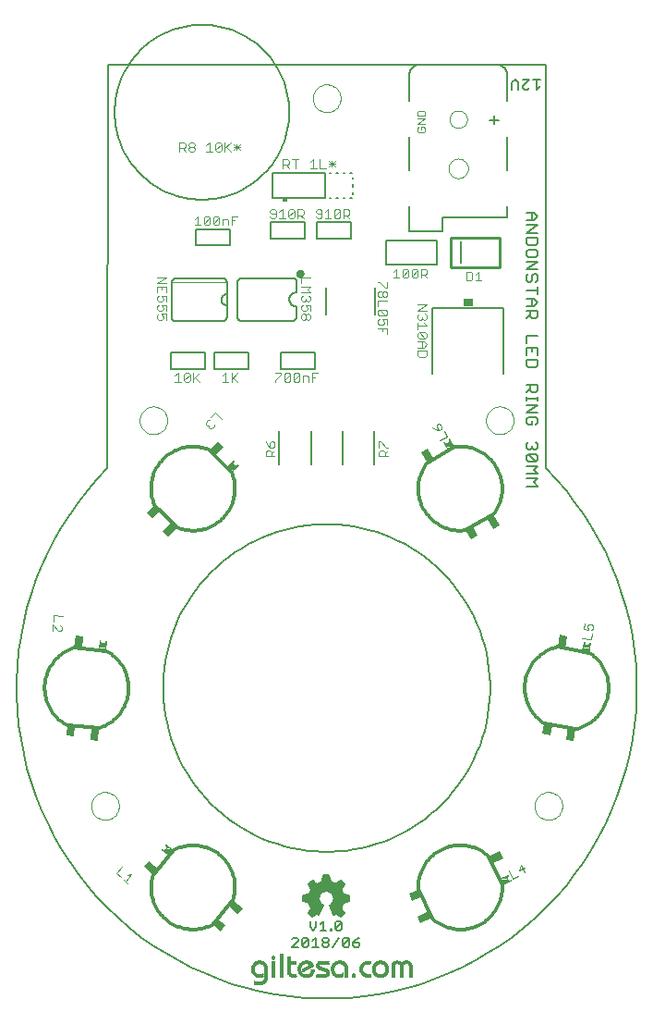
<source format=gto>
G75*
G70*
%OFA0B0*%
%FSLAX24Y24*%
%IPPOS*%
%LPD*%
%AMOC8*
5,1,8,0,0,1.08239X$1,22.5*
%
%ADD10C,0.0080*%
%ADD11C,0.0060*%
%ADD12C,0.0000*%
%ADD13C,0.0070*%
%ADD14C,0.0040*%
%ADD15C,0.0118*%
%ADD16R,0.0374X0.0276*%
%ADD17R,0.0463X0.0276*%
%ADD18C,0.0039*%
%ADD19R,0.0062X0.0002*%
%ADD20R,0.0105X0.0002*%
%ADD21R,0.0133X0.0002*%
%ADD22R,0.0159X0.0002*%
%ADD23R,0.0179X0.0002*%
%ADD24R,0.0199X0.0002*%
%ADD25R,0.0215X0.0002*%
%ADD26R,0.0229X0.0002*%
%ADD27R,0.0246X0.0002*%
%ADD28R,0.0258X0.0002*%
%ADD29R,0.0272X0.0002*%
%ADD30R,0.0284X0.0002*%
%ADD31R,0.0296X0.0002*%
%ADD32R,0.0308X0.0002*%
%ADD33R,0.0320X0.0002*%
%ADD34R,0.0330X0.0002*%
%ADD35R,0.0340X0.0002*%
%ADD36R,0.0346X0.0002*%
%ADD37R,0.0350X0.0002*%
%ADD38R,0.0350X0.0002*%
%ADD39R,0.0354X0.0002*%
%ADD40R,0.0358X0.0002*%
%ADD41R,0.0360X0.0002*%
%ADD42R,0.0362X0.0002*%
%ADD43R,0.0366X0.0002*%
%ADD44R,0.0368X0.0002*%
%ADD45R,0.0368X0.0002*%
%ADD46R,0.0372X0.0002*%
%ADD47R,0.0374X0.0002*%
%ADD48R,0.0378X0.0002*%
%ADD49R,0.0378X0.0002*%
%ADD50R,0.0380X0.0002*%
%ADD51R,0.0382X0.0002*%
%ADD52R,0.0386X0.0002*%
%ADD53R,0.0386X0.0002*%
%ADD54R,0.0388X0.0002*%
%ADD55R,0.0390X0.0002*%
%ADD56R,0.0392X0.0002*%
%ADD57R,0.0392X0.0002*%
%ADD58R,0.0395X0.0002*%
%ADD59R,0.0397X0.0002*%
%ADD60R,0.0399X0.0002*%
%ADD61R,0.0399X0.0002*%
%ADD62R,0.0401X0.0002*%
%ADD63R,0.0403X0.0002*%
%ADD64R,0.0405X0.0002*%
%ADD65R,0.0405X0.0002*%
%ADD66R,0.0407X0.0002*%
%ADD67R,0.0409X0.0002*%
%ADD68R,0.0409X0.0002*%
%ADD69R,0.0411X0.0002*%
%ADD70R,0.0137X0.0002*%
%ADD71R,0.0213X0.0002*%
%ADD72R,0.0119X0.0002*%
%ADD73R,0.0197X0.0002*%
%ADD74R,0.0105X0.0002*%
%ADD75R,0.0189X0.0002*%
%ADD76R,0.0093X0.0002*%
%ADD77R,0.0181X0.0002*%
%ADD78R,0.0085X0.0002*%
%ADD79R,0.0175X0.0002*%
%ADD80R,0.0074X0.0002*%
%ADD81R,0.0167X0.0002*%
%ADD82R,0.0064X0.0002*%
%ADD83R,0.0163X0.0002*%
%ADD84R,0.0056X0.0002*%
%ADD85R,0.0159X0.0002*%
%ADD86R,0.0048X0.0002*%
%ADD87R,0.0155X0.0002*%
%ADD88R,0.0040X0.0002*%
%ADD89R,0.0151X0.0002*%
%ADD90R,0.0030X0.0002*%
%ADD91R,0.0149X0.0002*%
%ADD92R,0.0022X0.0002*%
%ADD93R,0.0145X0.0002*%
%ADD94R,0.0014X0.0002*%
%ADD95R,0.0143X0.0002*%
%ADD96R,0.0006X0.0002*%
%ADD97R,0.0139X0.0002*%
%ADD98R,0.0137X0.0002*%
%ADD99R,0.0133X0.0002*%
%ADD100R,0.0133X0.0002*%
%ADD101R,0.0129X0.0002*%
%ADD102R,0.0129X0.0002*%
%ADD103R,0.0127X0.0002*%
%ADD104R,0.0127X0.0002*%
%ADD105R,0.0125X0.0002*%
%ADD106R,0.0125X0.0002*%
%ADD107R,0.0123X0.0002*%
%ADD108R,0.0123X0.0002*%
%ADD109R,0.0121X0.0002*%
%ADD110R,0.0121X0.0002*%
%ADD111R,0.0119X0.0002*%
%ADD112R,0.0117X0.0002*%
%ADD113R,0.0115X0.0002*%
%ADD114R,0.0117X0.0002*%
%ADD115R,0.0115X0.0002*%
%ADD116R,0.0115X0.0002*%
%ADD117R,0.0113X0.0002*%
%ADD118R,0.0113X0.0002*%
%ADD119R,0.0113X0.0002*%
%ADD120R,0.0111X0.0002*%
%ADD121R,0.0111X0.0002*%
%ADD122R,0.0109X0.0002*%
%ADD123R,0.0109X0.0002*%
%ADD124R,0.0109X0.0002*%
%ADD125R,0.0107X0.0002*%
%ADD126R,0.0107X0.0002*%
%ADD127R,0.0107X0.0002*%
%ADD128R,0.0107X0.0002*%
%ADD129R,0.0105X0.0002*%
%ADD130R,0.0105X0.0002*%
%ADD131R,0.0105X0.0002*%
%ADD132R,0.0054X0.0002*%
%ADD133R,0.0062X0.0002*%
%ADD134R,0.0062X0.0002*%
%ADD135R,0.0085X0.0002*%
%ADD136R,0.0097X0.0002*%
%ADD137R,0.0093X0.0002*%
%ADD138R,0.0095X0.0002*%
%ADD139R,0.0020X0.0002*%
%ADD140R,0.0125X0.0002*%
%ADD141R,0.0107X0.0002*%
%ADD142R,0.0141X0.0002*%
%ADD143R,0.0133X0.0002*%
%ADD144R,0.0038X0.0002*%
%ADD145R,0.0137X0.0002*%
%ADD146R,0.0141X0.0002*%
%ADD147R,0.0157X0.0002*%
%ADD148R,0.0147X0.0002*%
%ADD149R,0.0050X0.0002*%
%ADD150R,0.0153X0.0002*%
%ADD151R,0.0173X0.0002*%
%ADD152R,0.0169X0.0002*%
%ADD153R,0.0169X0.0002*%
%ADD154R,0.0171X0.0002*%
%ADD155R,0.0185X0.0002*%
%ADD156R,0.0326X0.0002*%
%ADD157R,0.0171X0.0002*%
%ADD158R,0.0070X0.0002*%
%ADD159R,0.0131X0.0002*%
%ADD160R,0.0183X0.0002*%
%ADD161R,0.0183X0.0002*%
%ADD162R,0.0183X0.0002*%
%ADD163R,0.0199X0.0002*%
%ADD164R,0.0181X0.0002*%
%ADD165R,0.0074X0.0002*%
%ADD166R,0.0145X0.0002*%
%ADD167R,0.0195X0.0002*%
%ADD168R,0.0195X0.0002*%
%ADD169R,0.0193X0.0002*%
%ADD170R,0.0211X0.0002*%
%ADD171R,0.0352X0.0002*%
%ADD172R,0.0193X0.0002*%
%ADD173R,0.0083X0.0002*%
%ADD174R,0.0157X0.0002*%
%ADD175R,0.0207X0.0002*%
%ADD176R,0.0205X0.0002*%
%ADD177R,0.0201X0.0002*%
%ADD178R,0.0221X0.0002*%
%ADD179R,0.0360X0.0002*%
%ADD180R,0.0203X0.0002*%
%ADD181R,0.0087X0.0002*%
%ADD182R,0.0165X0.0002*%
%ADD183R,0.0217X0.0002*%
%ADD184R,0.0217X0.0002*%
%ADD185R,0.0207X0.0002*%
%ADD186R,0.0231X0.0002*%
%ADD187R,0.0366X0.0002*%
%ADD188R,0.0091X0.0002*%
%ADD189R,0.0175X0.0002*%
%ADD190R,0.0229X0.0002*%
%ADD191R,0.0225X0.0002*%
%ADD192R,0.0213X0.0002*%
%ADD193R,0.0242X0.0002*%
%ADD194R,0.0372X0.0002*%
%ADD195R,0.0221X0.0002*%
%ADD196R,0.0097X0.0002*%
%ADD197R,0.0238X0.0002*%
%ADD198R,0.0237X0.0002*%
%ADD199R,0.0252X0.0002*%
%ADD200R,0.0378X0.0002*%
%ADD201R,0.0101X0.0002*%
%ADD202R,0.0187X0.0002*%
%ADD203R,0.0248X0.0002*%
%ADD204R,0.0246X0.0002*%
%ADD205R,0.0223X0.0002*%
%ADD206R,0.0260X0.0002*%
%ADD207R,0.0384X0.0002*%
%ADD208R,0.0238X0.0002*%
%ADD209R,0.0254X0.0002*%
%ADD210R,0.0227X0.0002*%
%ADD211R,0.0270X0.0002*%
%ADD212R,0.0246X0.0002*%
%ADD213R,0.0266X0.0002*%
%ADD214R,0.0262X0.0002*%
%ADD215R,0.0231X0.0002*%
%ADD216R,0.0280X0.0002*%
%ADD217R,0.0252X0.0002*%
%ADD218R,0.0205X0.0002*%
%ADD219R,0.0274X0.0002*%
%ADD220R,0.0270X0.0002*%
%ADD221R,0.0235X0.0002*%
%ADD222R,0.0288X0.0002*%
%ADD223R,0.0399X0.0002*%
%ADD224R,0.0260X0.0002*%
%ADD225R,0.0282X0.0002*%
%ADD226R,0.0278X0.0002*%
%ADD227R,0.0296X0.0002*%
%ADD228R,0.0215X0.0002*%
%ADD229R,0.0290X0.0002*%
%ADD230R,0.0286X0.0002*%
%ADD231R,0.0241X0.0002*%
%ADD232R,0.0300X0.0002*%
%ADD233R,0.0405X0.0002*%
%ADD234R,0.0272X0.0002*%
%ADD235R,0.0121X0.0002*%
%ADD236R,0.0221X0.0002*%
%ADD237R,0.0298X0.0002*%
%ADD238R,0.0292X0.0002*%
%ADD239R,0.0244X0.0002*%
%ADD240R,0.0308X0.0002*%
%ADD241R,0.0123X0.0002*%
%ADD242R,0.0304X0.0002*%
%ADD243R,0.0294X0.0002*%
%ADD244R,0.0316X0.0002*%
%ADD245R,0.0411X0.0002*%
%ADD246R,0.0312X0.0002*%
%ADD247R,0.0250X0.0002*%
%ADD248R,0.0324X0.0002*%
%ADD249R,0.0415X0.0002*%
%ADD250R,0.0292X0.0002*%
%ADD251R,0.0233X0.0002*%
%ADD252R,0.0318X0.0002*%
%ADD253R,0.0302X0.0002*%
%ADD254R,0.0328X0.0002*%
%ADD255R,0.0417X0.0002*%
%ADD256R,0.0324X0.0002*%
%ADD257R,0.0256X0.0002*%
%ADD258R,0.0336X0.0002*%
%ADD259R,0.0421X0.0002*%
%ADD260R,0.0131X0.0002*%
%ADD261R,0.0330X0.0002*%
%ADD262R,0.0258X0.0002*%
%ADD263R,0.0340X0.0002*%
%ADD264R,0.0423X0.0002*%
%ADD265R,0.0135X0.0002*%
%ADD266R,0.0338X0.0002*%
%ADD267R,0.0310X0.0002*%
%ADD268R,0.0348X0.0002*%
%ADD269R,0.0425X0.0002*%
%ADD270R,0.0342X0.0002*%
%ADD271R,0.0314X0.0002*%
%ADD272R,0.0262X0.0002*%
%ADD273R,0.0429X0.0002*%
%ADD274R,0.0320X0.0002*%
%ADD275R,0.0316X0.0002*%
%ADD276R,0.0264X0.0002*%
%ADD277R,0.0360X0.0002*%
%ADD278R,0.0431X0.0002*%
%ADD279R,0.0324X0.0002*%
%ADD280R,0.0139X0.0002*%
%ADD281R,0.0256X0.0002*%
%ADD282R,0.0318X0.0002*%
%ADD283R,0.0266X0.0002*%
%ADD284R,0.0364X0.0002*%
%ADD285R,0.0433X0.0002*%
%ADD286R,0.0139X0.0002*%
%ADD287R,0.0360X0.0002*%
%ADD288R,0.0322X0.0002*%
%ADD289R,0.0268X0.0002*%
%ADD290R,0.0370X0.0002*%
%ADD291R,0.0435X0.0002*%
%ADD292R,0.0330X0.0002*%
%ADD293R,0.0376X0.0002*%
%ADD294R,0.0437X0.0002*%
%ADD295R,0.0332X0.0002*%
%ADD296R,0.0141X0.0002*%
%ADD297R,0.0326X0.0002*%
%ADD298R,0.0272X0.0002*%
%ADD299R,0.0380X0.0002*%
%ADD300R,0.0439X0.0002*%
%ADD301R,0.0334X0.0002*%
%ADD302R,0.0143X0.0002*%
%ADD303R,0.0268X0.0002*%
%ADD304R,0.0376X0.0002*%
%ADD305R,0.0274X0.0002*%
%ADD306R,0.0441X0.0002*%
%ADD307R,0.0382X0.0002*%
%ADD308R,0.0276X0.0002*%
%ADD309R,0.0391X0.0002*%
%ADD310R,0.0443X0.0002*%
%ADD311R,0.0340X0.0002*%
%ADD312R,0.0274X0.0002*%
%ADD313R,0.0334X0.0002*%
%ADD314R,0.0445X0.0002*%
%ADD315R,0.0342X0.0002*%
%ADD316R,0.0278X0.0002*%
%ADD317R,0.0401X0.0002*%
%ADD318R,0.0445X0.0002*%
%ADD319R,0.0344X0.0002*%
%ADD320R,0.0395X0.0002*%
%ADD321R,0.0280X0.0002*%
%ADD322R,0.0447X0.0002*%
%ADD323R,0.0409X0.0002*%
%ADD324R,0.0449X0.0002*%
%ADD325R,0.0348X0.0002*%
%ADD326R,0.0407X0.0002*%
%ADD327R,0.0344X0.0002*%
%ADD328R,0.0415X0.0002*%
%ADD329R,0.0451X0.0002*%
%ADD330R,0.0350X0.0002*%
%ADD331R,0.0411X0.0002*%
%ADD332R,0.0346X0.0002*%
%ADD333R,0.0284X0.0002*%
%ADD334R,0.0419X0.0002*%
%ADD335R,0.0451X0.0002*%
%ADD336R,0.0352X0.0002*%
%ADD337R,0.0290X0.0002*%
%ADD338R,0.0415X0.0002*%
%ADD339R,0.0286X0.0002*%
%ADD340R,0.0423X0.0002*%
%ADD341R,0.0453X0.0002*%
%ADD342R,0.0354X0.0002*%
%ADD343R,0.0292X0.0002*%
%ADD344R,0.0419X0.0002*%
%ADD345R,0.0427X0.0002*%
%ADD346R,0.0455X0.0002*%
%ADD347R,0.0356X0.0002*%
%ADD348R,0.0288X0.0002*%
%ADD349R,0.0431X0.0002*%
%ADD350R,0.0358X0.0002*%
%ADD351R,0.0296X0.0002*%
%ADD352R,0.0290X0.0002*%
%ADD353R,0.0435X0.0002*%
%ADD354R,0.0457X0.0002*%
%ADD355R,0.0300X0.0002*%
%ADD356R,0.0356X0.0002*%
%ADD357R,0.0290X0.0002*%
%ADD358R,0.0439X0.0002*%
%ADD359R,0.0457X0.0002*%
%ADD360R,0.0362X0.0002*%
%ADD361R,0.0302X0.0002*%
%ADD362R,0.0443X0.0002*%
%ADD363R,0.0459X0.0002*%
%ADD364R,0.0304X0.0002*%
%ADD365R,0.0447X0.0002*%
%ADD366R,0.0461X0.0002*%
%ADD367R,0.0306X0.0002*%
%ADD368R,0.0360X0.0002*%
%ADD369R,0.0294X0.0002*%
%ADD370R,0.0461X0.0002*%
%ADD371R,0.0368X0.0002*%
%ADD372R,0.0447X0.0002*%
%ADD373R,0.0463X0.0002*%
%ADD374R,0.0368X0.0002*%
%ADD375R,0.0457X0.0002*%
%ADD376R,0.0455X0.0002*%
%ADD377R,0.0372X0.0002*%
%ADD378R,0.0314X0.0002*%
%ADD379R,0.0203X0.0002*%
%ADD380R,0.0298X0.0002*%
%ADD381R,0.0201X0.0002*%
%ADD382R,0.0201X0.0002*%
%ADD383R,0.0465X0.0002*%
%ADD384R,0.0121X0.0002*%
%ADD385R,0.0316X0.0002*%
%ADD386R,0.0191X0.0002*%
%ADD387R,0.0298X0.0002*%
%ADD388R,0.0189X0.0002*%
%ADD389R,0.0465X0.0002*%
%ADD390R,0.0300X0.0002*%
%ADD391R,0.0181X0.0002*%
%ADD392R,0.0467X0.0002*%
%ADD393R,0.0103X0.0002*%
%ADD394R,0.0320X0.0002*%
%ADD395R,0.0177X0.0002*%
%ADD396R,0.0171X0.0002*%
%ADD397R,0.0079X0.0002*%
%ADD398R,0.0173X0.0002*%
%ADD399R,0.0169X0.0002*%
%ADD400R,0.0467X0.0002*%
%ADD401R,0.0171X0.0002*%
%ADD402R,0.0091X0.0002*%
%ADD403R,0.0324X0.0002*%
%ADD404R,0.0173X0.0002*%
%ADD405R,0.0072X0.0002*%
%ADD406R,0.0469X0.0002*%
%ADD407R,0.0163X0.0002*%
%ADD408R,0.0066X0.0002*%
%ADD409R,0.0165X0.0002*%
%ADD410R,0.0161X0.0002*%
%ADD411R,0.0149X0.0002*%
%ADD412R,0.0163X0.0002*%
%ADD413R,0.0081X0.0002*%
%ADD414R,0.0139X0.0002*%
%ADD415R,0.0076X0.0002*%
%ADD416R,0.0157X0.0002*%
%ADD417R,0.0058X0.0002*%
%ADD418R,0.0159X0.0002*%
%ADD419R,0.0155X0.0002*%
%ADD420R,0.0137X0.0002*%
%ADD421R,0.0159X0.0002*%
%ADD422R,0.0072X0.0002*%
%ADD423R,0.0195X0.0002*%
%ADD424R,0.0052X0.0002*%
%ADD425R,0.0127X0.0002*%
%ADD426R,0.0153X0.0002*%
%ADD427R,0.0155X0.0002*%
%ADD428R,0.0068X0.0002*%
%ADD429R,0.0189X0.0002*%
%ADD430R,0.0125X0.0002*%
%ADD431R,0.0151X0.0002*%
%ADD432R,0.0064X0.0002*%
%ADD433R,0.0044X0.0002*%
%ADD434R,0.0123X0.0002*%
%ADD435R,0.0103X0.0002*%
%ADD436R,0.0179X0.0002*%
%ADD437R,0.0147X0.0002*%
%ADD438R,0.0040X0.0002*%
%ADD439R,0.0151X0.0002*%
%ADD440R,0.0125X0.0002*%
%ADD441R,0.0099X0.0002*%
%ADD442R,0.0175X0.0002*%
%ADD443R,0.0145X0.0002*%
%ADD444R,0.0036X0.0002*%
%ADD445R,0.0056X0.0002*%
%ADD446R,0.0095X0.0002*%
%ADD447R,0.0032X0.0002*%
%ADD448R,0.0117X0.0002*%
%ADD449R,0.0052X0.0002*%
%ADD450R,0.0028X0.0002*%
%ADD451R,0.0115X0.0002*%
%ADD452R,0.0050X0.0002*%
%ADD453R,0.0141X0.0002*%
%ADD454R,0.0024X0.0002*%
%ADD455R,0.0117X0.0002*%
%ADD456R,0.0046X0.0002*%
%ADD457R,0.0119X0.0002*%
%ADD458R,0.0074X0.0002*%
%ADD459R,0.0143X0.0002*%
%ADD460R,0.0137X0.0002*%
%ADD461R,0.0016X0.0002*%
%ADD462R,0.0042X0.0002*%
%ADD463R,0.0135X0.0002*%
%ADD464R,0.0012X0.0002*%
%ADD465R,0.0038X0.0002*%
%ADD466R,0.0058X0.0002*%
%ADD467R,0.0010X0.0002*%
%ADD468R,0.0135X0.0002*%
%ADD469R,0.0115X0.0002*%
%ADD470R,0.0135X0.0002*%
%ADD471R,0.0036X0.0002*%
%ADD472R,0.0153X0.0002*%
%ADD473R,0.0034X0.0002*%
%ADD474R,0.0034X0.0002*%
%ADD475R,0.0002X0.0002*%
%ADD476R,0.0133X0.0002*%
%ADD477R,0.0030X0.0002*%
%ADD478R,0.0149X0.0002*%
%ADD479R,0.0129X0.0002*%
%ADD480R,0.0131X0.0002*%
%ADD481R,0.0028X0.0002*%
%ADD482R,0.0024X0.0002*%
%ADD483R,0.0022X0.0002*%
%ADD484R,0.0020X0.0002*%
%ADD485R,0.0018X0.0002*%
%ADD486R,0.0121X0.0002*%
%ADD487R,0.0012X0.0002*%
%ADD488R,0.0127X0.0002*%
%ADD489R,0.0010X0.0002*%
%ADD490R,0.0008X0.0002*%
%ADD491R,0.0006X0.0002*%
%ADD492R,0.0119X0.0002*%
%ADD493R,0.0004X0.0002*%
%ADD494R,0.0002X0.0002*%
%ADD495R,0.0117X0.0002*%
%ADD496R,0.0004X0.0002*%
%ADD497R,0.0111X0.0002*%
%ADD498R,0.0111X0.0002*%
%ADD499R,0.0018X0.0002*%
%ADD500R,0.0109X0.0002*%
%ADD501R,0.0022X0.0002*%
%ADD502R,0.0042X0.0002*%
%ADD503R,0.0046X0.0002*%
%ADD504R,0.0056X0.0002*%
%ADD505R,0.0161X0.0002*%
%ADD506R,0.0070X0.0002*%
%ADD507R,0.0109X0.0002*%
%ADD508R,0.0185X0.0002*%
%ADD509R,0.0089X0.0002*%
%ADD510R,0.0093X0.0002*%
%ADD511R,0.0099X0.0002*%
%ADD512R,0.0211X0.0002*%
%ADD513R,0.0231X0.0002*%
%ADD514R,0.0240X0.0002*%
%ADD515R,0.0149X0.0002*%
%ADD516R,0.0264X0.0002*%
%ADD517R,0.0268X0.0002*%
%ADD518R,0.0272X0.0002*%
%ADD519R,0.0167X0.0002*%
%ADD520R,0.0068X0.0002*%
%ADD521R,0.0284X0.0002*%
%ADD522R,0.0018X0.0002*%
%ADD523R,0.0185X0.0002*%
%ADD524R,0.0002X0.0002*%
%ADD525R,0.0197X0.0002*%
%ADD526R,0.0197X0.0002*%
%ADD527R,0.0310X0.0002*%
%ADD528R,0.0199X0.0002*%
%ADD529R,0.0310X0.0002*%
%ADD530R,0.0312X0.0002*%
%ADD531R,0.0312X0.0002*%
%ADD532R,0.0310X0.0002*%
%ADD533R,0.0306X0.0002*%
%ADD534R,0.0199X0.0002*%
%ADD535R,0.0197X0.0002*%
%ADD536R,0.0296X0.0002*%
%ADD537R,0.0254X0.0002*%
%ADD538R,0.0225X0.0002*%
%ADD539R,0.0219X0.0002*%
%ADD540R,0.0157X0.0002*%
%ADD541R,0.0107X0.0002*%
%ADD542R,0.0117X0.0002*%
%ADD543R,0.0197X0.0002*%
%ADD544R,0.0141X0.0002*%
%ADD545R,0.0111X0.0002*%
%ADD546R,0.0119X0.0002*%
%ADD547R,0.0111X0.0002*%
%ADD548R,0.0123X0.0002*%
%ADD549R,0.0197X0.0002*%
%ADD550R,0.0121X0.0002*%
%ADD551R,0.0119X0.0002*%
%ADD552R,0.0127X0.0002*%
%ADD553R,0.0193X0.0002*%
%ADD554R,0.0187X0.0002*%
%ADD555R,0.0131X0.0002*%
%ADD556R,0.0125X0.0002*%
%ADD557R,0.0123X0.0002*%
%ADD558R,0.0177X0.0002*%
%ADD559R,0.0127X0.0002*%
%ADD560R,0.0163X0.0002*%
%ADD561R,0.0135X0.0002*%
%ADD562R,0.0129X0.0002*%
%ADD563R,0.0143X0.0002*%
%ADD564R,0.0139X0.0002*%
%ADD565R,0.0135X0.0002*%
%ADD566R,0.0115X0.0002*%
%ADD567R,0.0129X0.0002*%
%ADD568R,0.0137X0.0002*%
%ADD569R,0.0131X0.0002*%
%ADD570R,0.0141X0.0002*%
%ADD571R,0.0153X0.0002*%
%ADD572R,0.0151X0.0002*%
%ADD573R,0.0155X0.0002*%
%ADD574R,0.0159X0.0002*%
%ADD575R,0.0161X0.0002*%
%ADD576R,0.0143X0.0002*%
%ADD577R,0.0147X0.0002*%
%ADD578R,0.0165X0.0002*%
%ADD579R,0.0167X0.0002*%
%ADD580R,0.0167X0.0002*%
%ADD581R,0.0153X0.0002*%
%ADD582R,0.0175X0.0002*%
%ADD583R,0.0149X0.0002*%
%ADD584R,0.0179X0.0002*%
%ADD585R,0.0153X0.0002*%
%ADD586R,0.0191X0.0002*%
%ADD587R,0.0161X0.0002*%
%ADD588R,0.0195X0.0002*%
%ADD589R,0.0199X0.0002*%
%ADD590R,0.0163X0.0002*%
%ADD591R,0.0207X0.0002*%
%ADD592R,0.0167X0.0002*%
%ADD593R,0.0173X0.0002*%
%ADD594R,0.0316X0.0002*%
%ADD595R,0.0171X0.0002*%
%ADD596R,0.0441X0.0002*%
%ADD597R,0.0177X0.0002*%
%ADD598R,0.0322X0.0002*%
%ADD599R,0.0173X0.0002*%
%ADD600R,0.0229X0.0002*%
%ADD601R,0.0441X0.0002*%
%ADD602R,0.0185X0.0002*%
%ADD603R,0.0320X0.0002*%
%ADD604R,0.0147X0.0002*%
%ADD605R,0.0240X0.0002*%
%ADD606R,0.0179X0.0002*%
%ADD607R,0.0264X0.0002*%
%ADD608R,0.0199X0.0002*%
%ADD609R,0.0201X0.0002*%
%ADD610R,0.0439X0.0002*%
%ADD611R,0.0205X0.0002*%
%ADD612R,0.0211X0.0002*%
%ADD613R,0.0201X0.0002*%
%ADD614R,0.0165X0.0002*%
%ADD615R,0.0286X0.0002*%
%ADD616R,0.0449X0.0002*%
%ADD617R,0.0437X0.0002*%
%ADD618R,0.0473X0.0002*%
%ADD619R,0.0314X0.0002*%
%ADD620R,0.0455X0.0002*%
%ADD621R,0.0702X0.0002*%
%ADD622R,0.0700X0.0002*%
%ADD623R,0.0698X0.0002*%
%ADD624R,0.0445X0.0002*%
%ADD625R,0.0435X0.0002*%
%ADD626R,0.0463X0.0002*%
%ADD627R,0.0308X0.0002*%
%ADD628R,0.0447X0.0002*%
%ADD629R,0.0694X0.0002*%
%ADD630R,0.0433X0.0002*%
%ADD631R,0.0459X0.0002*%
%ADD632R,0.0443X0.0002*%
%ADD633R,0.0694X0.0002*%
%ADD634R,0.0431X0.0002*%
%ADD635R,0.0690X0.0002*%
%ADD636R,0.0427X0.0002*%
%ADD637R,0.0686X0.0002*%
%ADD638R,0.0423X0.0002*%
%ADD639R,0.0429X0.0002*%
%ADD640R,0.0431X0.0002*%
%ADD641R,0.0449X0.0002*%
%ADD642R,0.0298X0.0002*%
%ADD643R,0.0686X0.0002*%
%ADD644R,0.0425X0.0002*%
%ADD645R,0.0429X0.0002*%
%ADD646R,0.0427X0.0002*%
%ADD647R,0.0682X0.0002*%
%ADD648R,0.0421X0.0002*%
%ADD649R,0.0441X0.0002*%
%ADD650R,0.0678X0.0002*%
%ADD651R,0.0676X0.0002*%
%ADD652R,0.0407X0.0002*%
%ADD653R,0.0413X0.0002*%
%ADD654R,0.0425X0.0002*%
%ADD655R,0.0433X0.0002*%
%ADD656R,0.0290X0.0002*%
%ADD657R,0.0415X0.0002*%
%ADD658R,0.0336X0.0002*%
%ADD659R,0.0336X0.0002*%
%ADD660R,0.0403X0.0002*%
%ADD661R,0.0423X0.0002*%
%ADD662R,0.0429X0.0002*%
%ADD663R,0.0286X0.0002*%
%ADD664R,0.0411X0.0002*%
%ADD665R,0.0332X0.0002*%
%ADD666R,0.0399X0.0002*%
%ADD667R,0.0328X0.0002*%
%ADD668R,0.0394X0.0002*%
%ADD669R,0.0390X0.0002*%
%ADD670R,0.0397X0.0002*%
%ADD671R,0.0419X0.0002*%
%ADD672R,0.0417X0.0002*%
%ADD673R,0.0278X0.0002*%
%ADD674R,0.0395X0.0002*%
%ADD675R,0.0324X0.0002*%
%ADD676R,0.0386X0.0002*%
%ADD677R,0.0417X0.0002*%
%ADD678R,0.0413X0.0002*%
%ADD679R,0.0276X0.0002*%
%ADD680R,0.0391X0.0002*%
%ADD681R,0.0382X0.0002*%
%ADD682R,0.0316X0.0002*%
%ADD683R,0.0413X0.0002*%
%ADD684R,0.0372X0.0002*%
%ADD685R,0.0396X0.0002*%
%ADD686R,0.0268X0.0002*%
%ADD687R,0.0376X0.0002*%
%ADD688R,0.0370X0.0002*%
%ADD689R,0.0304X0.0002*%
%ADD690R,0.0380X0.0002*%
%ADD691R,0.0352X0.0002*%
%ADD692R,0.0356X0.0002*%
%ADD693R,0.0403X0.0002*%
%ADD694R,0.0376X0.0002*%
%ADD695R,0.0256X0.0002*%
%ADD696R,0.0354X0.0002*%
%ADD697R,0.0294X0.0002*%
%ADD698R,0.0292X0.0002*%
%ADD699R,0.0350X0.0002*%
%ADD700R,0.0350X0.0002*%
%ADD701R,0.0288X0.0002*%
%ADD702R,0.0346X0.0002*%
%ADD703R,0.0364X0.0002*%
%ADD704R,0.0334X0.0002*%
%ADD705R,0.0280X0.0002*%
%ADD706R,0.0328X0.0002*%
%ADD707R,0.0334X0.0002*%
%ADD708R,0.0242X0.0002*%
%ADD709R,0.0330X0.0002*%
%ADD710R,0.0274X0.0002*%
%ADD711R,0.0276X0.0002*%
%ADD712R,0.0388X0.0002*%
%ADD713R,0.0237X0.0002*%
%ADD714R,0.0270X0.0002*%
%ADD715R,0.0270X0.0002*%
%ADD716R,0.0264X0.0002*%
%ADD717R,0.0304X0.0002*%
%ADD718R,0.0380X0.0002*%
%ADD719R,0.0326X0.0002*%
%ADD720R,0.0225X0.0002*%
%ADD721R,0.0254X0.0002*%
%ADD722R,0.0300X0.0002*%
%ADD723R,0.0298X0.0002*%
%ADD724R,0.0250X0.0002*%
%ADD725R,0.0248X0.0002*%
%ADD726R,0.0244X0.0002*%
%ADD727R,0.0274X0.0002*%
%ADD728R,0.0362X0.0002*%
%ADD729R,0.0296X0.0002*%
%ADD730R,0.0205X0.0002*%
%ADD731R,0.0229X0.0002*%
%ADD732R,0.0231X0.0002*%
%ADD733R,0.0266X0.0002*%
%ADD734R,0.0358X0.0002*%
%ADD735R,0.0223X0.0002*%
%ADD736R,0.0215X0.0002*%
%ADD737R,0.0209X0.0002*%
%ADD738R,0.0240X0.0002*%
%ADD739R,0.0244X0.0002*%
%ADD740R,0.0340X0.0002*%
%ADD741R,0.0262X0.0002*%
%ADD742R,0.0238X0.0002*%
%ADD743R,0.0229X0.0002*%
%ADD744R,0.0231X0.0002*%
%ADD745R,0.0229X0.0002*%
%ADD746R,0.0219X0.0002*%
%ADD747R,0.0223X0.0002*%
%ADD748R,0.0183X0.0002*%
%ADD749R,0.0215X0.0002*%
%ADD750R,0.0195X0.0002*%
%ADD751R,0.0203X0.0002*%
%ADD752R,0.0187X0.0002*%
%ADD753R,0.0169X0.0002*%
%ADD754R,0.0143X0.0002*%
%ADD755R,0.0155X0.0002*%
%ADD756R,0.0095X0.0002*%
%ADD757R,0.0078X0.0002*%
%ADD758R,0.0081X0.0002*%
%ADD759R,0.0072X0.0002*%
%ADD760R,0.0020X0.0002*%
%ADD761R,0.0050X0.0002*%
%ADD762R,0.0060X0.0002*%
%ADD763R,0.0066X0.0002*%
%ADD764R,0.0079X0.0002*%
%ADD765R,0.0089X0.0002*%
%ADD766R,0.0091X0.0002*%
%ADD767R,0.0095X0.0002*%
%ADD768R,0.0099X0.0002*%
%ADD769R,0.0103X0.0002*%
%ADD770R,0.0101X0.0002*%
%ADD771R,0.0087X0.0002*%
%ADD772R,0.0074X0.0002*%
%ADD773R,0.0062X0.0002*%
%ADD774R,0.0054X0.0002*%
%ADD775R,0.0044X0.0002*%
%ADD776R,0.0030X0.0002*%
%ADD777C,0.0020*%
%ADD778C,0.0100*%
%ADD779R,0.0059X0.0827*%
%ADD780C,0.0050*%
%ADD781R,0.0340X0.0300*%
%ADD782C,0.0001*%
%ADD783C,0.0030*%
D10*
X019244Y003479D02*
X019612Y003864D01*
X019961Y004267D01*
X020290Y004685D01*
X020599Y005119D01*
X020887Y005567D01*
X021153Y006029D01*
X021397Y006502D01*
X021618Y006987D01*
X021816Y007481D01*
X021991Y007984D01*
X022141Y008496D01*
X022266Y009013D01*
X022367Y009536D01*
X022443Y010063D01*
X022493Y010594D01*
X022519Y011126D01*
X022519Y011658D01*
X022493Y012190D01*
X022443Y012721D01*
X022367Y013248D01*
X022266Y013771D01*
X022141Y014288D01*
X021991Y014800D01*
X021816Y015303D01*
X021618Y015797D01*
X021397Y016282D01*
X021153Y016755D01*
X020887Y017217D01*
X020599Y017665D01*
X020290Y018099D01*
X019961Y018517D01*
X019612Y018920D01*
X019244Y019305D01*
X019245Y019306D02*
X019231Y033842D01*
X003431Y033842D01*
X003418Y019306D01*
X008111Y024770D02*
X008111Y026002D01*
X008110Y026023D01*
X008112Y026044D01*
X008117Y026064D01*
X008125Y026083D01*
X008136Y026100D01*
X008149Y026116D01*
X008165Y026129D01*
X008183Y026140D01*
X008202Y026148D01*
X008222Y026153D01*
X008222Y026152D02*
X010101Y026152D01*
X010101Y026153D02*
X010122Y026154D01*
X010143Y026152D01*
X010163Y026147D01*
X010182Y026139D01*
X010199Y026128D01*
X010215Y026115D01*
X010228Y026099D01*
X010239Y026081D01*
X010247Y026062D01*
X010252Y026042D01*
X010251Y026042D02*
X010251Y025646D01*
X010231Y025646D02*
X010201Y025644D01*
X010171Y025639D01*
X010142Y025630D01*
X010115Y025617D01*
X010089Y025602D01*
X010065Y025583D01*
X010044Y025562D01*
X010025Y025538D01*
X010010Y025512D01*
X009997Y025485D01*
X009988Y025456D01*
X009983Y025426D01*
X009981Y025396D01*
X009983Y025366D01*
X009988Y025336D01*
X009997Y025307D01*
X010010Y025280D01*
X010025Y025254D01*
X010044Y025230D01*
X010065Y025209D01*
X010089Y025190D01*
X010115Y025175D01*
X010142Y025162D01*
X010171Y025153D01*
X010201Y025148D01*
X010231Y025146D01*
X010251Y025146D02*
X010251Y024814D01*
X010252Y024810D02*
X010253Y024785D01*
X010251Y024761D01*
X010245Y024737D01*
X010236Y024715D01*
X010223Y024694D01*
X010208Y024675D01*
X010190Y024658D01*
X010170Y024644D01*
X010149Y024633D01*
X010126Y024625D01*
X010102Y024620D01*
X010101Y024620D02*
X008261Y024620D01*
X008238Y024622D01*
X008215Y024627D01*
X008193Y024636D01*
X008173Y024649D01*
X008155Y024664D01*
X008140Y024682D01*
X008127Y024702D01*
X008118Y024724D01*
X008113Y024747D01*
X008111Y024770D01*
X009381Y029042D02*
X009381Y029942D01*
X011281Y029942D01*
X011281Y029042D01*
X009381Y029042D01*
X011431Y029042D02*
X011481Y029042D01*
X011681Y029042D02*
X011731Y029042D01*
X011931Y029042D02*
X011981Y029042D01*
X012181Y029042D02*
X012231Y029042D01*
X012281Y029192D02*
X012281Y029242D01*
X012281Y029442D02*
X012281Y029542D01*
X012281Y029742D02*
X012281Y029792D01*
X012231Y029942D02*
X012181Y029942D01*
X011981Y029942D02*
X011931Y029942D01*
X011731Y029942D02*
X011681Y029942D01*
X011481Y029942D02*
X011431Y029942D01*
X015141Y025080D02*
X017721Y025080D01*
X017721Y022720D01*
X015141Y022720D02*
X015141Y025080D01*
X019244Y003479D02*
X018859Y003111D01*
X018456Y002762D01*
X018038Y002433D01*
X017604Y002124D01*
X017156Y001836D01*
X016694Y001570D01*
X016221Y001326D01*
X015736Y001105D01*
X015242Y000907D01*
X014739Y000732D01*
X014227Y000582D01*
X013710Y000457D01*
X013187Y000356D01*
X012660Y000280D01*
X012129Y000230D01*
X011597Y000204D01*
X011065Y000204D01*
X010533Y000230D01*
X010002Y000280D01*
X009475Y000356D01*
X008952Y000457D01*
X008435Y000582D01*
X007923Y000732D01*
X007420Y000907D01*
X006926Y001105D01*
X006441Y001326D01*
X005968Y001570D01*
X005506Y001836D01*
X005058Y002124D01*
X004624Y002433D01*
X004206Y002762D01*
X003803Y003111D01*
X003418Y003479D01*
X003050Y003864D01*
X002701Y004267D01*
X002372Y004685D01*
X002063Y005119D01*
X001775Y005567D01*
X001509Y006029D01*
X001265Y006502D01*
X001044Y006987D01*
X000846Y007481D01*
X000671Y007984D01*
X000521Y008496D01*
X000396Y009013D01*
X000295Y009536D01*
X000219Y010063D01*
X000169Y010594D01*
X000143Y011126D01*
X000143Y011658D01*
X000169Y012190D01*
X000219Y012721D01*
X000295Y013248D01*
X000396Y013771D01*
X000521Y014288D01*
X000671Y014800D01*
X000846Y015303D01*
X001044Y015797D01*
X001265Y016282D01*
X001509Y016755D01*
X001775Y017217D01*
X002063Y017665D01*
X002372Y018099D01*
X002701Y018517D01*
X003050Y018920D01*
X003418Y019305D01*
X007158Y015565D02*
X007362Y015758D01*
X007574Y015942D01*
X007795Y016116D01*
X008023Y016279D01*
X008260Y016431D01*
X008503Y016571D01*
X008753Y016700D01*
X009008Y016817D01*
X009269Y016921D01*
X009534Y017013D01*
X009804Y017092D01*
X010077Y017158D01*
X010352Y017211D01*
X010630Y017251D01*
X010910Y017278D01*
X011191Y017291D01*
X011471Y017291D01*
X011752Y017278D01*
X012032Y017251D01*
X012310Y017211D01*
X012585Y017158D01*
X012858Y017092D01*
X013128Y017013D01*
X013393Y016921D01*
X013654Y016817D01*
X013909Y016700D01*
X014159Y016571D01*
X014402Y016431D01*
X014639Y016279D01*
X014867Y016116D01*
X015088Y015942D01*
X015300Y015758D01*
X015504Y015565D01*
X015697Y015361D01*
X015881Y015149D01*
X016055Y014928D01*
X016218Y014700D01*
X016370Y014463D01*
X016510Y014220D01*
X016639Y013970D01*
X016756Y013715D01*
X016860Y013454D01*
X016952Y013189D01*
X017031Y012919D01*
X017097Y012646D01*
X017150Y012371D01*
X017190Y012093D01*
X017217Y011813D01*
X017230Y011532D01*
X017230Y011252D01*
X017217Y010971D01*
X017190Y010691D01*
X017150Y010413D01*
X017097Y010138D01*
X017031Y009865D01*
X016952Y009595D01*
X016860Y009330D01*
X016756Y009069D01*
X016639Y008814D01*
X016510Y008564D01*
X016370Y008321D01*
X016218Y008084D01*
X016055Y007856D01*
X015881Y007635D01*
X015697Y007423D01*
X015504Y007219D01*
X015300Y007026D01*
X015088Y006842D01*
X014867Y006668D01*
X014639Y006505D01*
X014402Y006353D01*
X014159Y006213D01*
X013909Y006084D01*
X013654Y005967D01*
X013393Y005863D01*
X013128Y005771D01*
X012858Y005692D01*
X012585Y005626D01*
X012310Y005573D01*
X012032Y005533D01*
X011752Y005506D01*
X011471Y005493D01*
X011191Y005493D01*
X010910Y005506D01*
X010630Y005533D01*
X010352Y005573D01*
X010077Y005626D01*
X009804Y005692D01*
X009534Y005771D01*
X009269Y005863D01*
X009008Y005967D01*
X008753Y006084D01*
X008503Y006213D01*
X008260Y006353D01*
X008023Y006505D01*
X007795Y006668D01*
X007574Y006842D01*
X007362Y007026D01*
X007158Y007219D01*
X006965Y007423D01*
X006781Y007635D01*
X006607Y007856D01*
X006444Y008084D01*
X006292Y008321D01*
X006152Y008564D01*
X006023Y008814D01*
X005906Y009069D01*
X005802Y009330D01*
X005710Y009595D01*
X005631Y009865D01*
X005565Y010138D01*
X005512Y010413D01*
X005472Y010691D01*
X005445Y010971D01*
X005432Y011252D01*
X005432Y011532D01*
X005445Y011813D01*
X005472Y012093D01*
X005512Y012371D01*
X005565Y012646D01*
X005631Y012919D01*
X005710Y013189D01*
X005802Y013454D01*
X005906Y013715D01*
X006023Y013970D01*
X006152Y014220D01*
X006292Y014463D01*
X006444Y014700D01*
X006607Y014928D01*
X006781Y015149D01*
X006965Y015361D01*
X007158Y015565D01*
D11*
X009608Y019466D02*
X009608Y020636D01*
X010767Y020636D02*
X010767Y019466D01*
X011895Y019466D02*
X011895Y020636D01*
X013055Y020636D02*
X013055Y019466D01*
X010902Y022900D02*
X010902Y023473D01*
X009661Y023473D01*
X009661Y022900D01*
X010902Y022900D01*
X008503Y022898D02*
X008503Y023473D01*
X007260Y023473D01*
X007260Y022898D01*
X008503Y022898D01*
X007581Y024616D02*
X005881Y024616D01*
X005858Y024618D01*
X005835Y024623D01*
X005813Y024632D01*
X005793Y024645D01*
X005775Y024660D01*
X005760Y024678D01*
X005747Y024698D01*
X005738Y024720D01*
X005733Y024743D01*
X005731Y024766D01*
X005731Y026006D01*
X005733Y026029D01*
X005738Y026052D01*
X005747Y026074D01*
X005760Y026094D01*
X005775Y026112D01*
X005793Y026127D01*
X005813Y026140D01*
X005835Y026149D01*
X005858Y026154D01*
X005881Y026156D01*
X007581Y026156D01*
X007604Y026154D01*
X007627Y026149D01*
X007649Y026140D01*
X007669Y026127D01*
X007687Y026112D01*
X007702Y026094D01*
X007715Y026074D01*
X007724Y026052D01*
X007729Y026029D01*
X007731Y026006D01*
X007731Y024766D01*
X007729Y024743D01*
X007724Y024720D01*
X007715Y024698D01*
X007702Y024678D01*
X007687Y024660D01*
X007669Y024645D01*
X007649Y024632D01*
X007627Y024623D01*
X007604Y024618D01*
X007581Y024616D01*
X007731Y025186D02*
X007704Y025188D01*
X007677Y025193D01*
X007651Y025203D01*
X007627Y025215D01*
X007605Y025231D01*
X007585Y025249D01*
X007568Y025271D01*
X007553Y025294D01*
X007543Y025319D01*
X007535Y025345D01*
X007531Y025372D01*
X007531Y025400D01*
X007535Y025427D01*
X007543Y025453D01*
X007553Y025478D01*
X007568Y025501D01*
X007585Y025523D01*
X007605Y025541D01*
X007627Y025557D01*
X007651Y025569D01*
X007677Y025579D01*
X007704Y025584D01*
X007731Y025586D01*
X007851Y027349D02*
X006610Y027349D01*
X006610Y027922D01*
X007851Y027922D01*
X007851Y027349D01*
X009310Y027598D02*
X010553Y027598D01*
X010553Y028173D01*
X009310Y028173D01*
X009310Y027598D01*
X010960Y027598D02*
X012203Y027598D01*
X012203Y028173D01*
X010960Y028173D01*
X010960Y027598D01*
X013460Y027511D02*
X013460Y026664D01*
X015311Y026664D01*
X015311Y027511D01*
X013460Y027511D01*
X018018Y032962D02*
X018018Y033202D01*
X018138Y033322D01*
X018258Y033202D01*
X018258Y032962D01*
X018404Y033022D02*
X018464Y032962D01*
X018585Y032962D01*
X018645Y033022D01*
X018404Y033022D02*
X018404Y033082D01*
X018645Y033322D01*
X018404Y033322D01*
X018791Y033322D02*
X019031Y033322D01*
X018911Y033322D02*
X018911Y032962D01*
X019031Y033082D01*
X006953Y023473D02*
X006953Y022898D01*
X005710Y022898D01*
X005710Y023473D01*
X006953Y023473D01*
X011221Y004642D02*
X011411Y004642D01*
X011461Y004402D01*
X011431Y004392D02*
X011631Y004292D01*
X011831Y004442D01*
X011931Y004342D01*
X011831Y004142D01*
X011931Y003892D01*
X012131Y003892D01*
X012131Y003742D01*
X011881Y003692D01*
X011831Y003442D01*
X011931Y003292D01*
X011831Y003192D01*
X011681Y003292D01*
X011581Y003242D01*
X011481Y003542D01*
X011631Y003742D01*
X011581Y003992D01*
X011381Y004092D01*
X011181Y004092D01*
X011031Y003942D01*
X011031Y003642D01*
X011181Y003542D01*
X011031Y003292D01*
X010981Y003292D01*
X010831Y003192D01*
X010731Y003292D01*
X010831Y003442D01*
X010731Y003692D01*
X010531Y003742D01*
X010531Y003892D01*
X010731Y003892D01*
X010831Y004142D01*
X010681Y004342D01*
X010831Y004442D01*
X010981Y004292D01*
X011181Y004392D01*
X011231Y004592D01*
X011381Y004592D01*
X011431Y004392D01*
X011422Y004431D02*
X011191Y004431D01*
X011171Y004402D02*
X011221Y004642D01*
X011220Y004548D02*
X011392Y004548D01*
X011407Y004489D02*
X011205Y004489D01*
X011141Y004372D02*
X011471Y004372D01*
X011588Y004314D02*
X011024Y004314D01*
X010991Y004332D02*
X010801Y004462D01*
X010661Y004322D01*
X010791Y004132D01*
X010830Y004138D02*
X011833Y004138D01*
X011841Y004132D02*
X011981Y004322D01*
X011841Y004462D01*
X011641Y004332D01*
X011660Y004314D02*
X011917Y004314D01*
X011901Y004372D02*
X011738Y004372D01*
X011816Y004431D02*
X011843Y004431D01*
X011888Y004255D02*
X010746Y004255D01*
X010790Y004197D02*
X011858Y004197D01*
X011856Y004080D02*
X011406Y004080D01*
X011523Y004021D02*
X011880Y004021D01*
X011903Y003963D02*
X011587Y003963D01*
X011599Y003904D02*
X011926Y003904D01*
X011931Y003942D02*
X012151Y003902D01*
X012151Y003702D01*
X011931Y003662D01*
X011877Y003670D02*
X011577Y003670D01*
X011533Y003612D02*
X011865Y003612D01*
X011853Y003553D02*
X011489Y003553D01*
X011441Y003562D02*
X011581Y003222D01*
X011661Y003262D01*
X011841Y003142D01*
X011981Y003282D01*
X011851Y003462D01*
X011835Y003436D02*
X011517Y003436D01*
X011536Y003378D02*
X011874Y003378D01*
X011913Y003319D02*
X011556Y003319D01*
X011575Y003261D02*
X011618Y003261D01*
X011729Y003261D02*
X011900Y003261D01*
X011841Y003202D02*
X011816Y003202D01*
X011817Y003000D02*
X011703Y003000D01*
X011647Y002943D01*
X011647Y002717D01*
X011873Y002943D01*
X011873Y002717D01*
X011817Y002660D01*
X011703Y002660D01*
X011647Y002717D01*
X011519Y002717D02*
X011519Y002660D01*
X011462Y002660D01*
X011462Y002717D01*
X011519Y002717D01*
X011321Y002660D02*
X011094Y002660D01*
X011207Y002660D02*
X011207Y003000D01*
X011094Y002887D01*
X010953Y003000D02*
X010953Y002773D01*
X010839Y002660D01*
X010726Y002773D01*
X010726Y003000D01*
X010801Y003142D02*
X010661Y003282D01*
X010781Y003462D01*
X010810Y003495D02*
X011153Y003495D01*
X011165Y003553D02*
X010787Y003553D01*
X010763Y003612D02*
X011077Y003612D01*
X011031Y003670D02*
X010740Y003670D01*
X010701Y003662D02*
X010481Y003702D01*
X010481Y003902D01*
X010711Y003942D01*
X010736Y003904D02*
X011031Y003904D01*
X011031Y003846D02*
X010531Y003846D01*
X010531Y003787D02*
X011031Y003787D01*
X011031Y003729D02*
X010585Y003729D01*
X010759Y003963D02*
X011052Y003963D01*
X011110Y004021D02*
X010783Y004021D01*
X010806Y004080D02*
X011169Y004080D01*
X010703Y003646D02*
X010718Y003599D01*
X010736Y003553D01*
X010758Y003509D01*
X010783Y003467D01*
X010827Y003436D02*
X011118Y003436D01*
X011082Y003378D02*
X010788Y003378D01*
X010749Y003319D02*
X011047Y003319D01*
X010981Y003262D02*
X010801Y003142D01*
X010821Y003202D02*
X010846Y003202D01*
X010763Y003261D02*
X010934Y003261D01*
X010981Y003262D02*
X011051Y003222D01*
X011201Y003562D01*
X010994Y004328D02*
X011036Y004351D01*
X011079Y004370D01*
X011124Y004387D01*
X011170Y004399D01*
X010960Y004314D02*
X010703Y004314D01*
X010726Y004372D02*
X010901Y004372D01*
X010843Y004431D02*
X010814Y004431D01*
X011201Y003562D02*
X011173Y003578D01*
X011146Y003597D01*
X011123Y003619D01*
X011102Y003644D01*
X011084Y003672D01*
X011069Y003701D01*
X011059Y003732D01*
X011051Y003763D01*
X011048Y003796D01*
X011049Y003828D01*
X011053Y003861D01*
X011062Y003892D01*
X011074Y003922D01*
X011089Y003951D01*
X011108Y003978D01*
X011130Y004002D01*
X011154Y004023D01*
X011181Y004042D01*
X011210Y004057D01*
X011241Y004068D01*
X011272Y004076D01*
X011305Y004080D01*
X011337Y004080D01*
X011370Y004076D01*
X011401Y004068D01*
X011432Y004057D01*
X011461Y004042D01*
X011488Y004023D01*
X011512Y004002D01*
X011534Y003978D01*
X011553Y003951D01*
X011568Y003922D01*
X011580Y003892D01*
X011589Y003861D01*
X011593Y003828D01*
X011594Y003796D01*
X011591Y003763D01*
X011583Y003732D01*
X011573Y003701D01*
X011558Y003672D01*
X011540Y003644D01*
X011519Y003619D01*
X011496Y003597D01*
X011469Y003578D01*
X011441Y003562D01*
X011497Y003495D02*
X011842Y003495D01*
X011621Y003729D02*
X012064Y003729D01*
X012131Y003787D02*
X011622Y003787D01*
X011611Y003846D02*
X012131Y003846D01*
X011817Y003000D02*
X011873Y002943D01*
X011781Y002400D02*
X011554Y002060D01*
X011413Y002117D02*
X011356Y002060D01*
X011243Y002060D01*
X011186Y002117D01*
X011186Y002173D01*
X011243Y002230D01*
X011356Y002230D01*
X011413Y002173D01*
X011413Y002117D01*
X011356Y002230D02*
X011413Y002287D01*
X011413Y002343D01*
X011356Y002400D01*
X011243Y002400D01*
X011186Y002343D01*
X011186Y002287D01*
X011243Y002230D01*
X011045Y002060D02*
X010818Y002060D01*
X010931Y002060D02*
X010931Y002400D01*
X010818Y002287D01*
X010676Y002343D02*
X010449Y002117D01*
X010506Y002060D01*
X010620Y002060D01*
X010676Y002117D01*
X010676Y002343D01*
X010620Y002400D01*
X010506Y002400D01*
X010449Y002343D01*
X010449Y002117D01*
X010308Y002060D02*
X010081Y002060D01*
X010308Y002287D01*
X010308Y002343D01*
X010251Y002400D01*
X010138Y002400D01*
X010081Y002343D01*
X010709Y003944D02*
X010720Y003984D01*
X010734Y004023D01*
X010750Y004060D01*
X010769Y004097D01*
X010790Y004132D01*
X011930Y003663D02*
X011920Y003621D01*
X011907Y003580D01*
X011891Y003540D01*
X011872Y003501D01*
X011850Y003464D01*
X011933Y003943D02*
X011921Y003983D01*
X011906Y004022D01*
X011888Y004060D01*
X011868Y004096D01*
X011846Y004131D01*
X011641Y004333D02*
X011598Y004356D01*
X011554Y004376D01*
X011508Y004392D01*
X011462Y004404D01*
X011979Y002400D02*
X012093Y002400D01*
X012150Y002343D01*
X011923Y002117D01*
X011979Y002060D01*
X012093Y002060D01*
X012150Y002117D01*
X012150Y002343D01*
X011979Y002400D02*
X011923Y002343D01*
X011923Y002117D01*
X012291Y002117D02*
X012348Y002060D01*
X012461Y002060D01*
X012518Y002117D01*
X012518Y002173D01*
X012461Y002230D01*
X012291Y002230D01*
X012291Y002117D01*
X012291Y002230D02*
X012404Y002343D01*
X012518Y002400D01*
D12*
X018831Y007142D02*
X018833Y007186D01*
X018839Y007230D01*
X018849Y007273D01*
X018862Y007315D01*
X018879Y007356D01*
X018900Y007395D01*
X018924Y007432D01*
X018951Y007467D01*
X018981Y007499D01*
X019014Y007529D01*
X019050Y007555D01*
X019087Y007579D01*
X019127Y007598D01*
X019168Y007615D01*
X019211Y007627D01*
X019254Y007636D01*
X019298Y007641D01*
X019342Y007642D01*
X019386Y007639D01*
X019430Y007632D01*
X019473Y007621D01*
X019515Y007607D01*
X019555Y007589D01*
X019594Y007567D01*
X019630Y007543D01*
X019664Y007515D01*
X019696Y007484D01*
X019725Y007450D01*
X019751Y007414D01*
X019773Y007376D01*
X019792Y007336D01*
X019807Y007294D01*
X019819Y007252D01*
X019827Y007208D01*
X019831Y007164D01*
X019831Y007120D01*
X019827Y007076D01*
X019819Y007032D01*
X019807Y006990D01*
X019792Y006948D01*
X019773Y006908D01*
X019751Y006870D01*
X019725Y006834D01*
X019696Y006800D01*
X019664Y006769D01*
X019630Y006741D01*
X019594Y006717D01*
X019555Y006695D01*
X019515Y006677D01*
X019473Y006663D01*
X019430Y006652D01*
X019386Y006645D01*
X019342Y006642D01*
X019298Y006643D01*
X019254Y006648D01*
X019211Y006657D01*
X019168Y006669D01*
X019127Y006686D01*
X019087Y006705D01*
X019050Y006729D01*
X019014Y006755D01*
X018981Y006785D01*
X018951Y006817D01*
X018924Y006852D01*
X018900Y006889D01*
X018879Y006928D01*
X018862Y006969D01*
X018849Y007011D01*
X018839Y007054D01*
X018833Y007098D01*
X018831Y007142D01*
X017081Y021036D02*
X017083Y021080D01*
X017089Y021124D01*
X017099Y021167D01*
X017112Y021209D01*
X017129Y021250D01*
X017150Y021289D01*
X017174Y021326D01*
X017201Y021361D01*
X017231Y021393D01*
X017264Y021423D01*
X017300Y021449D01*
X017337Y021473D01*
X017377Y021492D01*
X017418Y021509D01*
X017461Y021521D01*
X017504Y021530D01*
X017548Y021535D01*
X017592Y021536D01*
X017636Y021533D01*
X017680Y021526D01*
X017723Y021515D01*
X017765Y021501D01*
X017805Y021483D01*
X017844Y021461D01*
X017880Y021437D01*
X017914Y021409D01*
X017946Y021378D01*
X017975Y021344D01*
X018001Y021308D01*
X018023Y021270D01*
X018042Y021230D01*
X018057Y021188D01*
X018069Y021146D01*
X018077Y021102D01*
X018081Y021058D01*
X018081Y021014D01*
X018077Y020970D01*
X018069Y020926D01*
X018057Y020884D01*
X018042Y020842D01*
X018023Y020802D01*
X018001Y020764D01*
X017975Y020728D01*
X017946Y020694D01*
X017914Y020663D01*
X017880Y020635D01*
X017844Y020611D01*
X017805Y020589D01*
X017765Y020571D01*
X017723Y020557D01*
X017680Y020546D01*
X017636Y020539D01*
X017592Y020536D01*
X017548Y020537D01*
X017504Y020542D01*
X017461Y020551D01*
X017418Y020563D01*
X017377Y020580D01*
X017337Y020599D01*
X017300Y020623D01*
X017264Y020649D01*
X017231Y020679D01*
X017201Y020711D01*
X017174Y020746D01*
X017150Y020783D01*
X017129Y020822D01*
X017112Y020863D01*
X017099Y020905D01*
X017089Y020948D01*
X017083Y020992D01*
X017081Y021036D01*
X015727Y030115D02*
X015729Y030152D01*
X015735Y030189D01*
X015744Y030224D01*
X015758Y030259D01*
X015774Y030292D01*
X015795Y030323D01*
X015818Y030352D01*
X015844Y030378D01*
X015873Y030401D01*
X015904Y030422D01*
X015937Y030438D01*
X015972Y030452D01*
X016007Y030461D01*
X016044Y030467D01*
X016081Y030469D01*
X016118Y030467D01*
X016155Y030461D01*
X016190Y030452D01*
X016225Y030438D01*
X016258Y030422D01*
X016289Y030401D01*
X016318Y030378D01*
X016344Y030352D01*
X016367Y030323D01*
X016388Y030292D01*
X016404Y030259D01*
X016418Y030224D01*
X016427Y030189D01*
X016433Y030152D01*
X016435Y030115D01*
X016433Y030078D01*
X016427Y030041D01*
X016418Y030006D01*
X016404Y029971D01*
X016388Y029938D01*
X016367Y029907D01*
X016344Y029878D01*
X016318Y029852D01*
X016289Y029829D01*
X016258Y029808D01*
X016225Y029792D01*
X016190Y029778D01*
X016155Y029769D01*
X016118Y029763D01*
X016081Y029761D01*
X016044Y029763D01*
X016007Y029769D01*
X015972Y029778D01*
X015937Y029792D01*
X015904Y029808D01*
X015873Y029829D01*
X015844Y029852D01*
X015818Y029878D01*
X015795Y029907D01*
X015774Y029938D01*
X015758Y029971D01*
X015744Y030006D01*
X015735Y030041D01*
X015729Y030078D01*
X015727Y030115D01*
X015766Y031886D02*
X015768Y031921D01*
X015774Y031956D01*
X015784Y031990D01*
X015797Y032023D01*
X015814Y032054D01*
X015835Y032082D01*
X015858Y032109D01*
X015885Y032132D01*
X015913Y032153D01*
X015944Y032170D01*
X015977Y032183D01*
X016011Y032193D01*
X016046Y032199D01*
X016081Y032201D01*
X016116Y032199D01*
X016151Y032193D01*
X016185Y032183D01*
X016218Y032170D01*
X016249Y032153D01*
X016277Y032132D01*
X016304Y032109D01*
X016327Y032082D01*
X016348Y032054D01*
X016365Y032023D01*
X016378Y031990D01*
X016388Y031956D01*
X016394Y031921D01*
X016396Y031886D01*
X016394Y031851D01*
X016388Y031816D01*
X016378Y031782D01*
X016365Y031749D01*
X016348Y031718D01*
X016327Y031690D01*
X016304Y031663D01*
X016277Y031640D01*
X016249Y031619D01*
X016218Y031602D01*
X016185Y031589D01*
X016151Y031579D01*
X016116Y031573D01*
X016081Y031571D01*
X016046Y031573D01*
X016011Y031579D01*
X015977Y031589D01*
X015944Y031602D01*
X015913Y031619D01*
X015885Y031640D01*
X015858Y031663D01*
X015835Y031690D01*
X015814Y031718D01*
X015797Y031749D01*
X015784Y031782D01*
X015774Y031816D01*
X015768Y031851D01*
X015766Y031886D01*
X010831Y032642D02*
X010833Y032686D01*
X010839Y032730D01*
X010849Y032773D01*
X010862Y032815D01*
X010879Y032856D01*
X010900Y032895D01*
X010924Y032932D01*
X010951Y032967D01*
X010981Y032999D01*
X011014Y033029D01*
X011050Y033055D01*
X011087Y033079D01*
X011127Y033098D01*
X011168Y033115D01*
X011211Y033127D01*
X011254Y033136D01*
X011298Y033141D01*
X011342Y033142D01*
X011386Y033139D01*
X011430Y033132D01*
X011473Y033121D01*
X011515Y033107D01*
X011555Y033089D01*
X011594Y033067D01*
X011630Y033043D01*
X011664Y033015D01*
X011696Y032984D01*
X011725Y032950D01*
X011751Y032914D01*
X011773Y032876D01*
X011792Y032836D01*
X011807Y032794D01*
X011819Y032752D01*
X011827Y032708D01*
X011831Y032664D01*
X011831Y032620D01*
X011827Y032576D01*
X011819Y032532D01*
X011807Y032490D01*
X011792Y032448D01*
X011773Y032408D01*
X011751Y032370D01*
X011725Y032334D01*
X011696Y032300D01*
X011664Y032269D01*
X011630Y032241D01*
X011594Y032217D01*
X011555Y032195D01*
X011515Y032177D01*
X011473Y032163D01*
X011430Y032152D01*
X011386Y032145D01*
X011342Y032142D01*
X011298Y032143D01*
X011254Y032148D01*
X011211Y032157D01*
X011168Y032169D01*
X011127Y032186D01*
X011087Y032205D01*
X011050Y032229D01*
X011014Y032255D01*
X010981Y032285D01*
X010951Y032317D01*
X010924Y032352D01*
X010900Y032389D01*
X010879Y032428D01*
X010862Y032469D01*
X010849Y032511D01*
X010839Y032554D01*
X010833Y032598D01*
X010831Y032642D01*
X004581Y021036D02*
X004583Y021080D01*
X004589Y021124D01*
X004599Y021167D01*
X004612Y021209D01*
X004629Y021250D01*
X004650Y021289D01*
X004674Y021326D01*
X004701Y021361D01*
X004731Y021393D01*
X004764Y021423D01*
X004800Y021449D01*
X004837Y021473D01*
X004877Y021492D01*
X004918Y021509D01*
X004961Y021521D01*
X005004Y021530D01*
X005048Y021535D01*
X005092Y021536D01*
X005136Y021533D01*
X005180Y021526D01*
X005223Y021515D01*
X005265Y021501D01*
X005305Y021483D01*
X005344Y021461D01*
X005380Y021437D01*
X005414Y021409D01*
X005446Y021378D01*
X005475Y021344D01*
X005501Y021308D01*
X005523Y021270D01*
X005542Y021230D01*
X005557Y021188D01*
X005569Y021146D01*
X005577Y021102D01*
X005581Y021058D01*
X005581Y021014D01*
X005577Y020970D01*
X005569Y020926D01*
X005557Y020884D01*
X005542Y020842D01*
X005523Y020802D01*
X005501Y020764D01*
X005475Y020728D01*
X005446Y020694D01*
X005414Y020663D01*
X005380Y020635D01*
X005344Y020611D01*
X005305Y020589D01*
X005265Y020571D01*
X005223Y020557D01*
X005180Y020546D01*
X005136Y020539D01*
X005092Y020536D01*
X005048Y020537D01*
X005004Y020542D01*
X004961Y020551D01*
X004918Y020563D01*
X004877Y020580D01*
X004837Y020599D01*
X004800Y020623D01*
X004764Y020649D01*
X004731Y020679D01*
X004701Y020711D01*
X004674Y020746D01*
X004650Y020783D01*
X004629Y020822D01*
X004612Y020863D01*
X004599Y020905D01*
X004589Y020948D01*
X004583Y020992D01*
X004581Y021036D01*
X002831Y007142D02*
X002833Y007186D01*
X002839Y007230D01*
X002849Y007273D01*
X002862Y007315D01*
X002879Y007356D01*
X002900Y007395D01*
X002924Y007432D01*
X002951Y007467D01*
X002981Y007499D01*
X003014Y007529D01*
X003050Y007555D01*
X003087Y007579D01*
X003127Y007598D01*
X003168Y007615D01*
X003211Y007627D01*
X003254Y007636D01*
X003298Y007641D01*
X003342Y007642D01*
X003386Y007639D01*
X003430Y007632D01*
X003473Y007621D01*
X003515Y007607D01*
X003555Y007589D01*
X003594Y007567D01*
X003630Y007543D01*
X003664Y007515D01*
X003696Y007484D01*
X003725Y007450D01*
X003751Y007414D01*
X003773Y007376D01*
X003792Y007336D01*
X003807Y007294D01*
X003819Y007252D01*
X003827Y007208D01*
X003831Y007164D01*
X003831Y007120D01*
X003827Y007076D01*
X003819Y007032D01*
X003807Y006990D01*
X003792Y006948D01*
X003773Y006908D01*
X003751Y006870D01*
X003725Y006834D01*
X003696Y006800D01*
X003664Y006769D01*
X003630Y006741D01*
X003594Y006717D01*
X003555Y006695D01*
X003515Y006677D01*
X003473Y006663D01*
X003430Y006652D01*
X003386Y006645D01*
X003342Y006642D01*
X003298Y006643D01*
X003254Y006648D01*
X003211Y006657D01*
X003168Y006669D01*
X003127Y006686D01*
X003087Y006705D01*
X003050Y006729D01*
X003014Y006755D01*
X002981Y006785D01*
X002951Y006817D01*
X002924Y006852D01*
X002900Y006889D01*
X002879Y006928D01*
X002862Y006969D01*
X002849Y007011D01*
X002839Y007054D01*
X002833Y007098D01*
X002831Y007142D01*
D13*
X018526Y018667D02*
X018937Y018667D01*
X018800Y018804D01*
X018937Y018940D01*
X018526Y018940D01*
X018526Y019109D02*
X018937Y019109D01*
X018800Y019246D01*
X018937Y019382D01*
X018526Y019382D01*
X018595Y019551D02*
X018526Y019619D01*
X018526Y019756D01*
X018595Y019824D01*
X018868Y019551D01*
X018595Y019551D01*
X018868Y019551D02*
X018937Y019619D01*
X018937Y019756D01*
X018868Y019824D01*
X018595Y019824D01*
X018595Y019993D02*
X018526Y020061D01*
X018526Y020198D01*
X018595Y020266D01*
X018731Y020130D02*
X018731Y020061D01*
X018663Y019993D01*
X018595Y019993D01*
X018731Y020061D02*
X018800Y019993D01*
X018868Y019993D01*
X018937Y020061D01*
X018937Y020198D01*
X018868Y020266D01*
X018868Y020877D02*
X018937Y020945D01*
X018937Y021082D01*
X018868Y021150D01*
X018595Y021150D01*
X018526Y021082D01*
X018526Y020945D01*
X018595Y020877D01*
X018731Y020877D01*
X018731Y021013D01*
X018526Y021319D02*
X018937Y021319D01*
X018937Y021592D02*
X018526Y021319D01*
X018526Y021592D02*
X018937Y021592D01*
X018937Y021750D02*
X018937Y021887D01*
X018937Y021818D02*
X018526Y021818D01*
X018526Y021750D02*
X018526Y021887D01*
X018526Y022055D02*
X018663Y022192D01*
X018663Y022124D02*
X018663Y022329D01*
X018526Y022329D02*
X018937Y022329D01*
X018937Y022124D01*
X018868Y022055D01*
X018731Y022055D01*
X018663Y022124D01*
X018595Y022939D02*
X018526Y023008D01*
X018526Y023213D01*
X018937Y023213D01*
X018937Y023008D01*
X018868Y022939D01*
X018595Y022939D01*
X018526Y023381D02*
X018526Y023655D01*
X018937Y023655D01*
X018937Y023381D01*
X018731Y023518D02*
X018731Y023655D01*
X018526Y023823D02*
X018526Y024097D01*
X018937Y024097D01*
X018868Y024707D02*
X018731Y024707D01*
X018663Y024776D01*
X018663Y024981D01*
X018526Y024981D02*
X018937Y024981D01*
X018937Y024776D01*
X018868Y024707D01*
X018663Y024844D02*
X018526Y024707D01*
X018526Y025149D02*
X018800Y025149D01*
X018937Y025286D01*
X018800Y025423D01*
X018526Y025423D01*
X018731Y025423D02*
X018731Y025149D01*
X018937Y025591D02*
X018937Y025865D01*
X018937Y025728D02*
X018526Y025728D01*
X018595Y026033D02*
X018526Y026101D01*
X018526Y026238D01*
X018595Y026307D01*
X018731Y026238D02*
X018731Y026101D01*
X018663Y026033D01*
X018595Y026033D01*
X018731Y026238D02*
X018800Y026307D01*
X018868Y026307D01*
X018937Y026238D01*
X018937Y026101D01*
X018868Y026033D01*
X018937Y026475D02*
X018526Y026475D01*
X018937Y026749D01*
X018526Y026749D01*
X018595Y026917D02*
X018526Y026985D01*
X018526Y027122D01*
X018595Y027191D01*
X018868Y027191D01*
X018937Y027122D01*
X018937Y026985D01*
X018868Y026917D01*
X018595Y026917D01*
X018595Y027359D02*
X018526Y027427D01*
X018526Y027633D01*
X018937Y027633D01*
X018937Y027427D01*
X018868Y027359D01*
X018595Y027359D01*
X018526Y027801D02*
X018937Y027801D01*
X018937Y028075D02*
X018526Y027801D01*
X018526Y028075D02*
X018937Y028075D01*
X018800Y028243D02*
X018937Y028380D01*
X018800Y028517D01*
X018526Y028517D01*
X018731Y028517D02*
X018731Y028243D01*
X018800Y028243D02*
X018526Y028243D01*
X017380Y031703D02*
X017380Y032030D01*
X017216Y031866D02*
X017543Y031866D01*
D14*
X003738Y004710D02*
X003902Y004573D01*
X003992Y004497D02*
X004156Y004360D01*
X004074Y004428D02*
X004280Y004674D01*
X004130Y004660D01*
X003944Y004955D02*
X003738Y004710D01*
X001703Y013442D02*
X001761Y013491D01*
X001770Y013597D01*
X001721Y013655D01*
X001703Y013442D02*
X001650Y013447D01*
X001456Y013678D01*
X001437Y013466D01*
X001466Y013796D02*
X001484Y014008D01*
X001804Y013981D01*
X006999Y020853D02*
X006962Y020891D01*
X006962Y020966D01*
X007037Y021042D01*
X007113Y021042D01*
X007158Y021163D02*
X007309Y021314D01*
X007536Y021088D01*
X007264Y020891D02*
X007264Y020815D01*
X007188Y020740D01*
X007113Y020740D01*
X007075Y020778D01*
X007075Y020853D01*
X006999Y020853D01*
X007075Y020853D02*
X007113Y020891D01*
X006730Y022426D02*
X006570Y022586D01*
X006517Y022533D02*
X006730Y022746D01*
X006517Y022746D02*
X006517Y022426D01*
X006399Y022480D02*
X006346Y022426D01*
X006239Y022426D01*
X006185Y022480D01*
X006399Y022693D01*
X006399Y022480D01*
X006399Y022693D02*
X006346Y022746D01*
X006239Y022746D01*
X006185Y022693D01*
X006185Y022480D01*
X006068Y022426D02*
X005854Y022426D01*
X005961Y022426D02*
X005961Y022746D01*
X005854Y022640D01*
X005541Y024655D02*
X005541Y024869D01*
X005381Y024869D01*
X005435Y024762D01*
X005435Y024709D01*
X005381Y024655D01*
X005275Y024655D01*
X005221Y024709D01*
X005221Y024816D01*
X005275Y024869D01*
X005275Y024987D02*
X005221Y025040D01*
X005221Y025147D01*
X005275Y025200D01*
X005381Y025200D02*
X005435Y025094D01*
X005435Y025040D01*
X005381Y024987D01*
X005275Y024987D01*
X005381Y025200D02*
X005541Y025200D01*
X005541Y024987D01*
X005541Y025318D02*
X005541Y025532D01*
X005381Y025532D01*
X005435Y025425D01*
X005435Y025372D01*
X005381Y025318D01*
X005275Y025318D01*
X005221Y025372D01*
X005221Y025479D01*
X005275Y025532D01*
X005221Y025650D02*
X005221Y025863D01*
X005541Y025863D01*
X005541Y025650D01*
X005381Y025757D02*
X005381Y025863D01*
X005221Y025981D02*
X005541Y025981D01*
X005541Y026195D02*
X005221Y025981D01*
X005221Y026195D02*
X005541Y026195D01*
X006573Y028076D02*
X006786Y028076D01*
X006679Y028076D02*
X006679Y028396D01*
X006573Y028290D01*
X006904Y028343D02*
X006957Y028396D01*
X007064Y028396D01*
X007118Y028343D01*
X006904Y028130D01*
X006957Y028076D01*
X007064Y028076D01*
X007118Y028130D01*
X007118Y028343D01*
X007235Y028343D02*
X007289Y028396D01*
X007396Y028396D01*
X007449Y028343D01*
X007235Y028130D01*
X007289Y028076D01*
X007396Y028076D01*
X007449Y028130D01*
X007449Y028343D01*
X007567Y028290D02*
X007727Y028290D01*
X007780Y028236D01*
X007780Y028076D01*
X007898Y028076D02*
X007898Y028396D01*
X008112Y028396D01*
X008005Y028236D02*
X007898Y028236D01*
X007567Y028290D02*
X007567Y028076D01*
X007235Y028130D02*
X007235Y028343D01*
X006904Y028343D02*
X006904Y028130D01*
X006988Y030732D02*
X007202Y030732D01*
X007095Y030732D02*
X007095Y031053D01*
X006988Y030946D01*
X007320Y030999D02*
X007320Y030786D01*
X007533Y030999D01*
X007533Y030786D01*
X007480Y030732D01*
X007373Y030732D01*
X007320Y030786D01*
X007320Y030999D02*
X007373Y031053D01*
X007480Y031053D01*
X007533Y030999D01*
X007651Y031053D02*
X007651Y030732D01*
X007651Y030839D02*
X007865Y031053D01*
X007983Y030999D02*
X008196Y030786D01*
X008089Y030786D02*
X008089Y030999D01*
X008196Y030999D02*
X007983Y030786D01*
X007983Y030893D02*
X008196Y030893D01*
X007865Y030732D02*
X007705Y030893D01*
X006565Y030946D02*
X006511Y030893D01*
X006405Y030893D01*
X006351Y030946D01*
X006351Y030999D01*
X006405Y031053D01*
X006511Y031053D01*
X006565Y030999D01*
X006565Y030946D01*
X006511Y030893D02*
X006565Y030839D01*
X006565Y030786D01*
X006511Y030732D01*
X006405Y030732D01*
X006351Y030786D01*
X006351Y030839D01*
X006405Y030893D01*
X006233Y030893D02*
X006180Y030839D01*
X006020Y030839D01*
X006126Y030839D02*
X006233Y030732D01*
X006233Y030893D02*
X006233Y030999D01*
X006180Y031053D01*
X006020Y031053D01*
X006020Y030732D01*
X009288Y028593D02*
X009288Y028540D01*
X009342Y028486D01*
X009502Y028486D01*
X009502Y028380D02*
X009502Y028593D01*
X009448Y028646D01*
X009342Y028646D01*
X009288Y028593D01*
X009288Y028380D02*
X009342Y028326D01*
X009448Y028326D01*
X009502Y028380D01*
X009620Y028326D02*
X009833Y028326D01*
X009726Y028326D02*
X009726Y028646D01*
X009620Y028540D01*
X009951Y028593D02*
X010005Y028646D01*
X010111Y028646D01*
X010165Y028593D01*
X009951Y028380D01*
X010005Y028326D01*
X010111Y028326D01*
X010165Y028380D01*
X010165Y028593D01*
X010283Y028646D02*
X010283Y028326D01*
X010283Y028433D02*
X010443Y028433D01*
X010496Y028486D01*
X010496Y028593D01*
X010443Y028646D01*
X010283Y028646D01*
X010389Y028433D02*
X010496Y028326D01*
X010938Y028380D02*
X010992Y028326D01*
X011098Y028326D01*
X011152Y028380D01*
X011152Y028593D01*
X011098Y028646D01*
X010992Y028646D01*
X010938Y028593D01*
X010938Y028540D01*
X010992Y028486D01*
X011152Y028486D01*
X011270Y028540D02*
X011376Y028646D01*
X011376Y028326D01*
X011270Y028326D02*
X011483Y028326D01*
X011601Y028380D02*
X011815Y028593D01*
X011815Y028380D01*
X011761Y028326D01*
X011655Y028326D01*
X011601Y028380D01*
X011601Y028593D01*
X011655Y028646D01*
X011761Y028646D01*
X011815Y028593D01*
X011933Y028646D02*
X012093Y028646D01*
X012146Y028593D01*
X012146Y028486D01*
X012093Y028433D01*
X011933Y028433D01*
X012039Y028433D02*
X012146Y028326D01*
X011933Y028326D02*
X011933Y028646D01*
X011628Y030186D02*
X011414Y030399D01*
X011414Y030293D02*
X011628Y030293D01*
X011628Y030399D02*
X011414Y030186D01*
X011521Y030186D02*
X011521Y030399D01*
X011296Y030132D02*
X011083Y030132D01*
X011083Y030453D01*
X010858Y030453D02*
X010858Y030132D01*
X010751Y030132D02*
X010965Y030132D01*
X010751Y030346D02*
X010858Y030453D01*
X010302Y030453D02*
X010088Y030453D01*
X010195Y030453D02*
X010195Y030132D01*
X009970Y030132D02*
X009864Y030239D01*
X009917Y030239D02*
X009757Y030239D01*
X009757Y030132D02*
X009757Y030453D01*
X009917Y030453D01*
X009970Y030399D01*
X009970Y030293D01*
X009917Y030239D01*
X009951Y028593D02*
X009951Y028380D01*
X010421Y026195D02*
X010421Y025981D01*
X010421Y025863D02*
X010741Y025863D01*
X010635Y025757D01*
X010741Y025650D01*
X010421Y025650D01*
X010475Y025532D02*
X010421Y025479D01*
X010421Y025372D01*
X010475Y025318D01*
X010528Y025318D01*
X010581Y025372D01*
X010581Y025425D01*
X010581Y025372D02*
X010635Y025318D01*
X010688Y025318D01*
X010741Y025372D01*
X010741Y025479D01*
X010688Y025532D01*
X010741Y025200D02*
X010581Y025200D01*
X010635Y025094D01*
X010635Y025040D01*
X010581Y024987D01*
X010475Y024987D01*
X010421Y025040D01*
X010421Y025147D01*
X010475Y025200D01*
X010741Y025200D02*
X010741Y024987D01*
X010688Y024869D02*
X010635Y024869D01*
X010581Y024816D01*
X010581Y024709D01*
X010528Y024655D01*
X010475Y024655D01*
X010421Y024709D01*
X010421Y024816D01*
X010475Y024869D01*
X010528Y024869D01*
X010581Y024816D01*
X010581Y024709D02*
X010635Y024655D01*
X010688Y024655D01*
X010741Y024709D01*
X010741Y024816D01*
X010688Y024869D01*
X010741Y026195D02*
X010421Y026195D01*
X010296Y022746D02*
X010189Y022746D01*
X010135Y022693D01*
X010135Y022480D01*
X010349Y022693D01*
X010349Y022480D01*
X010296Y022426D01*
X010189Y022426D01*
X010135Y022480D01*
X010018Y022480D02*
X009964Y022426D01*
X009857Y022426D01*
X009804Y022480D01*
X010018Y022693D01*
X010018Y022480D01*
X010018Y022693D02*
X009964Y022746D01*
X009857Y022746D01*
X009804Y022693D01*
X009804Y022480D01*
X009686Y022693D02*
X009473Y022480D01*
X009473Y022426D01*
X009473Y022746D02*
X009686Y022746D01*
X009686Y022693D01*
X010296Y022746D02*
X010349Y022693D01*
X010467Y022640D02*
X010627Y022640D01*
X010680Y022586D01*
X010680Y022426D01*
X010798Y022426D02*
X010798Y022746D01*
X011012Y022746D01*
X010905Y022586D02*
X010798Y022586D01*
X010467Y022640D02*
X010467Y022426D01*
X009394Y020280D02*
X009341Y020280D01*
X009287Y020226D01*
X009287Y020066D01*
X009394Y020066D01*
X009448Y020119D01*
X009448Y020226D01*
X009394Y020280D01*
X009181Y020173D02*
X009287Y020066D01*
X009287Y019948D02*
X009341Y019895D01*
X009341Y019735D01*
X009341Y019841D02*
X009448Y019948D01*
X009287Y019948D02*
X009181Y019948D01*
X009127Y019895D01*
X009127Y019735D01*
X009448Y019735D01*
X009181Y020173D02*
X009127Y020280D01*
X008115Y022426D02*
X007955Y022586D01*
X007901Y022533D02*
X008115Y022746D01*
X007901Y022746D02*
X007901Y022426D01*
X007783Y022426D02*
X007570Y022426D01*
X007676Y022426D02*
X007676Y022746D01*
X007570Y022640D01*
X013188Y024363D02*
X013508Y024363D01*
X013508Y024149D01*
X013348Y024256D02*
X013348Y024363D01*
X013348Y024481D02*
X013241Y024481D01*
X013188Y024534D01*
X013188Y024641D01*
X013241Y024694D01*
X013348Y024694D02*
X013402Y024587D01*
X013402Y024534D01*
X013348Y024481D01*
X013508Y024481D02*
X013508Y024694D01*
X013348Y024694D01*
X013241Y024812D02*
X013188Y024865D01*
X013188Y024972D01*
X013241Y025026D01*
X013455Y024812D01*
X013241Y024812D01*
X013241Y025026D02*
X013455Y025026D01*
X013508Y024972D01*
X013508Y024865D01*
X013455Y024812D01*
X013188Y025144D02*
X013188Y025357D01*
X013508Y025357D01*
X013455Y025475D02*
X013402Y025475D01*
X013348Y025528D01*
X013348Y025635D01*
X013402Y025689D01*
X013455Y025689D01*
X013508Y025635D01*
X013508Y025528D01*
X013455Y025475D01*
X013348Y025528D02*
X013295Y025475D01*
X013241Y025475D01*
X013188Y025528D01*
X013188Y025635D01*
X013241Y025689D01*
X013295Y025689D01*
X013348Y025635D01*
X013455Y025807D02*
X013241Y026020D01*
X013188Y026020D01*
X013508Y026020D02*
X013508Y025807D01*
X013455Y025807D01*
X013738Y026176D02*
X013952Y026176D01*
X013845Y026176D02*
X013845Y026496D01*
X013738Y026390D01*
X014070Y026443D02*
X014123Y026496D01*
X014230Y026496D01*
X014283Y026443D01*
X014070Y026230D01*
X014123Y026176D01*
X014230Y026176D01*
X014283Y026230D01*
X014283Y026443D01*
X014401Y026443D02*
X014455Y026496D01*
X014561Y026496D01*
X014615Y026443D01*
X014401Y026230D01*
X014455Y026176D01*
X014561Y026176D01*
X014615Y026230D01*
X014615Y026443D01*
X014733Y026496D02*
X014733Y026176D01*
X014733Y026283D02*
X014893Y026283D01*
X014946Y026336D01*
X014946Y026443D01*
X014893Y026496D01*
X014733Y026496D01*
X014839Y026283D02*
X014946Y026176D01*
X014401Y026230D02*
X014401Y026443D01*
X014070Y026443D02*
X014070Y026230D01*
X014621Y025204D02*
X014941Y025204D01*
X014621Y024991D01*
X014941Y024991D01*
X014888Y024873D02*
X014941Y024819D01*
X014941Y024713D01*
X014888Y024659D01*
X014835Y024659D01*
X014781Y024713D01*
X014728Y024659D01*
X014675Y024659D01*
X014621Y024713D01*
X014621Y024819D01*
X014675Y024873D01*
X014781Y024766D02*
X014781Y024713D01*
X014835Y024541D02*
X014941Y024435D01*
X014621Y024435D01*
X014621Y024541D02*
X014621Y024328D01*
X014675Y024210D02*
X014888Y023996D01*
X014675Y023996D01*
X014621Y024050D01*
X014621Y024156D01*
X014675Y024210D01*
X014888Y024210D01*
X014941Y024156D01*
X014941Y024050D01*
X014888Y023996D01*
X014835Y023878D02*
X014941Y023772D01*
X014835Y023665D01*
X014621Y023665D01*
X014621Y023547D02*
X014621Y023387D01*
X014675Y023333D01*
X014888Y023333D01*
X014941Y023387D01*
X014941Y023547D01*
X014621Y023547D01*
X014781Y023665D02*
X014781Y023878D01*
X014835Y023878D02*
X014621Y023878D01*
X016370Y026076D02*
X016530Y026076D01*
X016583Y026130D01*
X016583Y026343D01*
X016530Y026396D01*
X016370Y026396D01*
X016370Y026076D01*
X016701Y026076D02*
X016915Y026076D01*
X016808Y026076D02*
X016808Y026396D01*
X016701Y026290D01*
X015364Y020909D02*
X015318Y020882D01*
X015298Y020809D01*
X015378Y020671D01*
X015471Y020724D01*
X015490Y020797D01*
X015437Y020889D01*
X015364Y020909D01*
X015233Y020710D02*
X015133Y020776D01*
X015233Y020710D02*
X015378Y020671D01*
X015576Y020649D02*
X015683Y020464D01*
X015405Y020304D01*
X013535Y020066D02*
X013482Y020066D01*
X013268Y020280D01*
X013215Y020280D01*
X013215Y020066D01*
X013268Y019948D02*
X013375Y019948D01*
X013428Y019895D01*
X013428Y019735D01*
X013428Y019841D02*
X013535Y019948D01*
X013535Y019735D02*
X013215Y019735D01*
X013215Y019895D01*
X013268Y019948D01*
X020641Y013727D02*
X020604Y013517D01*
X020762Y013489D01*
X020728Y013603D01*
X020737Y013656D01*
X020799Y013699D01*
X020904Y013681D01*
X020948Y013619D01*
X020929Y013514D01*
X020867Y013470D01*
X020899Y013345D02*
X020862Y013135D01*
X020547Y013190D01*
X018351Y005031D02*
X018273Y004818D01*
X018467Y004908D01*
X018486Y004741D02*
X018351Y005031D01*
X018234Y004623D02*
X018040Y004533D01*
X017905Y004823D01*
D15*
X017666Y004272D02*
X017175Y005324D01*
X017175Y005325D02*
X017118Y005374D01*
X017058Y005421D01*
X016996Y005465D01*
X016932Y005506D01*
X016866Y005544D01*
X016799Y005578D01*
X016729Y005608D01*
X016658Y005636D01*
X016586Y005659D01*
X016513Y005679D01*
X016439Y005696D01*
X016364Y005708D01*
X016289Y005717D01*
X016213Y005722D01*
X016137Y005723D01*
X016061Y005720D01*
X015986Y005714D01*
X015911Y005704D01*
X015836Y005690D01*
X015762Y005672D01*
X015689Y005651D01*
X015618Y005626D01*
X015548Y005597D01*
X015479Y005565D01*
X015412Y005529D01*
X015347Y005491D01*
X015283Y005449D01*
X015222Y005403D01*
X015164Y005355D01*
X015108Y005304D01*
X015054Y005251D01*
X015003Y005194D01*
X014955Y005135D01*
X014911Y005074D01*
X014869Y005011D01*
X014830Y004945D01*
X014795Y004878D01*
X014763Y004809D01*
X014735Y004739D01*
X014710Y004667D01*
X014689Y004594D01*
X014672Y004520D01*
X014658Y004446D01*
X014648Y004371D01*
X014642Y004295D01*
X014640Y004219D01*
X014642Y004143D01*
X015133Y003090D01*
X015190Y003041D01*
X015250Y002994D01*
X015312Y002950D01*
X015376Y002909D01*
X015442Y002871D01*
X015509Y002837D01*
X015579Y002806D01*
X015650Y002779D01*
X015722Y002756D01*
X015795Y002736D01*
X015869Y002719D01*
X015944Y002707D01*
X016019Y002698D01*
X016095Y002693D01*
X016171Y002692D01*
X016247Y002695D01*
X016322Y002701D01*
X016397Y002711D01*
X016472Y002725D01*
X016546Y002743D01*
X016619Y002764D01*
X016690Y002789D01*
X016760Y002818D01*
X016829Y002850D01*
X016896Y002886D01*
X016961Y002924D01*
X017025Y002966D01*
X017086Y003012D01*
X017144Y003060D01*
X017200Y003111D01*
X017254Y003164D01*
X017305Y003221D01*
X017353Y003280D01*
X017397Y003341D01*
X017439Y003404D01*
X017478Y003470D01*
X017513Y003537D01*
X017545Y003606D01*
X017573Y003676D01*
X017598Y003748D01*
X017619Y003821D01*
X017636Y003895D01*
X017650Y003969D01*
X017660Y004044D01*
X017666Y004120D01*
X017668Y004196D01*
X017666Y004272D01*
X019178Y010117D02*
X020322Y009915D01*
X020395Y009934D01*
X020468Y009956D01*
X020539Y009981D01*
X020609Y010010D01*
X020678Y010043D01*
X020745Y010078D01*
X020810Y010118D01*
X020873Y010160D01*
X020933Y010206D01*
X020992Y010254D01*
X021047Y010305D01*
X021101Y010360D01*
X021151Y010416D01*
X021199Y010475D01*
X021243Y010537D01*
X021284Y010601D01*
X021322Y010666D01*
X021357Y010734D01*
X021388Y010803D01*
X021416Y010873D01*
X021440Y010945D01*
X021461Y011018D01*
X021478Y011092D01*
X021491Y011167D01*
X021501Y011242D01*
X021506Y011318D01*
X021508Y011394D01*
X021506Y011470D01*
X021500Y011545D01*
X021491Y011620D01*
X021477Y011695D01*
X021460Y011769D01*
X021439Y011842D01*
X021415Y011914D01*
X021387Y011984D01*
X021356Y012053D01*
X021321Y012121D01*
X021283Y012186D01*
X021241Y012250D01*
X021197Y012311D01*
X021149Y012370D01*
X021098Y012427D01*
X021045Y012481D01*
X020989Y012532D01*
X020931Y012580D01*
X020870Y012626D01*
X020807Y012668D01*
X019663Y012870D01*
X019664Y012870D02*
X019590Y012851D01*
X019517Y012830D01*
X019446Y012804D01*
X019376Y012775D01*
X019307Y012742D01*
X019240Y012707D01*
X019175Y012667D01*
X019112Y012625D01*
X019052Y012579D01*
X018993Y012531D01*
X018938Y012480D01*
X018884Y012425D01*
X018834Y012369D01*
X018786Y012310D01*
X018742Y012248D01*
X018701Y012184D01*
X018663Y012119D01*
X018628Y012051D01*
X018597Y011982D01*
X018569Y011912D01*
X018545Y011840D01*
X018524Y011767D01*
X018507Y011693D01*
X018494Y011618D01*
X018484Y011543D01*
X018479Y011467D01*
X018477Y011391D01*
X018479Y011315D01*
X018485Y011240D01*
X018494Y011165D01*
X018508Y011090D01*
X018525Y011016D01*
X018546Y010943D01*
X018570Y010871D01*
X018598Y010801D01*
X018629Y010732D01*
X018664Y010664D01*
X018702Y010599D01*
X018744Y010535D01*
X018789Y010474D01*
X018836Y010415D01*
X018887Y010358D01*
X018940Y010304D01*
X018996Y010253D01*
X019054Y010204D01*
X019115Y010159D01*
X019178Y010117D01*
X016350Y017077D02*
X017356Y017657D01*
X017355Y017657D02*
X017400Y017718D01*
X017442Y017782D01*
X017480Y017847D01*
X017515Y017915D01*
X017547Y017984D01*
X017575Y018054D01*
X017599Y018126D01*
X017620Y018199D01*
X017638Y018273D01*
X017651Y018347D01*
X017661Y018423D01*
X017667Y018498D01*
X017669Y018574D01*
X017667Y018650D01*
X017662Y018726D01*
X017653Y018801D01*
X017640Y018876D01*
X017623Y018950D01*
X017602Y019023D01*
X017578Y019095D01*
X017551Y019165D01*
X017520Y019234D01*
X017485Y019302D01*
X017447Y019368D01*
X017406Y019431D01*
X017362Y019493D01*
X017314Y019552D01*
X017264Y019609D01*
X017211Y019663D01*
X017155Y019715D01*
X017097Y019763D01*
X017036Y019809D01*
X016974Y019852D01*
X016909Y019891D01*
X016842Y019927D01*
X016773Y019960D01*
X016703Y019989D01*
X016632Y020014D01*
X016559Y020036D01*
X016486Y020055D01*
X016411Y020069D01*
X016336Y020080D01*
X016261Y020087D01*
X016185Y020091D01*
X016109Y020090D01*
X016033Y020086D01*
X015958Y020078D01*
X014952Y019498D01*
X014953Y019498D02*
X014908Y019437D01*
X014866Y019373D01*
X014828Y019308D01*
X014793Y019240D01*
X014761Y019171D01*
X014733Y019101D01*
X014709Y019029D01*
X014688Y018956D01*
X014670Y018882D01*
X014657Y018808D01*
X014647Y018732D01*
X014641Y018657D01*
X014639Y018581D01*
X014641Y018505D01*
X014646Y018429D01*
X014655Y018354D01*
X014668Y018279D01*
X014685Y018205D01*
X014706Y018132D01*
X014730Y018060D01*
X014757Y017990D01*
X014788Y017921D01*
X014823Y017853D01*
X014861Y017787D01*
X014902Y017724D01*
X014946Y017662D01*
X014994Y017603D01*
X015044Y017546D01*
X015097Y017492D01*
X015153Y017440D01*
X015211Y017392D01*
X015272Y017346D01*
X015334Y017303D01*
X015399Y017264D01*
X015466Y017228D01*
X015535Y017195D01*
X015605Y017166D01*
X015676Y017141D01*
X015749Y017119D01*
X015822Y017100D01*
X015897Y017086D01*
X015972Y017075D01*
X016047Y017068D01*
X016123Y017064D01*
X016199Y017065D01*
X016275Y017069D01*
X016350Y017077D01*
X007907Y019155D02*
X007086Y019976D01*
X007016Y020004D01*
X006943Y020027D01*
X006870Y020047D01*
X006796Y020064D01*
X006721Y020077D01*
X006646Y020085D01*
X006570Y020091D01*
X006495Y020092D01*
X006419Y020089D01*
X006343Y020083D01*
X006268Y020073D01*
X006193Y020059D01*
X006120Y020042D01*
X006047Y020021D01*
X005975Y019996D01*
X005905Y019967D01*
X005836Y019935D01*
X005769Y019900D01*
X005703Y019861D01*
X005640Y019820D01*
X005579Y019775D01*
X005520Y019727D01*
X005464Y019676D01*
X005410Y019622D01*
X005359Y019566D01*
X005311Y019507D01*
X005266Y019446D01*
X005225Y019383D01*
X005186Y019317D01*
X005151Y019250D01*
X005119Y019181D01*
X005090Y019111D01*
X005065Y019039D01*
X005044Y018966D01*
X005027Y018893D01*
X005013Y018818D01*
X005003Y018743D01*
X004997Y018667D01*
X004994Y018591D01*
X004995Y018516D01*
X005001Y018440D01*
X005009Y018365D01*
X005022Y018290D01*
X005039Y018216D01*
X005059Y018143D01*
X005082Y018070D01*
X005110Y018000D01*
X005109Y018000D02*
X005931Y017179D01*
X006002Y017151D01*
X006074Y017128D01*
X006147Y017108D01*
X006221Y017091D01*
X006296Y017078D01*
X006371Y017070D01*
X006447Y017064D01*
X006522Y017063D01*
X006598Y017066D01*
X006674Y017072D01*
X006749Y017082D01*
X006824Y017096D01*
X006898Y017113D01*
X006970Y017134D01*
X007042Y017159D01*
X007112Y017188D01*
X007181Y017220D01*
X007248Y017255D01*
X007314Y017294D01*
X007377Y017335D01*
X007438Y017380D01*
X007497Y017428D01*
X007553Y017479D01*
X007607Y017533D01*
X007658Y017589D01*
X007706Y017648D01*
X007751Y017709D01*
X007792Y017772D01*
X007831Y017838D01*
X007866Y017905D01*
X007898Y017974D01*
X007927Y018044D01*
X007952Y018116D01*
X007973Y018188D01*
X007990Y018262D01*
X008004Y018337D01*
X008014Y018412D01*
X008020Y018488D01*
X008023Y018564D01*
X008022Y018639D01*
X008016Y018715D01*
X008008Y018790D01*
X007995Y018865D01*
X007978Y018939D01*
X007958Y019012D01*
X007935Y019084D01*
X007907Y019155D01*
X003370Y012734D02*
X002213Y012835D01*
X002213Y012836D02*
X002141Y012811D01*
X002071Y012783D01*
X002002Y012751D01*
X001935Y012716D01*
X001869Y012678D01*
X001806Y012636D01*
X001744Y012592D01*
X001685Y012544D01*
X001629Y012493D01*
X001575Y012440D01*
X001524Y012384D01*
X001476Y012325D01*
X001430Y012264D01*
X001388Y012201D01*
X001349Y012136D01*
X001314Y012069D01*
X001281Y012000D01*
X001253Y011930D01*
X001228Y011859D01*
X001206Y011786D01*
X001188Y011712D01*
X001174Y011638D01*
X001164Y011563D01*
X001157Y011487D01*
X001154Y011411D01*
X001155Y011335D01*
X001160Y011260D01*
X001168Y011184D01*
X001181Y011109D01*
X001197Y011035D01*
X001217Y010962D01*
X001240Y010890D01*
X001267Y010819D01*
X001298Y010749D01*
X001332Y010682D01*
X001369Y010616D01*
X001410Y010552D01*
X001454Y010490D01*
X001500Y010430D01*
X001550Y010373D01*
X001603Y010318D01*
X001658Y010266D01*
X001716Y010217D01*
X001776Y010171D01*
X001838Y010128D01*
X001903Y010088D01*
X001969Y010051D01*
X003126Y009950D01*
X003126Y009949D02*
X003198Y009974D01*
X003268Y010002D01*
X003337Y010034D01*
X003405Y010069D01*
X003470Y010107D01*
X003533Y010149D01*
X003595Y010193D01*
X003654Y010241D01*
X003710Y010292D01*
X003764Y010345D01*
X003815Y010401D01*
X003863Y010460D01*
X003909Y010521D01*
X003951Y010584D01*
X003990Y010649D01*
X004025Y010716D01*
X004058Y010785D01*
X004086Y010855D01*
X004112Y010926D01*
X004133Y010999D01*
X004151Y011073D01*
X004165Y011147D01*
X004175Y011222D01*
X004182Y011298D01*
X004185Y011374D01*
X004184Y011450D01*
X004179Y011525D01*
X004171Y011601D01*
X004158Y011676D01*
X004142Y011750D01*
X004122Y011823D01*
X004099Y011895D01*
X004072Y011966D01*
X004041Y012036D01*
X004007Y012103D01*
X003970Y012169D01*
X003929Y012233D01*
X003885Y012295D01*
X003839Y012355D01*
X003789Y012412D01*
X003736Y012467D01*
X003681Y012519D01*
X003623Y012568D01*
X003563Y012614D01*
X003501Y012657D01*
X003436Y012697D01*
X003370Y012734D01*
X005811Y005551D02*
X005064Y004661D01*
X005065Y004661D02*
X005043Y004589D01*
X005026Y004515D01*
X005012Y004440D01*
X005002Y004365D01*
X004996Y004289D01*
X004994Y004213D01*
X004996Y004138D01*
X005001Y004062D01*
X005010Y003987D01*
X005023Y003912D01*
X005039Y003838D01*
X005060Y003765D01*
X005083Y003693D01*
X005111Y003622D01*
X005142Y003553D01*
X005176Y003485D01*
X005214Y003419D01*
X005255Y003355D01*
X005299Y003294D01*
X005347Y003234D01*
X005397Y003177D01*
X005450Y003123D01*
X005505Y003071D01*
X005563Y003023D01*
X005624Y002977D01*
X005687Y002934D01*
X005751Y002895D01*
X005818Y002859D01*
X005887Y002826D01*
X005956Y002796D01*
X006028Y002771D01*
X006100Y002748D01*
X006174Y002730D01*
X006248Y002715D01*
X006323Y002704D01*
X006399Y002697D01*
X006475Y002693D01*
X006551Y002694D01*
X006626Y002698D01*
X006702Y002706D01*
X006777Y002717D01*
X006851Y002733D01*
X006924Y002752D01*
X006997Y002775D01*
X007068Y002801D01*
X007138Y002831D01*
X007206Y002865D01*
X007206Y002864D02*
X007952Y003754D01*
X007974Y003827D01*
X007991Y003900D01*
X008005Y003975D01*
X008015Y004050D01*
X008021Y004126D01*
X008023Y004202D01*
X008021Y004278D01*
X008016Y004353D01*
X008007Y004429D01*
X007994Y004503D01*
X007978Y004577D01*
X007957Y004650D01*
X007934Y004722D01*
X007906Y004793D01*
X007875Y004862D01*
X007841Y004930D01*
X007803Y004996D01*
X007762Y005060D01*
X007718Y005121D01*
X007670Y005181D01*
X007620Y005238D01*
X007567Y005292D01*
X007512Y005344D01*
X007454Y005392D01*
X007393Y005438D01*
X007330Y005481D01*
X007266Y005520D01*
X007199Y005556D01*
X007130Y005589D01*
X007061Y005619D01*
X006989Y005644D01*
X006917Y005667D01*
X006843Y005685D01*
X006769Y005700D01*
X006694Y005711D01*
X006618Y005718D01*
X006542Y005722D01*
X006466Y005721D01*
X006391Y005717D01*
X006315Y005709D01*
X006240Y005698D01*
X006166Y005682D01*
X006093Y005663D01*
X006020Y005640D01*
X005949Y005614D01*
X005879Y005584D01*
X005811Y005550D01*
D16*
G36*
X007390Y003082D02*
X007675Y002843D01*
X007498Y002632D01*
X007213Y002871D01*
X007390Y003082D01*
G37*
G36*
X002253Y010026D02*
X002221Y009654D01*
X001947Y009678D01*
X001979Y010050D01*
X002253Y010026D01*
G37*
G36*
X005311Y017797D02*
X005048Y017534D01*
X004853Y017729D01*
X005116Y017992D01*
X005311Y017797D01*
G37*
G36*
X014762Y003884D02*
X014424Y003726D01*
X014308Y003976D01*
X014646Y004134D01*
X014762Y003884D01*
G37*
G36*
X019459Y010067D02*
X019394Y009699D01*
X019123Y009747D01*
X019188Y010115D01*
X019459Y010067D01*
G37*
G36*
X016597Y017219D02*
X016784Y016897D01*
X016545Y016759D01*
X016358Y017081D01*
X016597Y017219D01*
G37*
D17*
G36*
X017343Y017661D02*
X017574Y017261D01*
X017335Y017123D01*
X017104Y017523D01*
X017343Y017661D01*
G37*
G36*
X014978Y020024D02*
X015209Y019624D01*
X014970Y019486D01*
X014739Y019886D01*
X014978Y020024D01*
G37*
G36*
X020022Y013255D02*
X019941Y012801D01*
X019670Y012849D01*
X019751Y013303D01*
X020022Y013255D01*
G37*
G36*
X020314Y009926D02*
X020233Y009472D01*
X019962Y009520D01*
X020043Y009974D01*
X020314Y009926D01*
G37*
G36*
X017697Y005253D02*
X017279Y005058D01*
X017163Y005307D01*
X017581Y005502D01*
X017697Y005253D01*
G37*
G36*
X015137Y003104D02*
X014719Y002909D01*
X014603Y003158D01*
X015021Y003353D01*
X015137Y003104D01*
G37*
G36*
X007939Y003752D02*
X008292Y003456D01*
X008115Y003244D01*
X007762Y003540D01*
X007939Y003752D01*
G37*
G36*
X004909Y005164D02*
X005262Y004868D01*
X005085Y004656D01*
X004732Y004952D01*
X004909Y005164D01*
G37*
G36*
X003117Y009960D02*
X003077Y009500D01*
X002803Y009524D01*
X002843Y009984D01*
X003117Y009960D01*
G37*
G36*
X002536Y013251D02*
X002496Y012791D01*
X002222Y012815D01*
X002262Y013275D01*
X002536Y013251D01*
G37*
G36*
X005930Y017191D02*
X005605Y016866D01*
X005410Y017061D01*
X005735Y017386D01*
X005930Y017191D01*
G37*
G36*
X007600Y020087D02*
X007275Y019762D01*
X007080Y019957D01*
X007405Y020282D01*
X007600Y020087D01*
G37*
D18*
X007911Y019535D02*
X007956Y019535D01*
X007957Y019537D02*
X007953Y019513D01*
X007956Y019487D01*
X007965Y019464D01*
X007980Y019444D01*
X008000Y019429D01*
X008024Y019419D01*
X008049Y019417D01*
X008074Y019421D01*
X008097Y019431D01*
X008116Y019447D01*
X008137Y019427D01*
X007914Y019204D01*
X007747Y019371D01*
X007970Y019594D01*
X007984Y019580D01*
X007968Y019560D01*
X007957Y019537D01*
X007949Y019572D02*
X007978Y019572D01*
X007955Y019497D02*
X007873Y019497D01*
X007835Y019459D02*
X007969Y019459D01*
X008020Y019421D02*
X007797Y019421D01*
X007759Y019383D02*
X008093Y019383D01*
X008075Y019421D02*
X008131Y019421D01*
X008056Y019345D02*
X007773Y019345D01*
X007811Y019307D02*
X008018Y019307D01*
X007980Y019269D02*
X007849Y019269D01*
X007886Y019232D02*
X007942Y019232D01*
X003372Y013090D02*
X003344Y012776D01*
X003109Y012797D01*
X003136Y013110D01*
X003156Y013109D01*
X003156Y013083D01*
X003162Y013059D01*
X003175Y013037D01*
X003194Y013020D01*
X003216Y013008D01*
X003240Y013002D01*
X003266Y013003D01*
X003290Y013011D01*
X003311Y013025D01*
X003327Y013045D01*
X003338Y013067D01*
X003342Y013092D01*
X003372Y013090D01*
X003369Y013059D02*
X003334Y013059D01*
X003304Y013021D02*
X003366Y013021D01*
X003362Y012983D02*
X003125Y012983D01*
X003122Y012945D02*
X003359Y012945D01*
X003356Y012907D02*
X003118Y012907D01*
X003115Y012869D02*
X003352Y012869D01*
X003349Y012832D02*
X003112Y012832D01*
X003142Y012794D02*
X003346Y012794D01*
X003192Y013021D02*
X003128Y013021D01*
X003132Y013059D02*
X003163Y013059D01*
X003156Y013097D02*
X003135Y013097D01*
X005521Y005756D02*
X005762Y005553D01*
X005610Y005372D01*
X005369Y005575D01*
X005381Y005590D01*
X005402Y005575D01*
X005426Y005567D01*
X005451Y005565D01*
X005476Y005570D01*
X005498Y005581D01*
X005517Y005598D01*
X005530Y005620D01*
X005538Y005644D01*
X005538Y005669D01*
X005532Y005693D01*
X005520Y005715D01*
X005502Y005733D01*
X005521Y005756D01*
X005516Y005750D02*
X005528Y005750D01*
X005522Y005712D02*
X005573Y005712D01*
X005537Y005674D02*
X005618Y005674D01*
X005663Y005636D02*
X005535Y005636D01*
X005517Y005598D02*
X005708Y005598D01*
X005753Y005560D02*
X005386Y005560D01*
X005431Y005523D02*
X005736Y005523D01*
X005704Y005485D02*
X005476Y005485D01*
X005521Y005447D02*
X005672Y005447D01*
X005641Y005409D02*
X005566Y005409D01*
X015708Y019979D02*
X015551Y020252D01*
X015568Y020262D01*
X015582Y020241D01*
X015602Y020225D01*
X015625Y020215D01*
X015650Y020211D01*
X015675Y020214D01*
X015698Y020223D01*
X015718Y020239D01*
X015733Y020259D01*
X015742Y020283D01*
X015745Y020308D01*
X015741Y020333D01*
X015730Y020356D01*
X015755Y020370D01*
X015913Y020098D01*
X015708Y019979D01*
X015703Y019989D02*
X015725Y019989D01*
X015681Y020027D02*
X015790Y020027D01*
X015856Y020065D02*
X015659Y020065D01*
X015637Y020103D02*
X015910Y020103D01*
X015888Y020141D02*
X015615Y020141D01*
X015593Y020178D02*
X015866Y020178D01*
X015844Y020216D02*
X015680Y020216D01*
X015621Y020216D02*
X015572Y020216D01*
X015573Y020254D02*
X015554Y020254D01*
X015729Y020254D02*
X015823Y020254D01*
X015801Y020292D02*
X015743Y020292D01*
X015741Y020330D02*
X015779Y020330D01*
X015757Y020368D02*
X015751Y020368D01*
X020607Y013063D02*
X020626Y013060D01*
X020624Y013035D01*
X020629Y013010D01*
X020640Y012987D01*
X020656Y012968D01*
X020677Y012954D01*
X020701Y012946D01*
X020727Y012945D01*
X020751Y012951D01*
X020773Y012963D01*
X020791Y012981D01*
X020804Y013003D01*
X020811Y013027D01*
X020840Y013022D01*
X020785Y012712D01*
X020552Y012753D01*
X020607Y013063D01*
X020606Y013059D02*
X020626Y013059D01*
X020627Y013021D02*
X020600Y013021D01*
X020593Y012983D02*
X020643Y012983D01*
X020586Y012945D02*
X020826Y012945D01*
X020819Y012907D02*
X020580Y012907D01*
X020573Y012869D02*
X020813Y012869D01*
X020806Y012832D02*
X020566Y012832D01*
X020560Y012794D02*
X020799Y012794D01*
X020793Y012756D02*
X020553Y012756D01*
X020751Y012718D02*
X020786Y012718D01*
X020793Y012983D02*
X020833Y012983D01*
X020839Y013021D02*
X020809Y013021D01*
X017875Y004662D02*
X017883Y004645D01*
X017861Y004632D01*
X017844Y004614D01*
X017831Y004592D01*
X017825Y004568D01*
X017826Y004542D01*
X017833Y004518D01*
X017847Y004497D01*
X017866Y004480D01*
X017889Y004469D01*
X017913Y004464D01*
X017939Y004466D01*
X017962Y004475D01*
X017975Y004448D01*
X017689Y004315D01*
X017590Y004529D01*
X017875Y004662D01*
X017880Y004652D02*
X017852Y004652D01*
X017843Y004614D02*
X017771Y004614D01*
X017827Y004576D02*
X017689Y004576D01*
X017608Y004538D02*
X017827Y004538D01*
X017845Y004500D02*
X017603Y004500D01*
X017621Y004462D02*
X017968Y004462D01*
X017923Y004424D02*
X017638Y004424D01*
X017656Y004386D02*
X017842Y004386D01*
X017761Y004349D02*
X017674Y004349D01*
D19*
X008899Y000675D03*
D20*
X008898Y000677D03*
X009140Y000890D03*
X009140Y000892D03*
X009142Y000898D03*
X009142Y000900D03*
X012304Y000965D03*
D21*
X013081Y001389D03*
X013475Y001389D03*
X010398Y001389D03*
X009104Y001389D03*
X008896Y000679D03*
D22*
X008895Y000681D03*
X008756Y001055D03*
X010596Y001532D03*
X010761Y001055D03*
X011625Y001419D03*
X011780Y000948D03*
X012651Y001077D03*
D23*
X011645Y001431D03*
X011339Y001172D03*
X008893Y000683D03*
D24*
X008893Y000685D03*
X010540Y001226D03*
X010576Y001246D03*
X010594Y001256D03*
X010626Y001274D03*
X010666Y001297D03*
X010685Y001307D03*
X010699Y001315D03*
X010721Y001327D03*
X010739Y001337D03*
X010753Y001345D03*
X010771Y001355D03*
X012818Y000967D03*
D25*
X008891Y000687D03*
D26*
X008890Y000689D03*
X011100Y001297D03*
X012803Y001500D03*
X012803Y000979D03*
D27*
X008890Y000691D03*
D28*
X008888Y000693D03*
X008916Y001514D03*
X011120Y001287D03*
X011279Y001202D03*
X012789Y000995D03*
X012789Y001484D03*
X013278Y001514D03*
X013278Y000965D03*
D29*
X008887Y000695D03*
D30*
X008887Y000697D03*
X011146Y001274D03*
X011776Y000979D03*
X012776Y001013D03*
X012776Y001466D03*
D31*
X011244Y001220D03*
X008885Y000699D03*
D32*
X008885Y000701D03*
X008901Y000987D03*
X008915Y001500D03*
X011176Y001258D03*
X011180Y001256D03*
X011222Y001232D03*
X011776Y000987D03*
D33*
X008883Y000703D03*
D34*
X008882Y000705D03*
D35*
X008881Y000707D03*
X011133Y000952D03*
D36*
X011239Y001516D03*
X011764Y001011D03*
X008882Y000709D03*
D37*
X008884Y000711D03*
D38*
X008886Y000713D03*
X013278Y000991D03*
D39*
X013278Y000993D03*
X008888Y000715D03*
X008878Y001025D03*
D40*
X008876Y001029D03*
X008890Y000717D03*
X011799Y001492D03*
D41*
X008891Y000719D03*
D42*
X008894Y000721D03*
X008914Y001482D03*
D43*
X008914Y001480D03*
X008896Y000723D03*
D44*
X008897Y000725D03*
D45*
X008899Y000727D03*
D46*
X008901Y000729D03*
X011226Y001506D03*
D47*
X008902Y000731D03*
D48*
X008904Y000733D03*
D49*
X008906Y000735D03*
X010595Y001478D03*
D50*
X008907Y000737D03*
D51*
X008908Y000739D03*
D52*
X008910Y000741D03*
X010597Y001003D03*
X010595Y001474D03*
X011219Y001498D03*
X011799Y001482D03*
X013278Y001474D03*
X013278Y001005D03*
D53*
X008912Y000743D03*
D54*
X008913Y000745D03*
X011158Y000967D03*
D55*
X008914Y000747D03*
D56*
X008915Y000749D03*
X010594Y001472D03*
X011160Y000969D03*
X011798Y001480D03*
D57*
X011216Y001494D03*
X008917Y000751D03*
D58*
X008918Y000753D03*
D59*
X008919Y000755D03*
X010596Y001007D03*
D60*
X008920Y000757D03*
D61*
X008922Y000759D03*
D62*
X008923Y000761D03*
X010594Y001468D03*
X011164Y000973D03*
X011798Y001476D03*
X013277Y001468D03*
X013277Y001011D03*
D63*
X008924Y000763D03*
D64*
X008925Y000765D03*
D65*
X008927Y000767D03*
D66*
X008928Y000769D03*
D67*
X008929Y000771D03*
D68*
X008931Y000773D03*
X010594Y001464D03*
X011208Y001480D03*
X011168Y000977D03*
D69*
X011207Y001478D03*
X008932Y000775D03*
D70*
X008796Y000777D03*
X008731Y001075D03*
X008731Y001403D03*
X009093Y000810D03*
X010786Y001077D03*
X012304Y001035D03*
X012626Y001101D03*
X012626Y001377D03*
D71*
X012698Y001425D03*
X012698Y001053D03*
X011088Y001303D03*
X009031Y000777D03*
D72*
X009115Y000836D03*
X009129Y001347D03*
X008917Y001536D03*
X009421Y001633D03*
X009421Y001685D03*
X008787Y000779D03*
X010369Y001136D03*
X010369Y001138D03*
X010371Y001134D03*
X010371Y001345D03*
X010827Y001154D03*
X010827Y001152D03*
X011023Y001353D03*
X011377Y001071D03*
X011578Y001119D03*
X011566Y001337D03*
X011570Y001345D03*
X011570Y001347D03*
X012305Y001053D03*
X012305Y000973D03*
X012599Y001146D03*
X012597Y001150D03*
X012597Y001152D03*
X012595Y001323D03*
X012597Y001327D03*
X012597Y001329D03*
X012599Y001331D03*
X012601Y001337D03*
X013052Y001339D03*
X013054Y001345D03*
X013050Y001144D03*
X013052Y001138D03*
X013054Y001136D03*
X013054Y001134D03*
X013500Y001132D03*
X013502Y001136D03*
X013502Y001138D03*
X013504Y001142D03*
X013506Y001146D03*
X013504Y001337D03*
X013504Y001339D03*
X013500Y001347D03*
X013740Y001395D03*
X014050Y001361D03*
X014050Y001355D03*
X014360Y001395D03*
X014362Y001393D03*
D73*
X010768Y001353D03*
X010724Y001329D03*
X010714Y001323D03*
X010706Y001319D03*
X010692Y001311D03*
X010669Y001299D03*
X010655Y001291D03*
X010651Y001289D03*
X010641Y001283D03*
X010637Y001281D03*
X010633Y001279D03*
X010623Y001272D03*
X010619Y001270D03*
X010609Y001264D03*
X010605Y001262D03*
X010591Y001254D03*
X010579Y001248D03*
X010569Y001242D03*
X010561Y001238D03*
X010555Y001234D03*
X010547Y001230D03*
X009041Y000779D03*
D74*
X009142Y000902D03*
X008781Y000781D03*
D75*
X009047Y000781D03*
D76*
X008775Y000783D03*
D77*
X009053Y000783D03*
X010780Y001365D03*
X012827Y001518D03*
D78*
X010828Y001210D03*
X010506Y001176D03*
X009013Y001047D03*
X008771Y000785D03*
D79*
X009058Y000785D03*
X013881Y001524D03*
D80*
X008766Y000787D03*
D81*
X008762Y001051D03*
X009062Y000787D03*
X010749Y001427D03*
X011055Y001321D03*
X011635Y001425D03*
X013124Y001427D03*
X013432Y001427D03*
X013432Y001051D03*
X013124Y001051D03*
D82*
X008763Y000789D03*
D83*
X009066Y000789D03*
X012657Y001073D03*
D84*
X008759Y000791D03*
D85*
X009070Y000791D03*
X009072Y001421D03*
X010431Y001421D03*
X010757Y001421D03*
X013114Y001421D03*
X013442Y001421D03*
D86*
X009031Y001061D03*
X008755Y000793D03*
D87*
X008750Y001059D03*
X009072Y000793D03*
X009076Y001417D03*
X010425Y001417D03*
X010526Y001206D03*
X010425Y001061D03*
X011623Y001417D03*
X013112Y001419D03*
X013444Y001419D03*
X013444Y001059D03*
X013112Y001059D03*
X013881Y001528D03*
X014219Y001528D03*
D88*
X008751Y000795D03*
D89*
X009076Y000795D03*
X010423Y001063D03*
X011357Y001160D03*
X012645Y001395D03*
X014050Y001395D03*
X014330Y001433D03*
D90*
X008748Y000797D03*
D91*
X009079Y000797D03*
X010772Y001407D03*
D92*
X008744Y000799D03*
D93*
X009081Y000799D03*
X010412Y001405D03*
X011609Y001405D03*
X012638Y001389D03*
X012845Y001526D03*
X013765Y001429D03*
X014335Y001429D03*
D94*
X011931Y001103D03*
X011931Y001101D03*
X010487Y001146D03*
X008740Y000801D03*
D95*
X008738Y001069D03*
X009084Y000801D03*
X009086Y000803D03*
X009092Y001403D03*
X011614Y001071D03*
X012305Y001023D03*
X012305Y001021D03*
X012305Y001019D03*
X012305Y001015D03*
X012305Y001013D03*
X012305Y001011D03*
X012305Y001007D03*
X012305Y001005D03*
X012305Y001003D03*
X012633Y001093D03*
X013094Y001075D03*
X013094Y001403D03*
D96*
X009052Y001083D03*
X008736Y000803D03*
D97*
X008736Y001407D03*
X009088Y000805D03*
X013090Y001399D03*
D98*
X009091Y000808D03*
X008733Y001405D03*
D99*
X008723Y001083D03*
X009095Y000812D03*
X009106Y001387D03*
X010396Y001387D03*
X010396Y001091D03*
X010794Y001087D03*
X011032Y001339D03*
X011368Y001059D03*
X011601Y001085D03*
X011593Y001385D03*
X011797Y001536D03*
X011994Y001395D03*
X011996Y001393D03*
X012620Y001369D03*
X012622Y001371D03*
X012620Y001109D03*
X012622Y001107D03*
X013473Y001087D03*
X013755Y001419D03*
X014345Y001419D03*
X014347Y001417D03*
D100*
X013083Y001391D03*
X009097Y000814D03*
X008725Y001081D03*
D101*
X009100Y000816D03*
X009110Y001381D03*
X009420Y001655D03*
X009420Y001663D03*
X010392Y001381D03*
X011030Y001341D03*
X013075Y001381D03*
X013751Y001413D03*
D102*
X013483Y001377D03*
X013485Y001103D03*
X013483Y001101D03*
X013073Y001101D03*
X013071Y001103D03*
X013073Y001377D03*
X012616Y001363D03*
X012614Y001361D03*
X012614Y001117D03*
X012616Y001115D03*
X012000Y001387D03*
X011587Y001377D03*
X011583Y001371D03*
X011593Y001095D03*
X011595Y001093D03*
X011370Y001061D03*
X011372Y001146D03*
X011032Y001419D03*
X010804Y001103D03*
X010802Y001099D03*
X010390Y001099D03*
X010390Y001379D03*
X009420Y001653D03*
X009420Y001657D03*
X009420Y001661D03*
X009112Y001379D03*
X009112Y001377D03*
X009102Y000818D03*
X008717Y001091D03*
X008723Y001393D03*
D103*
X008718Y001387D03*
X009117Y001371D03*
X009103Y000820D03*
X010385Y001107D03*
X010387Y001103D03*
X010385Y001371D03*
X010811Y001115D03*
X010809Y001111D03*
X010803Y001101D03*
X011031Y001417D03*
X011375Y001142D03*
X011590Y001099D03*
X012305Y001047D03*
X012305Y000981D03*
X012305Y000979D03*
X012611Y001124D03*
X012613Y001119D03*
X012611Y001355D03*
X013748Y001409D03*
X013748Y001411D03*
X014352Y001411D03*
D104*
X013070Y001105D03*
X012611Y001122D03*
X012613Y001359D03*
X011592Y001097D03*
X011029Y001343D03*
X010805Y001105D03*
X010387Y001105D03*
X010387Y001375D03*
X009119Y001367D03*
X009105Y000822D03*
X008716Y001383D03*
D105*
X008715Y001381D03*
X009120Y001365D03*
X009106Y000824D03*
X011579Y001365D03*
X013491Y001365D03*
X014355Y001405D03*
D106*
X014353Y001409D03*
X013493Y001361D03*
X013489Y001369D03*
X013493Y001117D03*
X013489Y001111D03*
X013489Y001109D03*
X012610Y001126D03*
X012608Y001128D03*
X012606Y001132D03*
X012606Y001347D03*
X012610Y001353D03*
X012006Y001379D03*
X011579Y001363D03*
X011577Y001361D03*
X011585Y001107D03*
X011587Y001103D03*
X011589Y001101D03*
X011028Y001345D03*
X010816Y001126D03*
X010812Y001117D03*
X010384Y001109D03*
X010382Y001111D03*
X010380Y001115D03*
X010380Y001363D03*
X010384Y001369D03*
X009118Y001369D03*
X009108Y000826D03*
X008715Y001093D03*
X008713Y001095D03*
X008713Y001379D03*
X008717Y001385D03*
D107*
X009121Y001363D03*
X009123Y001361D03*
X009109Y000828D03*
X010377Y001119D03*
X010379Y001117D03*
X010379Y001361D03*
X010819Y001134D03*
X010819Y001132D03*
X010817Y001128D03*
X010815Y001124D03*
X010813Y001119D03*
X011377Y001138D03*
X011574Y001355D03*
X012007Y001377D03*
X012305Y001051D03*
X012603Y001138D03*
X012605Y001134D03*
X012605Y001345D03*
X013062Y001361D03*
X013062Y001119D03*
X013062Y001117D03*
X013492Y001115D03*
X013494Y001119D03*
X013496Y001124D03*
X013496Y001355D03*
X013492Y001363D03*
D108*
X014050Y001367D03*
X009111Y000830D03*
X008712Y001097D03*
X008710Y001375D03*
D109*
X009128Y001349D03*
X009112Y000832D03*
X010372Y001349D03*
X013499Y001349D03*
X013741Y001397D03*
X014359Y001397D03*
D110*
X013743Y001401D03*
X013501Y001345D03*
X013501Y001134D03*
X013499Y001128D03*
X013055Y001132D03*
X013055Y001347D03*
X012602Y001339D03*
X012600Y001144D03*
X012600Y001142D03*
X011581Y001115D03*
X011579Y001117D03*
X011376Y001069D03*
X010826Y001150D03*
X010824Y001146D03*
X010824Y001144D03*
X010822Y001142D03*
X010820Y001136D03*
X010595Y000942D03*
X010517Y001192D03*
X010376Y001124D03*
X010374Y001126D03*
X010374Y001128D03*
X010372Y001132D03*
X010372Y001347D03*
X010374Y001353D03*
X010376Y001355D03*
X009420Y001681D03*
X009126Y001355D03*
X009126Y001353D03*
X009130Y001345D03*
X009114Y000834D03*
X008707Y001369D03*
D111*
X009131Y001343D03*
X009421Y001635D03*
X009421Y001683D03*
X009117Y000838D03*
X009996Y001065D03*
X010369Y001343D03*
X010827Y001156D03*
X010825Y001148D03*
X011578Y001122D03*
X011568Y001343D03*
X012013Y001367D03*
X012595Y001156D03*
X013052Y001140D03*
X013056Y001130D03*
X013050Y001335D03*
X013054Y001343D03*
X013502Y001343D03*
X013504Y001140D03*
X014050Y001359D03*
X014362Y001391D03*
D112*
X014363Y001389D03*
X013049Y001333D03*
X012018Y001357D03*
X012014Y001365D03*
X011565Y001333D03*
X011022Y001357D03*
X011024Y001405D03*
X009420Y001631D03*
X009132Y001341D03*
X009118Y000840D03*
X008693Y001341D03*
X008697Y001349D03*
D113*
X008692Y001339D03*
X008692Y001337D03*
X008692Y001132D03*
X008694Y001128D03*
X008696Y001126D03*
X008696Y001124D03*
X008698Y001119D03*
X009141Y001313D03*
X009141Y001315D03*
X009137Y001327D03*
X009421Y001629D03*
X009421Y001689D03*
X009119Y000842D03*
X010356Y001170D03*
X010359Y001168D03*
X010359Y001166D03*
X010361Y001160D03*
X010361Y001158D03*
X010363Y001154D03*
X010356Y001174D03*
X010354Y001182D03*
X010352Y001192D03*
X010352Y001287D03*
X010354Y001297D03*
X010354Y001299D03*
X010356Y001305D03*
X010356Y001307D03*
X010359Y001311D03*
X010359Y001313D03*
X010359Y001315D03*
X010361Y001319D03*
X010361Y001321D03*
X010838Y001192D03*
X010838Y001190D03*
X010836Y001184D03*
X010836Y001182D03*
X010834Y001174D03*
X011021Y001361D03*
X011021Y001393D03*
X011021Y001395D03*
X011023Y001401D03*
X011383Y001124D03*
X011566Y001146D03*
X011568Y001142D03*
X011570Y001138D03*
X011570Y001136D03*
X011572Y001132D03*
X011560Y001319D03*
X011560Y001321D03*
X011562Y001327D03*
X011564Y001331D03*
X011782Y000942D03*
X012019Y001355D03*
X012305Y000971D03*
X012589Y001174D03*
X012589Y001176D03*
X012587Y001182D03*
X012587Y001184D03*
X012585Y001190D03*
X012585Y001192D03*
X012585Y001287D03*
X012585Y001289D03*
X012587Y001295D03*
X012587Y001297D03*
X012587Y001299D03*
X012589Y001303D03*
X012589Y001305D03*
X012589Y001307D03*
X013038Y001295D03*
X013040Y001303D03*
X013040Y001305D03*
X013042Y001311D03*
X013042Y001313D03*
X013044Y001315D03*
X013044Y001319D03*
X013046Y001323D03*
X013048Y001329D03*
X013038Y001186D03*
X013038Y001184D03*
X013040Y001178D03*
X013040Y001176D03*
X013040Y001174D03*
X013042Y001170D03*
X013042Y001168D03*
X013042Y001166D03*
X013044Y001162D03*
X013044Y001160D03*
X013048Y001150D03*
X013513Y001162D03*
X013513Y001166D03*
X013515Y001168D03*
X013515Y001170D03*
X013517Y001178D03*
X013519Y001190D03*
X013519Y001289D03*
X013517Y001299D03*
X013515Y001307D03*
X013515Y001311D03*
X013513Y001313D03*
X013513Y001315D03*
X013734Y001379D03*
X014050Y001347D03*
X014050Y001345D03*
X014368Y001377D03*
D114*
X014363Y001387D03*
X014051Y001353D03*
X013507Y001331D03*
X013507Y001329D03*
X013507Y001150D03*
X013505Y001144D03*
X013278Y000942D03*
X013051Y001142D03*
X013049Y001146D03*
X013047Y001152D03*
X013047Y001154D03*
X013045Y001158D03*
X013045Y001321D03*
X013047Y001327D03*
X013049Y001331D03*
X013051Y001337D03*
X013278Y001536D03*
X012594Y001321D03*
X012594Y001319D03*
X012594Y001160D03*
X012594Y001158D03*
X012596Y001154D03*
X012304Y001055D03*
X012016Y001361D03*
X012016Y001363D03*
X011567Y001339D03*
X011563Y001329D03*
X011571Y001134D03*
X011022Y001355D03*
X011024Y001403D03*
X010835Y001178D03*
X010835Y001176D03*
X010515Y001190D03*
X010360Y001162D03*
X010362Y001323D03*
X010368Y001339D03*
X009995Y001067D03*
X009136Y001329D03*
X009136Y001331D03*
X009134Y001337D03*
X009132Y001339D03*
X009120Y000844D03*
X008699Y001117D03*
X008695Y001345D03*
X008695Y001347D03*
X008699Y001353D03*
D115*
X008694Y001343D03*
X009137Y001325D03*
X009121Y000846D03*
X010359Y001164D03*
X010356Y001172D03*
X010354Y001180D03*
X010356Y001309D03*
X010363Y001325D03*
X010838Y001188D03*
X010836Y001180D03*
X011021Y001359D03*
X011383Y001122D03*
X011383Y001089D03*
X011568Y001140D03*
X011562Y001325D03*
X012017Y001359D03*
X012021Y001351D03*
X012305Y001057D03*
X012589Y001172D03*
X012587Y001180D03*
X013044Y001164D03*
X013046Y001156D03*
X013038Y001293D03*
X013040Y001301D03*
X013042Y001309D03*
X013044Y001317D03*
X013513Y001317D03*
X013515Y001309D03*
X013517Y001301D03*
X013517Y001180D03*
X013515Y001172D03*
X013513Y001164D03*
X014050Y001351D03*
X014368Y001375D03*
D116*
X014050Y001349D03*
X013734Y001381D03*
X013732Y001373D03*
X011021Y001397D03*
X009421Y001687D03*
X009135Y001333D03*
X009123Y000848D03*
X008690Y001333D03*
D117*
X008689Y001331D03*
X008689Y001329D03*
X008687Y001327D03*
X008687Y001323D03*
X008685Y001319D03*
X008687Y001144D03*
X008689Y001138D03*
X008691Y001136D03*
X008691Y001134D03*
X009146Y001291D03*
X009144Y001303D03*
X009144Y001305D03*
X009142Y001307D03*
X009142Y001311D03*
X009124Y000852D03*
X009124Y000850D03*
X009989Y001077D03*
X010355Y001176D03*
X010355Y001178D03*
X010353Y001184D03*
X010353Y001186D03*
X010353Y001190D03*
X010351Y001194D03*
X010351Y001198D03*
X010351Y001200D03*
X010351Y001202D03*
X010349Y001208D03*
X010349Y001210D03*
X010349Y001214D03*
X010349Y001216D03*
X010349Y001218D03*
X010349Y001222D03*
X010349Y001224D03*
X010349Y001226D03*
X010349Y001230D03*
X010349Y001248D03*
X010349Y001250D03*
X010349Y001254D03*
X010349Y001256D03*
X010349Y001258D03*
X010349Y001262D03*
X010349Y001264D03*
X010349Y001266D03*
X010349Y001270D03*
X010351Y001274D03*
X010351Y001279D03*
X010351Y001281D03*
X010351Y001283D03*
X010353Y001289D03*
X010353Y001291D03*
X010353Y001295D03*
X010355Y001303D03*
X010839Y001198D03*
X010839Y001194D03*
X010837Y001186D03*
X010841Y001206D03*
X011020Y001363D03*
X011020Y001369D03*
X011020Y001385D03*
X011020Y001387D03*
X011384Y001119D03*
X011384Y001117D03*
X011384Y001115D03*
X011384Y001111D03*
X011384Y001109D03*
X011384Y001107D03*
X011384Y001103D03*
X011384Y001101D03*
X011384Y001099D03*
X011384Y001095D03*
X011384Y001093D03*
X011384Y001091D03*
X011382Y001087D03*
X011382Y001085D03*
X011563Y001154D03*
X011565Y001150D03*
X011567Y001144D03*
X011557Y001307D03*
X011557Y001311D03*
X011559Y001313D03*
X011559Y001315D03*
X011561Y001323D03*
X012020Y001353D03*
X012022Y001347D03*
X012582Y001272D03*
X012582Y001270D03*
X012582Y001266D03*
X012582Y001264D03*
X012582Y001262D03*
X012582Y001258D03*
X012582Y001256D03*
X012584Y001279D03*
X012584Y001281D03*
X012584Y001283D03*
X012586Y001291D03*
X012582Y001222D03*
X012582Y001218D03*
X012582Y001216D03*
X012582Y001214D03*
X012582Y001210D03*
X012582Y001208D03*
X012582Y001206D03*
X012584Y001202D03*
X012584Y001200D03*
X012584Y001198D03*
X012584Y001194D03*
X012586Y001186D03*
X012588Y001178D03*
X013032Y001218D03*
X013032Y001222D03*
X013032Y001224D03*
X013032Y001226D03*
X013032Y001230D03*
X013032Y001232D03*
X013032Y001234D03*
X013032Y001238D03*
X013032Y001240D03*
X013032Y001242D03*
X013032Y001246D03*
X013032Y001248D03*
X013032Y001250D03*
X013032Y001254D03*
X013032Y001256D03*
X013032Y001258D03*
X013035Y001270D03*
X013035Y001272D03*
X013035Y001274D03*
X013035Y001279D03*
X013035Y001281D03*
X013037Y001283D03*
X013037Y001287D03*
X013037Y001289D03*
X013037Y001291D03*
X013039Y001297D03*
X013039Y001299D03*
X013041Y001307D03*
X013035Y001210D03*
X013035Y001208D03*
X013035Y001206D03*
X013035Y001202D03*
X013035Y001200D03*
X013035Y001198D03*
X013037Y001194D03*
X013037Y001192D03*
X013037Y001190D03*
X013039Y001182D03*
X013516Y001176D03*
X013516Y001174D03*
X013518Y001182D03*
X013518Y001184D03*
X013518Y001186D03*
X013520Y001192D03*
X013520Y001194D03*
X013520Y001198D03*
X013520Y001200D03*
X013522Y001206D03*
X013522Y001208D03*
X013522Y001210D03*
X013522Y001214D03*
X013522Y001216D03*
X013522Y001218D03*
X013522Y001258D03*
X013522Y001262D03*
X013522Y001264D03*
X013522Y001266D03*
X013522Y001270D03*
X013522Y001272D03*
X013522Y001274D03*
X013520Y001279D03*
X013520Y001281D03*
X013520Y001283D03*
X013520Y001287D03*
X013518Y001291D03*
X013518Y001295D03*
X013518Y001297D03*
X013516Y001303D03*
X013516Y001305D03*
X013731Y001369D03*
X013731Y001371D03*
X013733Y001377D03*
X014369Y001371D03*
X014369Y001369D03*
X014371Y001363D03*
X014371Y001361D03*
D118*
X014051Y001343D03*
X013733Y001375D03*
X013731Y001367D03*
X013729Y001359D03*
X013518Y001293D03*
X013520Y001285D03*
X013522Y001268D03*
X013522Y001260D03*
X013522Y001220D03*
X013522Y001212D03*
X013522Y001204D03*
X013520Y001196D03*
X013518Y001188D03*
X013041Y001172D03*
X013039Y001180D03*
X013037Y001188D03*
X013037Y001196D03*
X013035Y001204D03*
X013032Y001220D03*
X013032Y001228D03*
X013032Y001236D03*
X013032Y001244D03*
X013032Y001252D03*
X013032Y001260D03*
X013035Y001268D03*
X013035Y001276D03*
X013037Y001285D03*
X012588Y001301D03*
X012586Y001293D03*
X012584Y001285D03*
X012584Y001276D03*
X012582Y001268D03*
X012582Y001260D03*
X012582Y001220D03*
X012582Y001212D03*
X012584Y001196D03*
X012586Y001188D03*
X012024Y001343D03*
X011559Y001317D03*
X011557Y001309D03*
X011565Y001148D03*
X011384Y001113D03*
X011384Y001105D03*
X011384Y001097D03*
X011020Y001367D03*
X011020Y001383D03*
X011020Y001391D03*
X010841Y001204D03*
X010839Y001196D03*
X010353Y001188D03*
X010351Y001196D03*
X010351Y001204D03*
X010349Y001212D03*
X010349Y001220D03*
X010349Y001228D03*
X010349Y001252D03*
X010349Y001260D03*
X010349Y001268D03*
X010351Y001276D03*
X010351Y001285D03*
X010353Y001293D03*
X010355Y001301D03*
X009991Y001073D03*
X009420Y001627D03*
X009140Y001317D03*
X009142Y001309D03*
X009144Y001301D03*
X009146Y001293D03*
X009126Y000854D03*
X008693Y001130D03*
X008689Y001140D03*
X008685Y001317D03*
X008687Y001325D03*
X008691Y001335D03*
D119*
X009126Y000856D03*
X011020Y001365D03*
X011020Y001389D03*
X012022Y001349D03*
X014051Y001341D03*
X014369Y001373D03*
D120*
X014372Y001355D03*
X014372Y001353D03*
X014050Y001339D03*
X014050Y001337D03*
X014050Y001331D03*
X014050Y001329D03*
X014050Y001327D03*
X013730Y001361D03*
X013730Y001363D03*
X013728Y001355D03*
X013728Y001353D03*
X013523Y001256D03*
X013523Y001254D03*
X013523Y001250D03*
X013523Y001248D03*
X013523Y001246D03*
X013523Y001242D03*
X013523Y001240D03*
X013523Y001238D03*
X013523Y001234D03*
X013523Y001232D03*
X013523Y001230D03*
X013523Y001226D03*
X013523Y001224D03*
X013523Y001222D03*
X013521Y001202D03*
X013034Y001214D03*
X013034Y001216D03*
X013034Y001262D03*
X013034Y001264D03*
X013034Y001266D03*
X012583Y001274D03*
X012581Y001254D03*
X012581Y001250D03*
X012581Y001248D03*
X012581Y001246D03*
X012581Y001242D03*
X012581Y001240D03*
X012581Y001238D03*
X012581Y001234D03*
X012581Y001232D03*
X012581Y001230D03*
X012581Y001226D03*
X012581Y001224D03*
X012305Y001059D03*
X012023Y001345D03*
X011882Y001043D03*
X011564Y001152D03*
X011562Y001158D03*
X011560Y001162D03*
X011552Y001283D03*
X011554Y001295D03*
X011554Y001297D03*
X011554Y001299D03*
X011556Y001303D03*
X011556Y001305D03*
X011019Y001371D03*
X011019Y001377D03*
X011019Y001379D03*
X010840Y001202D03*
X010840Y001200D03*
X010350Y001206D03*
X010350Y001272D03*
X009988Y001079D03*
X009990Y001075D03*
X009421Y001625D03*
X009145Y001299D03*
X009145Y001297D03*
X009145Y001295D03*
X009147Y001289D03*
X009147Y001287D03*
X009147Y001283D03*
X009147Y001281D03*
X009149Y001272D03*
X009149Y001270D03*
X009131Y000866D03*
X009129Y000860D03*
X009127Y000858D03*
X008688Y001142D03*
X008684Y001152D03*
X008682Y001158D03*
X008678Y001291D03*
X008680Y001299D03*
X008680Y001303D03*
X008682Y001305D03*
X008682Y001307D03*
X008682Y001311D03*
X008684Y001313D03*
X008684Y001315D03*
D121*
X008682Y001309D03*
X008680Y001301D03*
X008678Y001293D03*
X009000Y001041D03*
X009129Y000862D03*
X009149Y001268D03*
X009147Y001285D03*
X009421Y001691D03*
X010514Y001188D03*
X011019Y001375D03*
X011552Y001285D03*
X011554Y001293D03*
X011556Y001301D03*
X011560Y001164D03*
X011562Y001156D03*
X012305Y000969D03*
X012583Y001204D03*
X012581Y001228D03*
X012581Y001236D03*
X012581Y001244D03*
X012581Y001252D03*
X013034Y001212D03*
X013523Y001228D03*
X013523Y001236D03*
X013523Y001244D03*
X013523Y001252D03*
X013521Y001276D03*
X013728Y001351D03*
X014050Y001335D03*
X014370Y001367D03*
X014372Y001359D03*
X014372Y001351D03*
D122*
X014373Y001349D03*
X014373Y001341D03*
X013727Y001341D03*
X013727Y001333D03*
X009134Y000872D03*
X009130Y000864D03*
D123*
X009132Y000868D03*
X009134Y000874D03*
X009150Y001238D03*
X009150Y001240D03*
X009150Y001242D03*
X009150Y001246D03*
X009150Y001248D03*
X009150Y001250D03*
X009150Y001254D03*
X009150Y001256D03*
X009150Y001258D03*
X009150Y001262D03*
X009150Y001264D03*
X009150Y001266D03*
X009148Y001274D03*
X009148Y001279D03*
X009420Y001693D03*
X009985Y001087D03*
X009985Y001085D03*
X009987Y001083D03*
X010512Y001186D03*
X011549Y001232D03*
X011549Y001234D03*
X011549Y001238D03*
X011549Y001240D03*
X011549Y001242D03*
X011549Y001246D03*
X011549Y001248D03*
X011549Y001250D03*
X011549Y001254D03*
X011549Y001256D03*
X011549Y001258D03*
X011551Y001270D03*
X011551Y001272D03*
X011551Y001274D03*
X011551Y001279D03*
X011551Y001281D03*
X011553Y001287D03*
X011553Y001289D03*
X011553Y001291D03*
X011551Y001206D03*
X011553Y001194D03*
X011553Y001192D03*
X011553Y001190D03*
X011555Y001184D03*
X011555Y001182D03*
X011561Y001160D03*
X012034Y001283D03*
X012034Y001287D03*
X012032Y001307D03*
X012030Y001319D03*
X012030Y001321D03*
X012030Y001323D03*
X012304Y000967D03*
X013727Y001327D03*
X013727Y001329D03*
X013727Y001331D03*
X013727Y001337D03*
X013727Y001339D03*
X013727Y001345D03*
X013727Y001347D03*
X014051Y001323D03*
X014051Y001321D03*
X014373Y001337D03*
X014373Y001339D03*
X014373Y001345D03*
X014373Y001347D03*
X008683Y001154D03*
X008681Y001160D03*
X008681Y001162D03*
X008679Y001168D03*
X008679Y001170D03*
X008677Y001178D03*
X008675Y001190D03*
X008673Y001206D03*
X008673Y001208D03*
X008673Y001246D03*
X008673Y001248D03*
X008673Y001250D03*
X008673Y001254D03*
X008673Y001256D03*
X008673Y001258D03*
X008675Y001266D03*
X008675Y001270D03*
X008675Y001272D03*
X008675Y001274D03*
X008675Y001279D03*
X008677Y001281D03*
X008677Y001283D03*
X008677Y001287D03*
X008677Y001289D03*
X008679Y001295D03*
X008679Y001297D03*
D124*
X008677Y001285D03*
X008675Y001276D03*
X008675Y001268D03*
X008673Y001252D03*
X008677Y001180D03*
X008679Y001172D03*
X008681Y001164D03*
X008683Y001156D03*
X009150Y001244D03*
X009150Y001252D03*
X009150Y001260D03*
X009148Y001276D03*
X009136Y000878D03*
X009132Y000870D03*
X009987Y001081D03*
X009985Y001089D03*
X009983Y001097D03*
X011549Y001236D03*
X011549Y001244D03*
X011549Y001252D03*
X011551Y001268D03*
X011551Y001276D03*
X011555Y001180D03*
X012034Y001285D03*
X012032Y001309D03*
X012030Y001317D03*
X013727Y001335D03*
X013727Y001343D03*
X014051Y001325D03*
X014373Y001335D03*
X014373Y001343D03*
D125*
X014374Y001331D03*
X014374Y001329D03*
X014374Y001327D03*
X014374Y001323D03*
X014374Y001321D03*
X014374Y001319D03*
X014374Y001315D03*
X014374Y001313D03*
X014374Y001311D03*
X014374Y001307D03*
X014374Y001305D03*
X014374Y001303D03*
X014374Y001299D03*
X014374Y001297D03*
X014374Y001295D03*
X014374Y001291D03*
X014374Y001289D03*
X014374Y001287D03*
X014374Y001283D03*
X014374Y001281D03*
X014374Y001279D03*
X014374Y001274D03*
X014374Y001272D03*
X014374Y001270D03*
X014374Y001266D03*
X014374Y001264D03*
X014374Y001262D03*
X014374Y001258D03*
X014374Y001256D03*
X014374Y001254D03*
X014374Y001250D03*
X014374Y001248D03*
X014374Y001246D03*
X014374Y001242D03*
X014374Y001240D03*
X014374Y001238D03*
X014374Y001234D03*
X014374Y001232D03*
X014374Y001230D03*
X014374Y001226D03*
X014374Y001224D03*
X014374Y001222D03*
X014374Y001218D03*
X014374Y001216D03*
X014374Y001214D03*
X014374Y001210D03*
X014374Y001208D03*
X014374Y001206D03*
X014374Y001202D03*
X014374Y001200D03*
X014374Y001198D03*
X014374Y001194D03*
X014374Y001192D03*
X014374Y001190D03*
X014374Y001186D03*
X014374Y001184D03*
X014374Y001182D03*
X014374Y001178D03*
X014374Y001176D03*
X014374Y001174D03*
X014374Y001170D03*
X014374Y001168D03*
X014374Y001166D03*
X014374Y001162D03*
X014374Y001160D03*
X014374Y001158D03*
X014374Y001154D03*
X014374Y001152D03*
X014374Y001150D03*
X014374Y001146D03*
X014374Y001144D03*
X014374Y001142D03*
X014374Y001138D03*
X014374Y001136D03*
X014374Y001134D03*
X014374Y001132D03*
X014374Y001128D03*
X014374Y001126D03*
X014374Y001124D03*
X014374Y001119D03*
X014374Y001117D03*
X014374Y001115D03*
X014374Y001111D03*
X014374Y001109D03*
X014374Y001107D03*
X014374Y001103D03*
X014374Y001101D03*
X014374Y001099D03*
X014374Y001095D03*
X014374Y001093D03*
X014374Y001091D03*
X014374Y001087D03*
X014374Y001085D03*
X014374Y001083D03*
X014374Y001079D03*
X014374Y001077D03*
X014374Y001075D03*
X014374Y001071D03*
X014374Y001069D03*
X014374Y001067D03*
X014374Y001063D03*
X014374Y001061D03*
X014374Y001059D03*
X014374Y001055D03*
X014374Y001053D03*
X014374Y001051D03*
X014374Y001047D03*
X014374Y001045D03*
X014374Y001043D03*
X014374Y001039D03*
X014374Y001037D03*
X014374Y001035D03*
X014374Y001031D03*
X014374Y001029D03*
X014374Y001027D03*
X014374Y001023D03*
X014374Y001021D03*
X014374Y001019D03*
X014374Y001015D03*
X014374Y001013D03*
X014374Y001011D03*
X014374Y001007D03*
X014374Y001005D03*
X014374Y001003D03*
X014374Y000999D03*
X014374Y000997D03*
X014374Y000995D03*
X014374Y000991D03*
X014374Y000989D03*
X014374Y000987D03*
X014374Y000983D03*
X014374Y000981D03*
X014374Y000979D03*
X014374Y000975D03*
X014374Y000973D03*
X014374Y000971D03*
X014374Y000967D03*
X014374Y000965D03*
X014374Y000962D03*
X014374Y000958D03*
X014374Y000956D03*
X014374Y000954D03*
X014374Y000950D03*
X014050Y000950D03*
X014050Y000954D03*
X014050Y000956D03*
X014050Y000958D03*
X014050Y000962D03*
X014050Y000965D03*
X014050Y000967D03*
X014050Y000971D03*
X014050Y000973D03*
X014050Y000975D03*
X014050Y000979D03*
X014050Y000981D03*
X014050Y000983D03*
X014050Y000987D03*
X014050Y000989D03*
X014050Y000991D03*
X014050Y000995D03*
X014050Y000997D03*
X014050Y000999D03*
X014050Y001003D03*
X014050Y001005D03*
X014050Y001007D03*
X014050Y001011D03*
X014050Y001013D03*
X014050Y001015D03*
X014050Y001019D03*
X014050Y001021D03*
X014050Y001023D03*
X014050Y001027D03*
X014050Y001029D03*
X014050Y001031D03*
X014050Y001035D03*
X014050Y001037D03*
X014050Y001039D03*
X014050Y001043D03*
X014050Y001045D03*
X014050Y001047D03*
X014050Y001051D03*
X014050Y001053D03*
X014050Y001055D03*
X014050Y001059D03*
X014050Y001061D03*
X014050Y001063D03*
X014050Y001067D03*
X014050Y001069D03*
X014050Y001071D03*
X014050Y001075D03*
X014050Y001077D03*
X014050Y001079D03*
X014050Y001083D03*
X014050Y001085D03*
X014050Y001087D03*
X014050Y001091D03*
X014050Y001093D03*
X014050Y001095D03*
X014050Y001099D03*
X014050Y001101D03*
X014050Y001103D03*
X014050Y001107D03*
X014050Y001109D03*
X014050Y001111D03*
X014050Y001115D03*
X014050Y001117D03*
X014050Y001119D03*
X014050Y001124D03*
X014050Y001126D03*
X014050Y001128D03*
X014050Y001132D03*
X014050Y001134D03*
X014050Y001136D03*
X014050Y001138D03*
X014050Y001142D03*
X014050Y001144D03*
X014050Y001146D03*
X014050Y001150D03*
X014050Y001152D03*
X014050Y001154D03*
X014050Y001158D03*
X014050Y001160D03*
X014050Y001162D03*
X014050Y001166D03*
X014050Y001168D03*
X014050Y001170D03*
X014050Y001174D03*
X014050Y001176D03*
X014050Y001178D03*
X014050Y001182D03*
X014050Y001184D03*
X014050Y001186D03*
X014050Y001190D03*
X014050Y001192D03*
X014050Y001194D03*
X014050Y001198D03*
X014050Y001200D03*
X014050Y001202D03*
X014050Y001206D03*
X014050Y001208D03*
X014050Y001210D03*
X014050Y001214D03*
X014050Y001216D03*
X014050Y001218D03*
X014050Y001222D03*
X014050Y001224D03*
X014050Y001226D03*
X014050Y001230D03*
X014050Y001232D03*
X014050Y001234D03*
X014050Y001238D03*
X014050Y001240D03*
X014050Y001242D03*
X014050Y001246D03*
X014050Y001248D03*
X014050Y001250D03*
X014050Y001254D03*
X014050Y001256D03*
X014050Y001258D03*
X014050Y001262D03*
X014050Y001264D03*
X014050Y001266D03*
X014050Y001270D03*
X014050Y001272D03*
X014050Y001274D03*
X014050Y001279D03*
X014050Y001281D03*
X014050Y001283D03*
X014050Y001287D03*
X014050Y001289D03*
X014050Y001291D03*
X014050Y001295D03*
X014050Y001297D03*
X014050Y001299D03*
X014050Y001303D03*
X014050Y001305D03*
X014050Y001307D03*
X014050Y001311D03*
X014050Y001313D03*
X014050Y001315D03*
X014050Y001319D03*
X013726Y001319D03*
X013726Y001321D03*
X013726Y001323D03*
X013726Y001315D03*
X013726Y001313D03*
X013726Y001311D03*
X013726Y001307D03*
X013726Y001305D03*
X013726Y001303D03*
X013726Y001299D03*
X013726Y001297D03*
X013726Y001295D03*
X013726Y001291D03*
X013726Y001289D03*
X013726Y001287D03*
X013726Y001283D03*
X013726Y001281D03*
X013726Y001279D03*
X013726Y001274D03*
X013726Y001272D03*
X013726Y001270D03*
X013726Y001266D03*
X013726Y001264D03*
X013726Y001262D03*
X013726Y001258D03*
X013726Y001256D03*
X013726Y001254D03*
X013726Y001250D03*
X013726Y001248D03*
X013726Y001246D03*
X013726Y001242D03*
X013726Y001240D03*
X013726Y001238D03*
X013726Y001234D03*
X013726Y001232D03*
X013726Y001230D03*
X013726Y001226D03*
X013726Y001224D03*
X013726Y001222D03*
X013726Y001218D03*
X013726Y001216D03*
X013726Y001214D03*
X013726Y001210D03*
X013726Y001208D03*
X013726Y001206D03*
X013726Y001202D03*
X013726Y001200D03*
X013726Y001198D03*
X013726Y001194D03*
X013726Y001192D03*
X013726Y001190D03*
X013726Y001186D03*
X013726Y001184D03*
X013726Y001182D03*
X013726Y001178D03*
X013726Y001176D03*
X013726Y001174D03*
X013726Y001170D03*
X013726Y001168D03*
X013726Y001166D03*
X013726Y001162D03*
X013726Y001160D03*
X013726Y001158D03*
X013726Y001154D03*
X013726Y001152D03*
X013726Y001150D03*
X013726Y001146D03*
X013726Y001144D03*
X013726Y001142D03*
X013726Y001138D03*
X013726Y001136D03*
X013726Y001134D03*
X013726Y001132D03*
X013726Y001128D03*
X013726Y001126D03*
X013726Y001124D03*
X013726Y001119D03*
X013726Y001117D03*
X013726Y001115D03*
X013726Y001111D03*
X013726Y001109D03*
X013726Y001107D03*
X013726Y001103D03*
X013726Y001101D03*
X013726Y001099D03*
X013726Y001095D03*
X013726Y001093D03*
X013726Y001091D03*
X013726Y001087D03*
X013726Y001085D03*
X013726Y001083D03*
X013726Y001079D03*
X013726Y001077D03*
X013726Y001075D03*
X013726Y001071D03*
X013726Y001069D03*
X013726Y001067D03*
X013726Y001063D03*
X013726Y001061D03*
X013726Y001059D03*
X013726Y001055D03*
X013726Y001053D03*
X013726Y001051D03*
X013726Y001047D03*
X013726Y001045D03*
X013726Y001043D03*
X013726Y001039D03*
X013726Y001037D03*
X013726Y001035D03*
X013726Y001031D03*
X013726Y001029D03*
X013726Y001027D03*
X013726Y001023D03*
X013726Y001021D03*
X013726Y001019D03*
X013726Y001015D03*
X013726Y001013D03*
X013726Y001011D03*
X013726Y001007D03*
X013726Y001005D03*
X013726Y001003D03*
X013726Y000999D03*
X013726Y000997D03*
X013726Y000995D03*
X013726Y000991D03*
X013726Y000989D03*
X013726Y000987D03*
X013726Y000983D03*
X013726Y000981D03*
X013726Y000979D03*
X013726Y000975D03*
X013726Y000973D03*
X013726Y000971D03*
X013726Y000967D03*
X013726Y000965D03*
X013726Y000962D03*
X013726Y000958D03*
X013726Y000956D03*
X013726Y000954D03*
X013726Y000950D03*
X012305Y001061D03*
X012035Y001061D03*
X012035Y001059D03*
X012035Y001055D03*
X012035Y001053D03*
X012035Y001051D03*
X012035Y001047D03*
X012035Y001045D03*
X012035Y001043D03*
X012035Y001039D03*
X012035Y001037D03*
X012035Y001035D03*
X012035Y001031D03*
X012035Y001029D03*
X012035Y001027D03*
X012035Y001023D03*
X012035Y001021D03*
X012035Y001019D03*
X012035Y001015D03*
X012035Y001013D03*
X012035Y001011D03*
X012035Y001007D03*
X012035Y001005D03*
X012035Y001003D03*
X012035Y000999D03*
X012035Y000997D03*
X012035Y000995D03*
X012035Y000991D03*
X012035Y000989D03*
X012035Y000987D03*
X012035Y000983D03*
X012035Y000981D03*
X012035Y000979D03*
X012035Y000975D03*
X012035Y000973D03*
X012035Y000971D03*
X012035Y000967D03*
X012035Y000965D03*
X012035Y000962D03*
X012035Y000958D03*
X012035Y000956D03*
X012035Y000954D03*
X012035Y000950D03*
X012035Y001063D03*
X012035Y001067D03*
X012035Y001069D03*
X012035Y001071D03*
X012035Y001075D03*
X012035Y001077D03*
X012035Y001079D03*
X012035Y001083D03*
X012035Y001085D03*
X012035Y001087D03*
X012035Y001091D03*
X012035Y001093D03*
X012035Y001095D03*
X012035Y001099D03*
X012035Y001101D03*
X012035Y001103D03*
X012035Y001107D03*
X012035Y001109D03*
X012035Y001111D03*
X012035Y001115D03*
X012035Y001117D03*
X012035Y001119D03*
X012035Y001124D03*
X012035Y001126D03*
X012035Y001128D03*
X012035Y001132D03*
X012035Y001134D03*
X012035Y001136D03*
X012035Y001138D03*
X012035Y001142D03*
X012035Y001144D03*
X012035Y001146D03*
X012035Y001150D03*
X012035Y001152D03*
X012035Y001154D03*
X012035Y001158D03*
X012035Y001160D03*
X012035Y001162D03*
X012035Y001166D03*
X012035Y001168D03*
X012035Y001170D03*
X012035Y001174D03*
X012035Y001176D03*
X012035Y001178D03*
X012035Y001182D03*
X012035Y001184D03*
X012035Y001186D03*
X012035Y001190D03*
X012035Y001192D03*
X012035Y001194D03*
X012035Y001198D03*
X012035Y001200D03*
X012035Y001202D03*
X012035Y001206D03*
X012035Y001208D03*
X012035Y001210D03*
X012035Y001214D03*
X012035Y001216D03*
X012035Y001218D03*
X012035Y001222D03*
X012035Y001224D03*
X012035Y001226D03*
X012035Y001230D03*
X012035Y001232D03*
X012035Y001234D03*
X012035Y001238D03*
X012035Y001240D03*
X012035Y001242D03*
X012035Y001246D03*
X012035Y001248D03*
X012035Y001250D03*
X012035Y001254D03*
X012035Y001256D03*
X012035Y001258D03*
X012035Y001262D03*
X012035Y001264D03*
X012035Y001266D03*
X012035Y001270D03*
X012035Y001272D03*
X012035Y001274D03*
X012035Y001279D03*
X012035Y001281D03*
X012033Y001289D03*
X012033Y001291D03*
X012033Y001295D03*
X012033Y001297D03*
X012033Y001299D03*
X012033Y001303D03*
X012033Y001305D03*
X012031Y001311D03*
X012031Y001313D03*
X012031Y001315D03*
X011550Y001266D03*
X011550Y001264D03*
X011550Y001262D03*
X011550Y001230D03*
X011550Y001226D03*
X011550Y001224D03*
X011550Y001222D03*
X011550Y001218D03*
X011550Y001216D03*
X011550Y001214D03*
X011550Y001210D03*
X011550Y001208D03*
X011552Y001202D03*
X011552Y001200D03*
X011552Y001198D03*
X011554Y001186D03*
X009984Y001095D03*
X009984Y001093D03*
X009984Y001091D03*
X009982Y001099D03*
X009982Y001101D03*
X009982Y001103D03*
X009982Y001107D03*
X009982Y001109D03*
X009982Y001111D03*
X009982Y001115D03*
X009980Y001117D03*
X009980Y001119D03*
X009980Y001124D03*
X009980Y001126D03*
X009980Y001128D03*
X009980Y001132D03*
X009980Y001134D03*
X009980Y001136D03*
X009980Y001138D03*
X009980Y001142D03*
X009980Y001144D03*
X009980Y001146D03*
X009980Y001150D03*
X009980Y001152D03*
X009980Y001154D03*
X009980Y001158D03*
X009980Y001160D03*
X009980Y001162D03*
X009980Y001166D03*
X009980Y001168D03*
X009980Y001170D03*
X009980Y001174D03*
X009980Y001176D03*
X009980Y001178D03*
X009980Y001182D03*
X009980Y001184D03*
X009980Y001186D03*
X009980Y001190D03*
X009980Y001192D03*
X009980Y001194D03*
X009980Y001198D03*
X009980Y001200D03*
X009980Y001202D03*
X009980Y001206D03*
X009980Y001208D03*
X009980Y001210D03*
X009980Y001214D03*
X009980Y001216D03*
X009980Y001218D03*
X009980Y001222D03*
X009980Y001224D03*
X009980Y001226D03*
X009980Y001230D03*
X009980Y001232D03*
X009980Y001234D03*
X009980Y001238D03*
X009980Y001240D03*
X009980Y001242D03*
X009980Y001246D03*
X009980Y001248D03*
X009980Y001250D03*
X009980Y001254D03*
X009980Y001256D03*
X009980Y001258D03*
X009980Y001262D03*
X009980Y001264D03*
X009980Y001266D03*
X009980Y001270D03*
X009980Y001272D03*
X009980Y001274D03*
X009980Y001279D03*
X009980Y001281D03*
X009980Y001283D03*
X009980Y001287D03*
X009980Y001289D03*
X009980Y001291D03*
X009980Y001295D03*
X009980Y001297D03*
X009980Y001299D03*
X009980Y001303D03*
X009980Y001305D03*
X009980Y001307D03*
X009980Y001311D03*
X009980Y001313D03*
X009980Y001315D03*
X009980Y001319D03*
X009980Y001321D03*
X009980Y001323D03*
X009980Y001327D03*
X009980Y001329D03*
X009980Y001331D03*
X009980Y001337D03*
X009980Y001339D03*
X009980Y001345D03*
X009980Y001347D03*
X009980Y001353D03*
X009980Y001355D03*
X009980Y001361D03*
X009980Y001363D03*
X009980Y001369D03*
X009980Y001371D03*
X009980Y001377D03*
X009980Y001379D03*
X009980Y001385D03*
X009980Y001387D03*
X009980Y001393D03*
X009980Y001395D03*
X009980Y001401D03*
X009980Y001403D03*
X009980Y001409D03*
X009980Y001411D03*
X009980Y001417D03*
X009980Y001419D03*
X009980Y001425D03*
X009980Y001532D03*
X009980Y001536D03*
X009980Y001540D03*
X009980Y001544D03*
X009980Y001548D03*
X009980Y001552D03*
X009980Y001556D03*
X009980Y001560D03*
X009980Y001564D03*
X009980Y001568D03*
X009980Y001572D03*
X009980Y001576D03*
X009980Y001580D03*
X009980Y001584D03*
X009980Y001588D03*
X009980Y001592D03*
X009980Y001597D03*
X009980Y001601D03*
X009980Y001605D03*
X009980Y001609D03*
X009980Y001613D03*
X009980Y001617D03*
X009980Y001621D03*
X009980Y001625D03*
X009980Y001629D03*
X009980Y001633D03*
X009980Y001637D03*
X009980Y001641D03*
X009980Y001645D03*
X009980Y001649D03*
X009980Y001653D03*
X009980Y001657D03*
X009980Y001661D03*
X009980Y001665D03*
X009980Y001669D03*
X009980Y001673D03*
X009421Y001621D03*
X009421Y001528D03*
X009421Y001524D03*
X009421Y001522D03*
X009421Y001516D03*
X009421Y001514D03*
X009421Y001508D03*
X009421Y001506D03*
X009421Y001500D03*
X009421Y001498D03*
X009421Y001492D03*
X009421Y001490D03*
X009421Y001484D03*
X009421Y001482D03*
X009421Y001476D03*
X009421Y001474D03*
X009421Y001468D03*
X009421Y001466D03*
X009421Y001460D03*
X009421Y001458D03*
X009421Y001452D03*
X009421Y001450D03*
X009421Y001444D03*
X009421Y001442D03*
X009421Y001435D03*
X009421Y001433D03*
X009421Y001427D03*
X009421Y001425D03*
X009421Y001419D03*
X009421Y001417D03*
X009421Y001411D03*
X009421Y001409D03*
X009421Y001403D03*
X009421Y001401D03*
X009421Y001395D03*
X009421Y001393D03*
X009421Y001387D03*
X009421Y001385D03*
X009421Y001379D03*
X009421Y001377D03*
X009421Y001371D03*
X009421Y001369D03*
X009421Y001363D03*
X009421Y001361D03*
X009421Y001355D03*
X009421Y001353D03*
X009421Y001347D03*
X009421Y001345D03*
X009421Y001339D03*
X009421Y001337D03*
X009421Y001331D03*
X009421Y001329D03*
X009421Y001327D03*
X009421Y001323D03*
X009421Y001321D03*
X009421Y001319D03*
X009421Y001315D03*
X009421Y001313D03*
X009421Y001311D03*
X009421Y001307D03*
X009421Y001305D03*
X009421Y001303D03*
X009421Y001299D03*
X009421Y001297D03*
X009421Y001295D03*
X009421Y001291D03*
X009421Y001289D03*
X009421Y001287D03*
X009421Y001283D03*
X009421Y001281D03*
X009421Y001279D03*
X009421Y001274D03*
X009421Y001272D03*
X009421Y001270D03*
X009421Y001266D03*
X009421Y001264D03*
X009421Y001262D03*
X009421Y001258D03*
X009421Y001256D03*
X009421Y001254D03*
X009421Y001250D03*
X009421Y001248D03*
X009421Y001246D03*
X009421Y001242D03*
X009421Y001240D03*
X009421Y001238D03*
X009421Y001234D03*
X009421Y001232D03*
X009421Y001230D03*
X009421Y001226D03*
X009421Y001224D03*
X009421Y001222D03*
X009421Y001218D03*
X009421Y001216D03*
X009421Y001214D03*
X009421Y001210D03*
X009421Y001208D03*
X009421Y001206D03*
X009421Y001202D03*
X009421Y001200D03*
X009421Y001198D03*
X009421Y001194D03*
X009421Y001192D03*
X009421Y001190D03*
X009421Y001186D03*
X009421Y001184D03*
X009421Y001182D03*
X009421Y001178D03*
X009421Y001176D03*
X009421Y001174D03*
X009421Y001170D03*
X009421Y001168D03*
X009421Y001166D03*
X009421Y001162D03*
X009421Y001160D03*
X009421Y001158D03*
X009421Y001154D03*
X009421Y001152D03*
X009421Y001150D03*
X009421Y001146D03*
X009421Y001144D03*
X009421Y001142D03*
X009421Y001138D03*
X009421Y001136D03*
X009421Y001134D03*
X009421Y001132D03*
X009421Y001128D03*
X009421Y001126D03*
X009421Y001124D03*
X009421Y001119D03*
X009421Y001117D03*
X009421Y001115D03*
X009421Y001111D03*
X009421Y001109D03*
X009421Y001107D03*
X009421Y001103D03*
X009421Y001101D03*
X009421Y001099D03*
X009421Y001095D03*
X009421Y001093D03*
X009421Y001091D03*
X009421Y001087D03*
X009421Y001085D03*
X009421Y001083D03*
X009421Y001079D03*
X009421Y001077D03*
X009421Y001075D03*
X009421Y001071D03*
X009421Y001069D03*
X009421Y001067D03*
X009421Y001063D03*
X009421Y001061D03*
X009421Y001059D03*
X009421Y001055D03*
X009421Y001053D03*
X009421Y001051D03*
X009421Y001047D03*
X009421Y001045D03*
X009421Y001043D03*
X009421Y001039D03*
X009421Y001037D03*
X009421Y001035D03*
X009421Y001031D03*
X009421Y001029D03*
X009421Y001027D03*
X009421Y001023D03*
X009421Y001021D03*
X009421Y001019D03*
X009421Y001015D03*
X009421Y001013D03*
X009421Y001011D03*
X009421Y001007D03*
X009421Y001005D03*
X009421Y001003D03*
X009421Y000999D03*
X009421Y000997D03*
X009421Y000995D03*
X009421Y000991D03*
X009421Y000989D03*
X009421Y000987D03*
X009421Y000983D03*
X009421Y000981D03*
X009421Y000979D03*
X009421Y000975D03*
X009421Y000973D03*
X009421Y000971D03*
X009421Y000967D03*
X009421Y000965D03*
X009421Y000962D03*
X009421Y000958D03*
X009421Y000956D03*
X009421Y000954D03*
X009421Y000950D03*
X009151Y000971D03*
X009151Y000973D03*
X009151Y000975D03*
X009151Y000979D03*
X009151Y000981D03*
X009151Y000983D03*
X009151Y000987D03*
X009151Y000989D03*
X009151Y000991D03*
X009151Y000995D03*
X009151Y000997D03*
X009151Y000999D03*
X009151Y001003D03*
X009151Y001005D03*
X009151Y001007D03*
X009151Y001011D03*
X009151Y001013D03*
X009151Y001015D03*
X009151Y001019D03*
X009151Y001021D03*
X009151Y001023D03*
X009151Y001027D03*
X009151Y001029D03*
X009151Y001031D03*
X009151Y001035D03*
X009151Y001037D03*
X009151Y001039D03*
X009151Y001043D03*
X009151Y001045D03*
X009151Y001047D03*
X009151Y001051D03*
X009151Y001053D03*
X009151Y001055D03*
X009151Y001059D03*
X009151Y001061D03*
X009151Y001063D03*
X009151Y001067D03*
X009151Y001069D03*
X009151Y001071D03*
X009151Y001075D03*
X009151Y001077D03*
X009151Y001079D03*
X009151Y001083D03*
X009151Y001085D03*
X009151Y001087D03*
X009151Y001091D03*
X009151Y001093D03*
X009151Y001095D03*
X009151Y001099D03*
X009151Y001101D03*
X009151Y001103D03*
X009151Y001107D03*
X009151Y001109D03*
X009151Y001111D03*
X009151Y001115D03*
X009151Y001117D03*
X009151Y001119D03*
X009151Y001124D03*
X009151Y001126D03*
X009151Y001128D03*
X009151Y001132D03*
X009151Y001134D03*
X009151Y001136D03*
X009151Y001138D03*
X009151Y001142D03*
X009151Y001144D03*
X009151Y001146D03*
X009151Y001150D03*
X009151Y001152D03*
X009151Y001154D03*
X009151Y001158D03*
X009151Y001160D03*
X009151Y001162D03*
X009151Y001166D03*
X009151Y001168D03*
X009151Y001170D03*
X009151Y001174D03*
X009151Y001176D03*
X009151Y001178D03*
X009151Y001182D03*
X009151Y001184D03*
X009151Y001186D03*
X009151Y001190D03*
X009151Y001192D03*
X009151Y001194D03*
X009151Y001198D03*
X009151Y001200D03*
X009151Y001202D03*
X009151Y001206D03*
X009151Y001208D03*
X009151Y001210D03*
X009151Y001214D03*
X009151Y001216D03*
X009151Y001218D03*
X009151Y001222D03*
X009151Y001224D03*
X009151Y001226D03*
X009151Y001230D03*
X009151Y001232D03*
X009151Y001234D03*
X009149Y000950D03*
X009149Y000948D03*
X009149Y000946D03*
X009149Y000942D03*
X009135Y000876D03*
X008680Y001166D03*
X008678Y001174D03*
X008678Y001176D03*
X008676Y001182D03*
X008676Y001184D03*
X008676Y001186D03*
X008674Y001192D03*
X008674Y001194D03*
X008674Y001198D03*
X008674Y001200D03*
X008674Y001202D03*
X008674Y001262D03*
X008674Y001264D03*
D126*
X009141Y000896D03*
X009139Y000888D03*
X009137Y000880D03*
X009720Y001333D03*
X009720Y001341D03*
X009720Y001349D03*
X009720Y001357D03*
X009720Y001365D03*
X009720Y001373D03*
X009720Y001381D03*
X009720Y001389D03*
X009720Y001397D03*
X009720Y001405D03*
X009720Y001413D03*
X009720Y001421D03*
X009720Y001429D03*
X009720Y001438D03*
X009720Y001446D03*
X009720Y001454D03*
X009720Y001462D03*
X009720Y001470D03*
X009720Y001478D03*
X009720Y001486D03*
X009720Y001494D03*
X009720Y001502D03*
X009720Y001510D03*
X009720Y001518D03*
X009720Y001526D03*
X009720Y001534D03*
X009720Y001542D03*
X009720Y001550D03*
X009720Y001558D03*
X009720Y001566D03*
X009720Y001574D03*
X009720Y001582D03*
X009720Y001590D03*
X009720Y001599D03*
X009720Y001607D03*
X009720Y001615D03*
X009720Y001623D03*
X009720Y001631D03*
X009720Y001639D03*
X009720Y001647D03*
X009720Y001655D03*
X009720Y001663D03*
X009720Y001671D03*
X009720Y001679D03*
X009720Y001687D03*
X009720Y001695D03*
X009720Y001703D03*
X009720Y001711D03*
X009720Y001719D03*
X009720Y001727D03*
X009720Y001735D03*
X009720Y001743D03*
X009720Y001752D03*
X009720Y001760D03*
X009720Y001768D03*
X009720Y001776D03*
X009720Y001784D03*
X009720Y001792D03*
D127*
X009720Y001794D03*
X009720Y001788D03*
X009720Y001786D03*
X009720Y001780D03*
X009720Y001778D03*
X009720Y001772D03*
X009720Y001770D03*
X009720Y001764D03*
X009720Y001762D03*
X009720Y001756D03*
X009720Y001754D03*
X009720Y001747D03*
X009720Y001745D03*
X009720Y001739D03*
X009720Y001737D03*
X009720Y001731D03*
X009720Y001729D03*
X009720Y001725D03*
X009720Y001721D03*
X009720Y001717D03*
X009720Y001713D03*
X009720Y001709D03*
X009720Y001705D03*
X009720Y001701D03*
X009720Y001697D03*
X009720Y001693D03*
X009720Y001689D03*
X009720Y001685D03*
X009720Y001681D03*
X009720Y001677D03*
X009720Y001673D03*
X009720Y001669D03*
X009720Y001665D03*
X009720Y001661D03*
X009720Y001657D03*
X009720Y001653D03*
X009720Y001649D03*
X009720Y001645D03*
X009720Y001641D03*
X009720Y001637D03*
X009720Y001633D03*
X009720Y001629D03*
X009720Y001625D03*
X009720Y001621D03*
X009720Y001617D03*
X009720Y001613D03*
X009720Y001609D03*
X009720Y001605D03*
X009720Y001601D03*
X009720Y001597D03*
X009720Y001592D03*
X009720Y001588D03*
X009720Y001584D03*
X009720Y001580D03*
X009720Y001576D03*
X009720Y001572D03*
X009720Y001568D03*
X009720Y001564D03*
X009720Y001560D03*
X009720Y001556D03*
X009720Y001552D03*
X009720Y001548D03*
X009720Y001544D03*
X009720Y001540D03*
X009720Y001536D03*
X009720Y001532D03*
X009720Y001528D03*
X009720Y001524D03*
X009720Y001522D03*
X009720Y001516D03*
X009720Y001514D03*
X009720Y001508D03*
X009720Y001506D03*
X009720Y001500D03*
X009720Y001498D03*
X009720Y001492D03*
X009720Y001490D03*
X009720Y001484D03*
X009720Y001482D03*
X009720Y001476D03*
X009720Y001474D03*
X009720Y001468D03*
X009720Y001466D03*
X009720Y001460D03*
X009720Y001458D03*
X009720Y001452D03*
X009720Y001450D03*
X009720Y001444D03*
X009720Y001442D03*
X009720Y001435D03*
X009720Y001433D03*
X009720Y001427D03*
X009720Y001425D03*
X009720Y001419D03*
X009720Y001417D03*
X009720Y001411D03*
X009720Y001409D03*
X009720Y001403D03*
X009720Y001401D03*
X009720Y001395D03*
X009720Y001393D03*
X009720Y001387D03*
X009720Y001385D03*
X009720Y001379D03*
X009720Y001377D03*
X009720Y001371D03*
X009720Y001369D03*
X009720Y001363D03*
X009720Y001361D03*
X009720Y001355D03*
X009720Y001353D03*
X009720Y001347D03*
X009720Y001345D03*
X009720Y001339D03*
X009720Y001337D03*
X009720Y001331D03*
X009720Y001329D03*
X009720Y001327D03*
X009720Y001323D03*
X009720Y001321D03*
X009720Y001319D03*
X009720Y001315D03*
X009720Y001313D03*
X009720Y001311D03*
X009720Y001307D03*
X009720Y001305D03*
X009720Y001303D03*
X009720Y001299D03*
X009720Y001297D03*
X009720Y001295D03*
X009720Y001291D03*
X009720Y001289D03*
X009720Y001287D03*
X009720Y001283D03*
X009720Y001281D03*
X009720Y001279D03*
X009720Y001274D03*
X009720Y001272D03*
X009720Y001270D03*
X009720Y001266D03*
X009720Y001264D03*
X009720Y001262D03*
X009720Y001258D03*
X009720Y001256D03*
X009720Y001254D03*
X009720Y001250D03*
X009720Y001248D03*
X009720Y001246D03*
X009720Y001242D03*
X009720Y001240D03*
X009720Y001238D03*
X009720Y001234D03*
X009720Y001232D03*
X009720Y001230D03*
X009720Y001226D03*
X009720Y001224D03*
X009720Y001222D03*
X009720Y001218D03*
X009720Y001216D03*
X009720Y001214D03*
X009720Y001210D03*
X009720Y001208D03*
X009720Y001206D03*
X009720Y001202D03*
X009720Y001200D03*
X009720Y001198D03*
X009720Y001194D03*
X009720Y001192D03*
X009720Y001190D03*
X009720Y001186D03*
X009720Y001184D03*
X009720Y001182D03*
X009720Y001178D03*
X009720Y001176D03*
X009720Y001174D03*
X009720Y001170D03*
X009720Y001168D03*
X009720Y001166D03*
X009720Y001162D03*
X009720Y001160D03*
X009720Y001158D03*
X009720Y001154D03*
X009720Y001152D03*
X009720Y001150D03*
X009720Y001146D03*
X009720Y001144D03*
X009720Y001142D03*
X009720Y001138D03*
X009720Y001136D03*
X009720Y001134D03*
X009720Y001132D03*
X009720Y001128D03*
X009720Y001126D03*
X009720Y001124D03*
X009720Y001119D03*
X009720Y001117D03*
X009720Y001115D03*
X009720Y001111D03*
X009720Y001109D03*
X009720Y001107D03*
X009720Y001103D03*
X009720Y001101D03*
X009720Y001099D03*
X009720Y001095D03*
X009720Y001093D03*
X009720Y001091D03*
X009720Y001087D03*
X009720Y001085D03*
X009720Y001083D03*
X009720Y001079D03*
X009720Y001077D03*
X009720Y001075D03*
X009720Y001071D03*
X009720Y001069D03*
X009720Y001067D03*
X009720Y001063D03*
X009720Y001061D03*
X009720Y001059D03*
X009720Y001055D03*
X009720Y001053D03*
X009720Y001051D03*
X009720Y001047D03*
X009720Y001045D03*
X009720Y001043D03*
X009720Y001039D03*
X009720Y001037D03*
X009720Y001035D03*
X009720Y001031D03*
X009720Y001029D03*
X009720Y001027D03*
X009720Y001023D03*
X009720Y001021D03*
X009720Y001019D03*
X009720Y001015D03*
X009720Y001013D03*
X009720Y001011D03*
X009720Y001007D03*
X009720Y001005D03*
X009720Y001003D03*
X009720Y000999D03*
X009720Y000997D03*
X009720Y000995D03*
X009720Y000991D03*
X009720Y000989D03*
X009720Y000987D03*
X009720Y000983D03*
X009720Y000981D03*
X009720Y000979D03*
X009720Y000975D03*
X009720Y000973D03*
X009720Y000971D03*
X009720Y000967D03*
X009720Y000965D03*
X009720Y000962D03*
X009720Y000958D03*
X009720Y000956D03*
X009720Y000954D03*
X009720Y000950D03*
X009137Y000884D03*
X009137Y000882D03*
X008911Y000942D03*
X008672Y001210D03*
X008672Y001214D03*
X008672Y001216D03*
X008672Y001218D03*
X008672Y001222D03*
X008672Y001224D03*
X008672Y001226D03*
X008672Y001230D03*
X008672Y001232D03*
X008672Y001234D03*
X008672Y001238D03*
X008672Y001240D03*
X008672Y001242D03*
X011556Y001178D03*
D128*
X011798Y001538D03*
X009720Y001538D03*
X009720Y001530D03*
X009720Y001520D03*
X009720Y001512D03*
X009720Y001504D03*
X009720Y001496D03*
X009720Y001488D03*
X009720Y001480D03*
X009720Y001472D03*
X009720Y001464D03*
X009720Y001456D03*
X009720Y001448D03*
X009720Y001440D03*
X009720Y001431D03*
X009720Y001423D03*
X009720Y001415D03*
X009720Y001407D03*
X009720Y001399D03*
X009720Y001391D03*
X009720Y001383D03*
X009720Y001375D03*
X009720Y001367D03*
X009720Y001359D03*
X009720Y001351D03*
X009720Y001343D03*
X009720Y001335D03*
X009720Y001325D03*
X009720Y001317D03*
X009720Y001309D03*
X009720Y001301D03*
X009720Y001293D03*
X009720Y001285D03*
X009720Y001276D03*
X009720Y001268D03*
X009720Y001260D03*
X009720Y001252D03*
X009720Y001244D03*
X009720Y001236D03*
X009720Y001228D03*
X009720Y001220D03*
X009720Y001212D03*
X009720Y001204D03*
X009720Y001196D03*
X009720Y001188D03*
X009720Y001180D03*
X009720Y001172D03*
X009720Y001164D03*
X009720Y001156D03*
X009720Y001148D03*
X009720Y001140D03*
X009720Y001130D03*
X009720Y001122D03*
X009720Y001113D03*
X009720Y001105D03*
X009720Y001097D03*
X009720Y001089D03*
X009720Y001081D03*
X009720Y001073D03*
X009720Y001065D03*
X009720Y001057D03*
X009720Y001049D03*
X009720Y001041D03*
X009720Y001033D03*
X009720Y001025D03*
X009720Y001017D03*
X009720Y001009D03*
X009720Y001001D03*
X009720Y000993D03*
X009720Y000985D03*
X009720Y000977D03*
X009720Y000969D03*
X009720Y000960D03*
X009720Y000952D03*
X009141Y000894D03*
X009139Y000886D03*
X008672Y001212D03*
X008672Y001220D03*
X008672Y001228D03*
X008672Y001236D03*
X008672Y001244D03*
X009720Y001546D03*
X009720Y001554D03*
X009720Y001562D03*
X009720Y001570D03*
X009720Y001578D03*
X009720Y001586D03*
X009720Y001595D03*
X009720Y001603D03*
X009720Y001611D03*
X009720Y001619D03*
X009720Y001627D03*
X009720Y001635D03*
X009720Y001643D03*
X009720Y001651D03*
X009720Y001659D03*
X009720Y001667D03*
X009720Y001675D03*
X009720Y001683D03*
X009720Y001691D03*
X009720Y001699D03*
X009720Y001707D03*
X009720Y001715D03*
X009720Y001723D03*
X009720Y001733D03*
X009720Y001741D03*
X009720Y001749D03*
X009720Y001758D03*
X009720Y001766D03*
X009720Y001774D03*
X009720Y001782D03*
X009720Y001790D03*
D129*
X009148Y000936D03*
X009148Y000928D03*
X009146Y000920D03*
X009144Y000912D03*
X009144Y000904D03*
D130*
X009144Y000906D03*
X009144Y000908D03*
X009146Y000914D03*
X009146Y000916D03*
X009146Y000922D03*
X009146Y000924D03*
X009148Y000930D03*
X009148Y000932D03*
X009148Y000938D03*
X009148Y000940D03*
X009150Y000954D03*
X009150Y000956D03*
X009150Y000958D03*
X009150Y000962D03*
X009150Y000965D03*
X009150Y000967D03*
D131*
X009150Y000960D03*
X009150Y000952D03*
X009148Y000934D03*
X009148Y000926D03*
X009146Y000918D03*
X009144Y000910D03*
D132*
X008913Y000938D03*
X013881Y001540D03*
D133*
X012305Y000948D03*
X011906Y001063D03*
X011782Y000938D03*
X010594Y000938D03*
X010499Y001166D03*
X009024Y001055D03*
X008917Y001540D03*
D134*
X013277Y001540D03*
X013277Y000938D03*
D135*
X011895Y001051D03*
X008912Y000940D03*
D136*
X010595Y000940D03*
X011889Y001047D03*
D137*
X011781Y000940D03*
D138*
X013277Y000940D03*
D139*
X012304Y000942D03*
X009045Y001075D03*
D140*
X008910Y000944D03*
X010382Y001367D03*
X010814Y001122D03*
X010810Y001113D03*
X011376Y001140D03*
X011587Y001105D03*
X012304Y001049D03*
X012608Y001351D03*
X013489Y001367D03*
X013491Y001113D03*
X013747Y001407D03*
X014355Y001407D03*
D141*
X014374Y001325D03*
X014374Y001317D03*
X014374Y001309D03*
X014374Y001301D03*
X014374Y001293D03*
X014374Y001285D03*
X014374Y001276D03*
X014374Y001268D03*
X014374Y001260D03*
X014374Y001252D03*
X014374Y001244D03*
X014374Y001236D03*
X014374Y001228D03*
X014374Y001220D03*
X014374Y001212D03*
X014374Y001204D03*
X014374Y001196D03*
X014374Y001188D03*
X014374Y001180D03*
X014374Y001172D03*
X014374Y001164D03*
X014374Y001156D03*
X014374Y001148D03*
X014374Y001140D03*
X014374Y001130D03*
X014374Y001122D03*
X014374Y001113D03*
X014374Y001105D03*
X014374Y001097D03*
X014374Y001089D03*
X014374Y001081D03*
X014374Y001073D03*
X014374Y001065D03*
X014374Y001057D03*
X014374Y001049D03*
X014374Y001041D03*
X014374Y001033D03*
X014374Y001025D03*
X014374Y001017D03*
X014374Y001009D03*
X014374Y001001D03*
X014374Y000993D03*
X014374Y000985D03*
X014374Y000977D03*
X014374Y000969D03*
X014374Y000960D03*
X014374Y000952D03*
X014050Y000952D03*
X014050Y000960D03*
X014050Y000969D03*
X014050Y000977D03*
X014050Y000985D03*
X014050Y000993D03*
X014050Y001001D03*
X014050Y001009D03*
X014050Y001017D03*
X014050Y001025D03*
X014050Y001033D03*
X014050Y001041D03*
X014050Y001049D03*
X014050Y001057D03*
X014050Y001065D03*
X014050Y001073D03*
X014050Y001081D03*
X014050Y001089D03*
X014050Y001097D03*
X014050Y001105D03*
X014050Y001113D03*
X014050Y001122D03*
X014050Y001130D03*
X014050Y001140D03*
X014050Y001148D03*
X014050Y001156D03*
X014050Y001164D03*
X014050Y001172D03*
X014050Y001180D03*
X014050Y001188D03*
X014050Y001196D03*
X014050Y001204D03*
X014050Y001212D03*
X014050Y001220D03*
X014050Y001228D03*
X014050Y001236D03*
X014050Y001244D03*
X014050Y001252D03*
X014050Y001260D03*
X014050Y001268D03*
X014050Y001276D03*
X014050Y001285D03*
X014050Y001293D03*
X014050Y001301D03*
X014050Y001309D03*
X014050Y001317D03*
X013726Y001317D03*
X013726Y001325D03*
X013726Y001309D03*
X013726Y001301D03*
X013726Y001293D03*
X013726Y001285D03*
X013726Y001276D03*
X013726Y001268D03*
X013726Y001260D03*
X013726Y001252D03*
X013726Y001244D03*
X013726Y001236D03*
X013726Y001228D03*
X013726Y001220D03*
X013726Y001212D03*
X013726Y001204D03*
X013726Y001196D03*
X013726Y001188D03*
X013726Y001180D03*
X013726Y001172D03*
X013726Y001164D03*
X013726Y001156D03*
X013726Y001148D03*
X013726Y001140D03*
X013726Y001130D03*
X013726Y001122D03*
X013726Y001113D03*
X013726Y001105D03*
X013726Y001097D03*
X013726Y001089D03*
X013726Y001081D03*
X013726Y001073D03*
X013726Y001065D03*
X013726Y001057D03*
X013726Y001049D03*
X013726Y001041D03*
X013726Y001033D03*
X013726Y001025D03*
X013726Y001017D03*
X013726Y001009D03*
X013726Y001001D03*
X013726Y000993D03*
X013726Y000985D03*
X013726Y000977D03*
X013726Y000969D03*
X013726Y000960D03*
X013726Y000952D03*
X012035Y000952D03*
X012035Y000960D03*
X012035Y000969D03*
X012035Y000977D03*
X012035Y000985D03*
X012035Y000993D03*
X012035Y001001D03*
X012035Y001009D03*
X012035Y001017D03*
X012035Y001025D03*
X012035Y001033D03*
X012035Y001041D03*
X012035Y001049D03*
X012035Y001057D03*
X012035Y001065D03*
X012035Y001073D03*
X012035Y001081D03*
X012035Y001089D03*
X012035Y001097D03*
X012035Y001105D03*
X012035Y001113D03*
X012035Y001122D03*
X012035Y001130D03*
X012035Y001140D03*
X012035Y001148D03*
X012035Y001156D03*
X012035Y001164D03*
X012035Y001172D03*
X012035Y001180D03*
X012035Y001188D03*
X012035Y001196D03*
X012035Y001204D03*
X012035Y001212D03*
X012035Y001220D03*
X012035Y001228D03*
X012035Y001236D03*
X012035Y001244D03*
X012035Y001252D03*
X012035Y001260D03*
X012035Y001268D03*
X012035Y001276D03*
X012033Y001293D03*
X012033Y001301D03*
X011550Y001260D03*
X011550Y001228D03*
X011550Y001220D03*
X011550Y001212D03*
X011552Y001204D03*
X011552Y001196D03*
X011554Y001188D03*
X009982Y001113D03*
X009982Y001105D03*
X009980Y001122D03*
X009980Y001130D03*
X009980Y001140D03*
X009980Y001148D03*
X009980Y001156D03*
X009980Y001164D03*
X009980Y001172D03*
X009980Y001180D03*
X009980Y001188D03*
X009980Y001196D03*
X009980Y001204D03*
X009980Y001212D03*
X009980Y001220D03*
X009980Y001228D03*
X009980Y001236D03*
X009980Y001244D03*
X009980Y001252D03*
X009980Y001260D03*
X009980Y001268D03*
X009980Y001276D03*
X009980Y001285D03*
X009980Y001293D03*
X009980Y001301D03*
X009980Y001309D03*
X009980Y001317D03*
X009980Y001325D03*
X009980Y001335D03*
X009980Y001343D03*
X009980Y001351D03*
X009980Y001359D03*
X009980Y001367D03*
X009980Y001375D03*
X009980Y001383D03*
X009980Y001391D03*
X009980Y001399D03*
X009980Y001407D03*
X009980Y001415D03*
X009980Y001423D03*
X009980Y001530D03*
X009980Y001538D03*
X009980Y001546D03*
X009980Y001554D03*
X009980Y001562D03*
X009980Y001570D03*
X009980Y001578D03*
X009980Y001586D03*
X009980Y001595D03*
X009980Y001603D03*
X009980Y001611D03*
X009980Y001619D03*
X009980Y001627D03*
X009980Y001635D03*
X009980Y001643D03*
X009980Y001651D03*
X009980Y001659D03*
X009980Y001667D03*
X009421Y001520D03*
X009421Y001512D03*
X009421Y001504D03*
X009421Y001496D03*
X009421Y001488D03*
X009421Y001480D03*
X009421Y001472D03*
X009421Y001464D03*
X009421Y001456D03*
X009421Y001448D03*
X009421Y001440D03*
X009421Y001431D03*
X009421Y001423D03*
X009421Y001415D03*
X009421Y001407D03*
X009421Y001399D03*
X009421Y001391D03*
X009421Y001383D03*
X009421Y001375D03*
X009421Y001367D03*
X009421Y001359D03*
X009421Y001351D03*
X009421Y001343D03*
X009421Y001335D03*
X009421Y001325D03*
X009421Y001317D03*
X009421Y001309D03*
X009421Y001301D03*
X009421Y001293D03*
X009421Y001285D03*
X009421Y001276D03*
X009421Y001268D03*
X009421Y001260D03*
X009421Y001252D03*
X009421Y001244D03*
X009421Y001236D03*
X009421Y001228D03*
X009421Y001220D03*
X009421Y001212D03*
X009421Y001204D03*
X009421Y001196D03*
X009421Y001188D03*
X009421Y001180D03*
X009421Y001172D03*
X009421Y001164D03*
X009421Y001156D03*
X009421Y001148D03*
X009421Y001140D03*
X009421Y001130D03*
X009421Y001122D03*
X009421Y001113D03*
X009421Y001105D03*
X009421Y001097D03*
X009421Y001089D03*
X009421Y001081D03*
X009421Y001073D03*
X009421Y001065D03*
X009421Y001057D03*
X009421Y001049D03*
X009421Y001041D03*
X009421Y001033D03*
X009421Y001025D03*
X009421Y001017D03*
X009421Y001009D03*
X009421Y001001D03*
X009421Y000993D03*
X009421Y000985D03*
X009421Y000977D03*
X009421Y000969D03*
X009421Y000960D03*
X009421Y000952D03*
X009151Y000969D03*
X009151Y000977D03*
X009151Y000985D03*
X009151Y000993D03*
X009151Y001001D03*
X009151Y001009D03*
X009151Y001017D03*
X009151Y001025D03*
X009151Y001033D03*
X009151Y001041D03*
X009151Y001049D03*
X009151Y001057D03*
X009151Y001065D03*
X009151Y001073D03*
X009151Y001081D03*
X009151Y001089D03*
X009151Y001097D03*
X009151Y001105D03*
X009151Y001113D03*
X009151Y001122D03*
X009151Y001130D03*
X009151Y001140D03*
X009151Y001148D03*
X009151Y001156D03*
X009151Y001164D03*
X009151Y001172D03*
X009151Y001180D03*
X009151Y001188D03*
X009151Y001196D03*
X009151Y001204D03*
X009151Y001212D03*
X009151Y001220D03*
X009151Y001228D03*
X009151Y001236D03*
X009149Y000944D03*
X008676Y001188D03*
X008674Y001196D03*
X008674Y001204D03*
X008674Y001260D03*
D142*
X009095Y001399D03*
X010595Y000944D03*
X011611Y001073D03*
X011603Y001399D03*
X012632Y001383D03*
X012630Y001097D03*
D143*
X012304Y001041D03*
X011781Y000944D03*
X011370Y001148D03*
X011591Y001383D03*
X010398Y001089D03*
X010005Y001057D03*
X013081Y001089D03*
X013475Y001089D03*
X013473Y001391D03*
D144*
X012305Y000944D03*
X010493Y001156D03*
D145*
X010404Y001081D03*
X011036Y001335D03*
X011597Y001391D03*
X013278Y000944D03*
X013759Y001423D03*
X014341Y001423D03*
D146*
X011605Y001401D03*
X011364Y001154D03*
X010784Y001395D03*
X008910Y000946D03*
X008735Y001071D03*
D147*
X008910Y000948D03*
X009075Y001419D03*
X008916Y001532D03*
X010428Y001419D03*
X010527Y001208D03*
X010428Y001059D03*
X010595Y000946D03*
X011354Y001162D03*
X012652Y001401D03*
D148*
X013100Y001409D03*
X013102Y001411D03*
X013100Y001069D03*
X013102Y001067D03*
X013454Y001067D03*
X013456Y001069D03*
X013456Y001409D03*
X013454Y001411D03*
X014050Y001393D03*
X011981Y001409D03*
X011619Y001067D03*
X011780Y000946D03*
X011043Y001329D03*
X011043Y001425D03*
X010789Y001379D03*
X010771Y001063D03*
X010014Y001053D03*
X009086Y001409D03*
X008746Y001417D03*
D149*
X012305Y000946D03*
D150*
X012644Y001083D03*
X013278Y000946D03*
X013278Y001532D03*
X011046Y001327D03*
X010788Y001377D03*
D151*
X010531Y001214D03*
X010595Y000948D03*
X011342Y001170D03*
X011956Y001427D03*
D152*
X012662Y001069D03*
X013278Y000948D03*
X010440Y001051D03*
X010440Y001427D03*
X009063Y001427D03*
D153*
X008910Y000950D03*
X011058Y001319D03*
X011346Y001168D03*
X011640Y001051D03*
X011960Y001425D03*
D154*
X011798Y001532D03*
X011637Y001427D03*
X010783Y001369D03*
X010157Y000950D03*
D155*
X010595Y000950D03*
X011068Y001313D03*
X008916Y001528D03*
D156*
X011126Y000950D03*
X011249Y001522D03*
X012755Y001051D03*
X013882Y001468D03*
D157*
X014050Y001409D03*
X012665Y001411D03*
X012665Y001067D03*
X011780Y000950D03*
D158*
X012305Y000950D03*
D159*
X012305Y000983D03*
X012305Y001043D03*
X012305Y001045D03*
X012619Y001111D03*
X012852Y000950D03*
X013076Y001095D03*
X013078Y001093D03*
X013080Y001091D03*
X013074Y001099D03*
X013074Y001379D03*
X013078Y001385D03*
X013080Y001387D03*
X012852Y001528D03*
X013476Y001387D03*
X013478Y001385D03*
X013482Y001379D03*
X013754Y001417D03*
X013881Y001532D03*
X014050Y001377D03*
X014219Y001532D03*
X013482Y001099D03*
X013480Y001095D03*
X013478Y001093D03*
X013476Y001091D03*
X011596Y001091D03*
X011588Y001379D03*
X010799Y001095D03*
X010797Y001093D03*
X010797Y001091D03*
X010395Y001093D03*
X010393Y001095D03*
X010395Y001385D03*
X009107Y001385D03*
X008724Y001395D03*
X008720Y001087D03*
X008722Y001085D03*
D160*
X008774Y001045D03*
X008778Y001435D03*
X009052Y001433D03*
X010453Y001433D03*
X010453Y001045D03*
X012675Y001061D03*
X013136Y001045D03*
X013277Y000950D03*
X013420Y001045D03*
X013420Y001433D03*
X013277Y001528D03*
X013136Y001433D03*
D161*
X008909Y000952D03*
D162*
X010151Y000952D03*
X014050Y001415D03*
D163*
X011325Y001180D03*
X010644Y001285D03*
X010630Y001276D03*
X010596Y000952D03*
D164*
X011779Y000952D03*
X012827Y000960D03*
D165*
X012305Y000952D03*
X010503Y001172D03*
D166*
X010412Y001073D03*
X010414Y001407D03*
X010774Y001065D03*
X011362Y001156D03*
X011611Y001407D03*
X011982Y001407D03*
X012638Y001089D03*
X012845Y000952D03*
X013459Y001407D03*
X014051Y001391D03*
X009087Y001407D03*
D167*
X013277Y000952D03*
D168*
X014050Y001419D03*
X011655Y001435D03*
X011329Y001178D03*
X010538Y001224D03*
X008909Y000954D03*
D169*
X010146Y000954D03*
D170*
X010596Y000954D03*
X010596Y001524D03*
X011778Y000958D03*
X012812Y000971D03*
X012812Y001508D03*
D171*
X011236Y001514D03*
X011139Y000954D03*
X010596Y000991D03*
X008879Y001023D03*
D172*
X011779Y000954D03*
X012821Y000965D03*
X012821Y001514D03*
D173*
X012305Y000954D03*
X009421Y001609D03*
X009421Y001709D03*
D174*
X012839Y001524D03*
X012839Y000954D03*
X013775Y001435D03*
X014325Y001435D03*
D175*
X013277Y001524D03*
X013277Y000954D03*
X011083Y001305D03*
D176*
X008910Y000956D03*
D177*
X010142Y000956D03*
D178*
X010595Y000956D03*
D179*
X011143Y000956D03*
X008875Y001031D03*
D180*
X011079Y001307D03*
X011321Y001182D03*
X011778Y000956D03*
X012691Y001055D03*
D181*
X012305Y001071D03*
X012305Y000956D03*
D182*
X012660Y001071D03*
X012835Y000956D03*
X013121Y001053D03*
X013435Y001053D03*
X013435Y001425D03*
X013121Y001425D03*
X012835Y001522D03*
X011348Y001166D03*
X010784Y001371D03*
X010754Y001051D03*
D183*
X010134Y000962D03*
X013278Y000956D03*
X013278Y001522D03*
D184*
X013882Y001514D03*
X008910Y000958D03*
D185*
X010139Y000958D03*
D186*
X010596Y000958D03*
D187*
X010595Y001482D03*
X011147Y000958D03*
X011754Y001031D03*
X013278Y000997D03*
X013278Y001482D03*
X008872Y001039D03*
D188*
X009010Y001045D03*
X012305Y001069D03*
X012305Y000958D03*
D189*
X012830Y000958D03*
X011647Y001047D03*
X010747Y001047D03*
X008770Y001047D03*
X014050Y001411D03*
X014219Y001524D03*
D190*
X013278Y000958D03*
X011777Y000962D03*
D191*
X012805Y000977D03*
X008910Y000960D03*
D192*
X010136Y000960D03*
D193*
X010595Y000960D03*
X011108Y001293D03*
X012797Y000985D03*
D194*
X011150Y000960D03*
X010594Y001480D03*
D195*
X011310Y001188D03*
X011777Y000960D03*
X012807Y001504D03*
D196*
X012304Y000960D03*
X008918Y001538D03*
D197*
X013278Y000960D03*
D198*
X012799Y000983D03*
X013882Y001508D03*
X011104Y001295D03*
X010124Y000973D03*
X008910Y000962D03*
D199*
X010117Y000983D03*
X010596Y000962D03*
X010596Y001516D03*
X012792Y000991D03*
X014050Y001433D03*
D200*
X011153Y000962D03*
X008914Y001476D03*
D201*
X009005Y001043D03*
X010837Y001208D03*
X012304Y000962D03*
X014220Y001536D03*
D202*
X012824Y001516D03*
X012824Y000962D03*
X011649Y001433D03*
X010596Y001528D03*
D203*
X010119Y000979D03*
X011113Y001291D03*
X011288Y001198D03*
X012794Y000989D03*
X013277Y000962D03*
X013277Y001516D03*
X012794Y001490D03*
X008915Y001516D03*
D204*
X008910Y000965D03*
D205*
X010131Y000965D03*
D206*
X010113Y000989D03*
X010596Y000965D03*
X010596Y001514D03*
X013881Y001500D03*
X014219Y001500D03*
D207*
X011156Y000965D03*
D208*
X011777Y000965D03*
D209*
X011283Y001200D03*
X008910Y000967D03*
D210*
X010129Y000967D03*
X011305Y001190D03*
X011798Y001524D03*
D211*
X010595Y000967D03*
D212*
X011777Y000967D03*
X012795Y000987D03*
X012795Y001492D03*
D213*
X013278Y000967D03*
X011777Y000973D03*
D214*
X008910Y000969D03*
D215*
X010127Y000969D03*
D216*
X010596Y000969D03*
X011141Y001276D03*
X011260Y001212D03*
X011776Y000977D03*
X012778Y001009D03*
D217*
X012792Y001488D03*
X011776Y000969D03*
D218*
X012815Y000969D03*
D219*
X013278Y000969D03*
D220*
X012783Y001476D03*
X011799Y001516D03*
X010108Y000999D03*
X008910Y000971D03*
D221*
X010125Y000971D03*
X014219Y001508D03*
D222*
X012774Y001015D03*
X011252Y001216D03*
X011150Y001272D03*
X010596Y000971D03*
X008915Y001506D03*
D223*
X011213Y001490D03*
X011163Y000971D03*
D224*
X011776Y000971D03*
D225*
X012777Y001011D03*
X012777Y001468D03*
X013278Y001508D03*
X013278Y000971D03*
X010102Y001013D03*
X010102Y001015D03*
D226*
X008910Y000973D03*
D227*
X010596Y000973D03*
D228*
X011313Y001186D03*
X012810Y000973D03*
X012810Y001506D03*
X014050Y001425D03*
D229*
X013278Y001506D03*
X013278Y000973D03*
D230*
X011269Y001528D03*
X010595Y001508D03*
X008910Y000975D03*
D231*
X010122Y000975D03*
X013882Y001506D03*
D232*
X010596Y000975D03*
D233*
X010596Y001011D03*
X010594Y001466D03*
X011210Y001484D03*
X011166Y000975D03*
X011798Y001474D03*
D234*
X011776Y000975D03*
X011133Y001281D03*
X012782Y001003D03*
D235*
X012604Y001136D03*
X012304Y000975D03*
X012012Y001369D03*
X011573Y001353D03*
X011378Y001136D03*
X011026Y001347D03*
X011026Y001411D03*
X013059Y001355D03*
X013059Y001353D03*
X013057Y001128D03*
X013059Y001126D03*
X013059Y001124D03*
X013497Y001126D03*
X013497Y001353D03*
X008703Y001363D03*
X008705Y001107D03*
D236*
X012807Y000975D03*
X014051Y001427D03*
D237*
X013278Y000975D03*
X011775Y000983D03*
X011241Y001222D03*
X011161Y001266D03*
X008906Y000981D03*
D238*
X008909Y000977D03*
D239*
X010121Y000977D03*
X011292Y001196D03*
D240*
X010596Y000977D03*
X012764Y001033D03*
D241*
X012607Y001130D03*
X012305Y000977D03*
X012009Y001375D03*
X011576Y001359D03*
X011029Y001415D03*
X010817Y001130D03*
X010381Y001113D03*
X010377Y001122D03*
X010377Y001359D03*
X009123Y001359D03*
X013062Y001359D03*
X013060Y001122D03*
X013494Y001359D03*
D242*
X013277Y000977D03*
X014219Y001480D03*
X011776Y000985D03*
X011230Y001228D03*
X008903Y000985D03*
D243*
X008908Y000979D03*
X010096Y001035D03*
X010595Y001506D03*
X012771Y001458D03*
X012771Y001021D03*
D244*
X011776Y000989D03*
X010596Y000979D03*
X010085Y001433D03*
X010085Y001435D03*
X010085Y001442D03*
X010085Y001444D03*
X010085Y001450D03*
X010085Y001452D03*
X010085Y001458D03*
X010085Y001460D03*
X010085Y001466D03*
X010085Y001468D03*
X010085Y001474D03*
X010085Y001476D03*
X010085Y001482D03*
X010085Y001484D03*
X010085Y001490D03*
X010085Y001492D03*
X010085Y001498D03*
X010085Y001500D03*
X010085Y001506D03*
X010085Y001508D03*
X010085Y001514D03*
X010085Y001516D03*
X010085Y001522D03*
X010085Y001524D03*
X010085Y001528D03*
D245*
X008914Y001460D03*
X011169Y000979D03*
D246*
X011208Y001240D03*
X011198Y001246D03*
X011194Y001248D03*
X011190Y001250D03*
X012762Y001442D03*
X012762Y001037D03*
X013277Y000979D03*
D247*
X010118Y000981D03*
D248*
X010596Y000981D03*
X008893Y000999D03*
X012756Y001427D03*
X014219Y001468D03*
D249*
X011205Y001474D03*
X011171Y000981D03*
X008914Y001458D03*
D250*
X011776Y000981D03*
D251*
X012801Y000981D03*
X012801Y001498D03*
D252*
X012759Y001435D03*
X012759Y001043D03*
X013278Y000981D03*
X013278Y001498D03*
D253*
X011233Y001226D03*
X011165Y001264D03*
X008904Y000983D03*
D254*
X010596Y000983D03*
X011774Y000995D03*
D255*
X011172Y000983D03*
X010594Y001460D03*
D256*
X013277Y000983D03*
D257*
X010115Y000985D03*
D258*
X010596Y000985D03*
X008887Y001009D03*
D259*
X011174Y000985D03*
D260*
X010801Y001097D03*
X010795Y001089D03*
X010520Y001196D03*
X010393Y001383D03*
X009109Y001383D03*
X011997Y001391D03*
X012305Y000985D03*
X012617Y001113D03*
X012619Y001367D03*
X013076Y001383D03*
X013480Y001383D03*
X013752Y001415D03*
X014050Y001375D03*
X013480Y001097D03*
D261*
X013278Y000985D03*
D262*
X010114Y000987D03*
D263*
X010596Y000987D03*
X011798Y001498D03*
X008915Y001490D03*
X008885Y001013D03*
D264*
X011175Y000987D03*
X011201Y001466D03*
D265*
X011369Y001150D03*
X011602Y001083D03*
X011594Y001387D03*
X012305Y001039D03*
X012305Y001037D03*
X012305Y000991D03*
X012305Y000989D03*
X012305Y000987D03*
X012625Y001103D03*
X010401Y001085D03*
X010399Y001087D03*
X010401Y001393D03*
X009101Y001393D03*
X008730Y001401D03*
D266*
X008886Y001011D03*
X010595Y001492D03*
X011768Y001003D03*
X013278Y000987D03*
X013278Y001492D03*
D267*
X013278Y001500D03*
X012763Y001444D03*
X012763Y001035D03*
X011211Y001238D03*
X011183Y001254D03*
X008900Y000989D03*
D268*
X010596Y000989D03*
D269*
X011176Y000989D03*
X011798Y001466D03*
D270*
X013278Y001490D03*
X013278Y000989D03*
D271*
X008898Y000991D03*
D272*
X010112Y000991D03*
X012787Y000997D03*
X012787Y001482D03*
D273*
X011178Y000991D03*
D274*
X011776Y000991D03*
D275*
X008897Y000993D03*
D276*
X010111Y000993D03*
X011125Y001285D03*
X012786Y001480D03*
D277*
X011757Y001025D03*
X010596Y000993D03*
D278*
X011179Y000993D03*
X013278Y001025D03*
D279*
X013277Y001496D03*
X011776Y000993D03*
D280*
X012305Y000993D03*
X012305Y001033D03*
X013088Y001081D03*
X013468Y001081D03*
X013466Y001399D03*
X010791Y001383D03*
X010787Y001391D03*
X010407Y001399D03*
D281*
X012790Y000993D03*
D282*
X008896Y000995D03*
D283*
X010110Y000995D03*
X012785Y000999D03*
X013882Y001498D03*
D284*
X011755Y001029D03*
X010596Y000995D03*
X008873Y001037D03*
D285*
X010594Y001452D03*
X011196Y001450D03*
X011180Y000995D03*
D286*
X011600Y001395D03*
X011989Y001401D03*
X012305Y001031D03*
X012305Y001029D03*
X012305Y000997D03*
X012305Y000995D03*
X012629Y001099D03*
X012629Y001379D03*
X013466Y001079D03*
X013760Y001425D03*
X014050Y001387D03*
X014050Y001385D03*
X014340Y001425D03*
X010522Y001200D03*
X010407Y001079D03*
D287*
X013277Y000995D03*
X013277Y001484D03*
D288*
X012757Y001047D03*
X010595Y001498D03*
X008894Y000997D03*
D289*
X010109Y000997D03*
D290*
X010597Y000997D03*
X011752Y001037D03*
X013278Y000999D03*
D291*
X013278Y001027D03*
X013278Y001452D03*
X011195Y001444D03*
X011181Y000997D03*
D292*
X011772Y000997D03*
X008890Y001003D03*
D293*
X010596Y000999D03*
D294*
X010594Y001450D03*
X011194Y001442D03*
X011182Y000999D03*
X011798Y001460D03*
D295*
X011771Y000999D03*
X008889Y001005D03*
D296*
X008737Y001409D03*
X008739Y001411D03*
X009093Y001401D03*
X010408Y001401D03*
X010410Y001403D03*
X010408Y001077D03*
X010410Y001075D03*
X010778Y001069D03*
X010780Y001071D03*
X011362Y001055D03*
X011609Y001075D03*
X011986Y001403D03*
X012304Y001027D03*
X012304Y000999D03*
X012632Y001095D03*
X012634Y001385D03*
X013763Y001427D03*
X014337Y001427D03*
D297*
X010595Y001496D03*
X008892Y001001D03*
D298*
X010107Y001001D03*
D299*
X010596Y001001D03*
D300*
X011183Y001001D03*
D301*
X011245Y001520D03*
X011770Y001001D03*
D302*
X012305Y001001D03*
X012305Y001009D03*
X012305Y001017D03*
X012305Y001025D03*
X013096Y001073D03*
X013098Y001407D03*
X013460Y001073D03*
X014219Y001530D03*
X010779Y001399D03*
D303*
X012784Y001001D03*
D304*
X013277Y001001D03*
X011224Y001504D03*
D305*
X010106Y001003D03*
D306*
X011184Y001003D03*
D307*
X013278Y001003D03*
X013278Y001476D03*
D308*
X012780Y001007D03*
X011264Y001210D03*
X011137Y001279D03*
X010105Y001007D03*
X010105Y001005D03*
D309*
X010597Y001005D03*
X013278Y001007D03*
D310*
X011185Y001005D03*
X008914Y001444D03*
D311*
X011767Y001005D03*
D312*
X012781Y001005D03*
X012781Y001474D03*
D313*
X008888Y001007D03*
D314*
X008913Y001442D03*
X011186Y001007D03*
D315*
X011766Y001007D03*
D316*
X010104Y001009D03*
D317*
X010596Y001009D03*
X011212Y001488D03*
D318*
X011186Y001009D03*
X011798Y001456D03*
D319*
X011765Y001009D03*
D320*
X013278Y001009D03*
D321*
X010103Y001011D03*
X008915Y001508D03*
D322*
X011187Y001011D03*
D323*
X010596Y001013D03*
D324*
X010594Y001444D03*
X011188Y001013D03*
D325*
X011763Y001013D03*
X008881Y001019D03*
D326*
X011209Y001482D03*
X013278Y001466D03*
X013278Y001013D03*
D327*
X008883Y001015D03*
D328*
X010597Y001015D03*
D329*
X011189Y001015D03*
X013278Y001035D03*
X013278Y001444D03*
D330*
X011762Y001015D03*
X008880Y001021D03*
D331*
X013278Y001015D03*
D332*
X011799Y001496D03*
X008914Y001488D03*
X008882Y001017D03*
D333*
X010101Y001017D03*
D334*
X010597Y001017D03*
X008914Y001456D03*
D335*
X010597Y001033D03*
X011189Y001017D03*
D336*
X011761Y001017D03*
D337*
X012773Y001017D03*
D338*
X013278Y001017D03*
D339*
X010100Y001019D03*
X010100Y001021D03*
D340*
X010597Y001019D03*
X013278Y001021D03*
X013278Y001458D03*
D341*
X011798Y001452D03*
X011190Y001019D03*
X010596Y001035D03*
X010594Y001442D03*
D342*
X011760Y001019D03*
D343*
X011248Y001218D03*
X011154Y001270D03*
X010097Y001031D03*
X010097Y001029D03*
X012772Y001019D03*
X012772Y001460D03*
D344*
X013278Y001460D03*
X013278Y001019D03*
D345*
X013278Y001023D03*
X010597Y001021D03*
D346*
X011191Y001021D03*
X011191Y001023D03*
D347*
X011759Y001021D03*
D348*
X010099Y001023D03*
D349*
X010597Y001023D03*
X011197Y001452D03*
D350*
X011758Y001023D03*
D351*
X012770Y001023D03*
X014219Y001484D03*
X010095Y001039D03*
X010095Y001037D03*
D352*
X010098Y001025D03*
D353*
X010597Y001025D03*
X008914Y001448D03*
D354*
X010594Y001440D03*
X011192Y001025D03*
D355*
X010093Y001049D03*
X012768Y001025D03*
D356*
X008915Y001484D03*
X008877Y001027D03*
D357*
X010098Y001027D03*
D358*
X010597Y001027D03*
X011191Y001427D03*
X011193Y001433D03*
X011193Y001435D03*
X013278Y001450D03*
X013278Y001029D03*
D359*
X011798Y001450D03*
X011192Y001027D03*
D360*
X011756Y001027D03*
X010595Y001484D03*
X008874Y001035D03*
D361*
X011169Y001262D03*
X012767Y001027D03*
X013882Y001482D03*
D362*
X013278Y001031D03*
X010597Y001029D03*
D363*
X011193Y001029D03*
D364*
X011798Y001508D03*
X012766Y001450D03*
X012766Y001029D03*
D365*
X010597Y001031D03*
D366*
X010596Y001039D03*
X011194Y001031D03*
D367*
X011225Y001230D03*
X012765Y001031D03*
D368*
X008875Y001033D03*
D369*
X010096Y001033D03*
D370*
X011194Y001033D03*
D371*
X011753Y001033D03*
D372*
X013278Y001033D03*
D373*
X011195Y001035D03*
X011195Y001037D03*
X011195Y001039D03*
D374*
X011228Y001508D03*
X011753Y001035D03*
D375*
X010596Y001037D03*
D376*
X013278Y001039D03*
X013278Y001037D03*
X013278Y001442D03*
D377*
X011751Y001039D03*
D378*
X012761Y001039D03*
X010595Y001500D03*
X010084Y001427D03*
D379*
X008789Y001041D03*
X012691Y001423D03*
D380*
X010094Y001041D03*
D381*
X010464Y001041D03*
D382*
X010728Y001041D03*
X011664Y001041D03*
X013149Y001041D03*
X013407Y001041D03*
D383*
X011196Y001041D03*
D384*
X011024Y001351D03*
X011573Y001351D03*
X011877Y001041D03*
X012604Y001343D03*
X013057Y001351D03*
X013495Y001122D03*
X008705Y001367D03*
D385*
X010085Y001431D03*
X010085Y001440D03*
X010085Y001448D03*
X010085Y001456D03*
X010085Y001464D03*
X010085Y001472D03*
X010085Y001480D03*
X010085Y001488D03*
X010085Y001496D03*
X010085Y001504D03*
X010085Y001512D03*
X010085Y001520D03*
X012760Y001041D03*
D386*
X013142Y001043D03*
X013414Y001043D03*
X013414Y001435D03*
X013142Y001435D03*
X011943Y001433D03*
X011657Y001043D03*
X011071Y001311D03*
X010536Y001222D03*
X010457Y001043D03*
X010457Y001435D03*
X008780Y001043D03*
D387*
X010094Y001043D03*
X013882Y001484D03*
D388*
X011332Y001176D03*
X010778Y001361D03*
X010736Y001043D03*
D389*
X011196Y001043D03*
X011798Y001444D03*
D390*
X011236Y001224D03*
X010093Y001047D03*
X010093Y001045D03*
X010091Y001051D03*
X012768Y001452D03*
X014219Y001482D03*
D391*
X012676Y001417D03*
X011652Y001045D03*
X011064Y001315D03*
X010742Y001045D03*
X010533Y001218D03*
D392*
X011197Y001047D03*
X011197Y001045D03*
D393*
X011886Y001045D03*
X009421Y001697D03*
D394*
X012758Y001433D03*
X012758Y001045D03*
D395*
X013131Y001047D03*
X013425Y001047D03*
X010533Y001216D03*
X010448Y001047D03*
X008773Y001433D03*
D396*
X008768Y001431D03*
X008766Y001049D03*
D397*
X009016Y001049D03*
X012305Y001073D03*
D398*
X012831Y001520D03*
X013429Y001049D03*
X010444Y001049D03*
D399*
X010750Y001049D03*
D400*
X011197Y001049D03*
D401*
X011643Y001049D03*
X008917Y001530D03*
D402*
X011892Y001049D03*
D403*
X012756Y001049D03*
X008915Y001496D03*
D404*
X013127Y001049D03*
D405*
X009019Y001051D03*
D406*
X011198Y001051D03*
X011798Y001442D03*
D407*
X008758Y001053D03*
D408*
X009022Y001053D03*
X012305Y001077D03*
D409*
X010436Y001053D03*
X010436Y001425D03*
D410*
X010434Y001055D03*
X010758Y001053D03*
X011052Y001323D03*
X011634Y001055D03*
X012654Y001075D03*
X012654Y001403D03*
X013117Y001055D03*
X013439Y001055D03*
X008761Y001427D03*
D411*
X008745Y001063D03*
X009083Y001411D03*
X010418Y001411D03*
X010418Y001067D03*
X010770Y001409D03*
X011360Y001158D03*
X011358Y001053D03*
X011613Y001409D03*
X011615Y001411D03*
X012642Y001393D03*
X012642Y001085D03*
D412*
X011637Y001053D03*
X010751Y001425D03*
X010528Y001210D03*
D413*
X010504Y001174D03*
X011897Y001053D03*
D414*
X011608Y001077D03*
X011606Y001079D03*
X011367Y001152D03*
X010783Y001075D03*
X010785Y001393D03*
X010008Y001055D03*
X013090Y001079D03*
X013092Y001077D03*
X013092Y001401D03*
X013464Y001401D03*
X013464Y001077D03*
D415*
X011899Y001055D03*
D416*
X010786Y001375D03*
X008753Y001057D03*
D417*
X009026Y001057D03*
X011908Y001065D03*
D418*
X013114Y001057D03*
X013442Y001057D03*
X010431Y001057D03*
D419*
X010763Y001057D03*
X011621Y001415D03*
X008754Y001423D03*
D420*
X011038Y001423D03*
X011366Y001057D03*
X011990Y001399D03*
D421*
X011631Y001057D03*
D422*
X011901Y001057D03*
D423*
X012685Y001057D03*
D424*
X010812Y001214D03*
X010496Y001162D03*
X009029Y001059D03*
D425*
X009421Y001645D03*
X009421Y001649D03*
X009421Y001665D03*
X009421Y001669D03*
X009421Y001673D03*
X010002Y001059D03*
X010389Y001101D03*
X010518Y001194D03*
X010389Y001377D03*
X010807Y001109D03*
X010807Y001107D03*
X011373Y001144D03*
X011582Y001369D03*
X014050Y001371D03*
D426*
X013771Y001433D03*
X013447Y001417D03*
X013449Y001063D03*
X013447Y001061D03*
X013109Y001061D03*
X013107Y001063D03*
X013109Y001417D03*
X011626Y001061D03*
X010766Y001059D03*
X008747Y001061D03*
D427*
X010761Y001417D03*
X011629Y001059D03*
X011971Y001417D03*
X012649Y001079D03*
D428*
X011903Y001059D03*
D429*
X012680Y001059D03*
X012680Y001419D03*
X009047Y001435D03*
D430*
X008711Y001099D03*
X009999Y001061D03*
X011372Y001063D03*
X013067Y001109D03*
X013069Y001107D03*
X013067Y001111D03*
X013067Y001369D03*
X013069Y001371D03*
X013487Y001371D03*
X013487Y001107D03*
X014051Y001369D03*
D431*
X011623Y001063D03*
X010769Y001061D03*
D432*
X010500Y001168D03*
X010595Y001540D03*
X011905Y001061D03*
D433*
X011915Y001075D03*
X009033Y001063D03*
D434*
X008710Y001101D03*
X008708Y001103D03*
X008708Y001371D03*
X008712Y001377D03*
X009421Y001637D03*
X009421Y001641D03*
X009421Y001677D03*
X009998Y001063D03*
X010596Y001536D03*
X010821Y001138D03*
X011375Y001067D03*
X011582Y001111D03*
X011584Y001109D03*
X013064Y001115D03*
X013064Y001363D03*
X013744Y001403D03*
X014050Y001363D03*
X014356Y001403D03*
X014358Y001401D03*
D435*
X012305Y001063D03*
X010511Y001184D03*
D436*
X012671Y001063D03*
D437*
X012641Y001391D03*
X011621Y001065D03*
X014332Y001431D03*
X008744Y001415D03*
X008742Y001065D03*
D438*
X009035Y001065D03*
D439*
X010421Y001065D03*
X010423Y001415D03*
X013104Y001065D03*
X013452Y001065D03*
D440*
X013065Y001113D03*
X013067Y001367D03*
X011581Y001367D03*
X011374Y001065D03*
X009420Y001675D03*
D441*
X010596Y001538D03*
X012305Y001065D03*
D442*
X012669Y001065D03*
X011061Y001317D03*
X010741Y001431D03*
X010596Y001530D03*
D443*
X010416Y001409D03*
X010523Y001202D03*
X010414Y001071D03*
X010416Y001069D03*
X010776Y001067D03*
X010778Y001401D03*
X010776Y001403D03*
X011040Y001331D03*
X011607Y001403D03*
X011615Y001069D03*
X012636Y001091D03*
X012636Y001387D03*
X013097Y001071D03*
X013459Y001071D03*
X008739Y001067D03*
D444*
X009037Y001067D03*
X010804Y001216D03*
D445*
X011909Y001067D03*
D446*
X012305Y001067D03*
D447*
X011921Y001085D03*
X010492Y001154D03*
X009039Y001069D03*
D448*
X008701Y001115D03*
X009993Y001069D03*
X010364Y001150D03*
X010364Y001152D03*
X010366Y001146D03*
X010366Y001144D03*
X010364Y001327D03*
X010364Y001329D03*
X010364Y001331D03*
X010833Y001170D03*
X010833Y001168D03*
X010831Y001162D03*
X011380Y001132D03*
X011382Y001128D03*
X011382Y001126D03*
X011380Y001077D03*
X011575Y001126D03*
X012590Y001170D03*
X012592Y001162D03*
X012592Y001315D03*
X013510Y001327D03*
X013512Y001319D03*
X013512Y001160D03*
X013510Y001154D03*
X013510Y001152D03*
X013735Y001385D03*
X013737Y001387D03*
X014365Y001385D03*
D449*
X014220Y001540D03*
X011911Y001069D03*
D450*
X010490Y001152D03*
X009041Y001071D03*
D451*
X009139Y001319D03*
X009139Y001321D03*
X009139Y001323D03*
X009992Y001071D03*
X011381Y001079D03*
X011381Y001083D03*
X012591Y001166D03*
X012591Y001168D03*
X012591Y001311D03*
X012591Y001313D03*
X013511Y001321D03*
X013511Y001323D03*
X013511Y001158D03*
X014366Y001379D03*
D452*
X011912Y001071D03*
D453*
X010782Y001073D03*
X008733Y001073D03*
D454*
X009043Y001073D03*
D455*
X009134Y001335D03*
X008697Y001351D03*
X008697Y001122D03*
X010362Y001156D03*
X010368Y001140D03*
X010360Y001317D03*
X011022Y001399D03*
X011378Y001073D03*
X011565Y001335D03*
X012596Y001325D03*
X013047Y001325D03*
X013049Y001148D03*
X013507Y001148D03*
X013505Y001335D03*
D456*
X012305Y001081D03*
X011914Y001073D03*
D457*
X012011Y001371D03*
X011574Y001128D03*
X011576Y001124D03*
X011379Y001134D03*
X011379Y001075D03*
X011025Y001409D03*
X010832Y001166D03*
X010830Y001160D03*
X010830Y001158D03*
X010367Y001142D03*
X010367Y001337D03*
X008702Y001361D03*
X008700Y001355D03*
X008702Y001111D03*
X008704Y001109D03*
X013738Y001393D03*
D458*
X012305Y001075D03*
X009421Y001605D03*
D459*
X013462Y001403D03*
X013462Y001075D03*
D460*
X013469Y001083D03*
X013471Y001085D03*
X013471Y001393D03*
X013469Y001395D03*
X013087Y001395D03*
X013085Y001393D03*
X013085Y001085D03*
X013087Y001083D03*
X011599Y001393D03*
X010792Y001385D03*
X010790Y001387D03*
X010788Y001079D03*
X010402Y001083D03*
X010402Y001395D03*
X009100Y001395D03*
X008729Y001077D03*
D461*
X009047Y001077D03*
X011930Y001099D03*
D462*
X011916Y001077D03*
D463*
X010791Y001083D03*
X010520Y001198D03*
X008728Y001079D03*
D464*
X009049Y001079D03*
D465*
X009421Y001597D03*
X011918Y001079D03*
D466*
X012305Y001079D03*
D467*
X009050Y001081D03*
D468*
X008728Y001399D03*
X010789Y001081D03*
X014050Y001383D03*
D469*
X013511Y001156D03*
X011381Y001081D03*
D470*
X011604Y001081D03*
X012623Y001105D03*
X012625Y001375D03*
X010399Y001391D03*
X009103Y001391D03*
D471*
X011919Y001081D03*
D472*
X011974Y001415D03*
X012646Y001081D03*
X009079Y001415D03*
D473*
X011920Y001083D03*
D474*
X012305Y001083D03*
D475*
X009054Y001085D03*
D476*
X010792Y001085D03*
X011034Y001337D03*
X011599Y001087D03*
X013083Y001087D03*
X014051Y001379D03*
D477*
X011922Y001087D03*
D478*
X011978Y001411D03*
X012640Y001087D03*
X010768Y001411D03*
X008749Y001419D03*
D479*
X008721Y001391D03*
X008719Y001089D03*
X009420Y001659D03*
X010392Y001097D03*
X011585Y001375D03*
X013071Y001375D03*
X013075Y001097D03*
X013485Y001375D03*
X014349Y001415D03*
D480*
X011598Y001089D03*
D481*
X011923Y001089D03*
D482*
X011925Y001091D03*
D483*
X011926Y001093D03*
D484*
X011927Y001095D03*
D485*
X011928Y001097D03*
D486*
X011581Y001113D03*
X010822Y001140D03*
X010372Y001130D03*
X010374Y001351D03*
X009128Y001351D03*
X008707Y001105D03*
X012598Y001148D03*
X012602Y001140D03*
X012600Y001335D03*
X013499Y001351D03*
X013499Y001130D03*
X013741Y001399D03*
X014359Y001399D03*
D487*
X011932Y001105D03*
D488*
X012003Y001383D03*
X013486Y001105D03*
X009421Y001643D03*
X009421Y001651D03*
X009421Y001667D03*
D489*
X010485Y001144D03*
X011933Y001107D03*
D490*
X011934Y001109D03*
D491*
X011935Y001111D03*
D492*
X011381Y001130D03*
X011025Y001407D03*
X008702Y001359D03*
X008702Y001113D03*
X013738Y001391D03*
D493*
X011936Y001113D03*
D494*
X011937Y001115D03*
D495*
X011573Y001130D03*
X010833Y001172D03*
X010831Y001164D03*
X010364Y001148D03*
X010366Y001335D03*
X012590Y001309D03*
X012592Y001317D03*
X012592Y001164D03*
X013510Y001325D03*
X013735Y001383D03*
X014365Y001383D03*
D496*
X010484Y001142D03*
D497*
X010348Y001232D03*
X010348Y001234D03*
X010348Y001238D03*
X010348Y001240D03*
X010348Y001242D03*
X010348Y001246D03*
X011558Y001170D03*
X012027Y001331D03*
X012025Y001337D03*
X012025Y001339D03*
X008686Y001321D03*
X008686Y001146D03*
D498*
X008686Y001148D03*
X010348Y001236D03*
X010348Y001244D03*
D499*
X010487Y001148D03*
D500*
X011557Y001174D03*
X011557Y001176D03*
X011559Y001168D03*
X011559Y001166D03*
X012028Y001327D03*
X012028Y001329D03*
X008685Y001150D03*
D501*
X010489Y001150D03*
D502*
X010493Y001158D03*
D503*
X010495Y001160D03*
D504*
X010498Y001164D03*
D505*
X010434Y001423D03*
X010754Y001423D03*
X011352Y001164D03*
X013117Y001423D03*
X013439Y001423D03*
X009069Y001423D03*
D506*
X009421Y001713D03*
X010501Y001170D03*
D507*
X011557Y001172D03*
X012028Y001325D03*
X012026Y001335D03*
D508*
X011336Y001174D03*
X013882Y001522D03*
D509*
X010506Y001178D03*
D510*
X010508Y001180D03*
D511*
X010509Y001182D03*
X013881Y001536D03*
D512*
X011317Y001184D03*
D513*
X011300Y001192D03*
D514*
X011296Y001194D03*
X011798Y001522D03*
D515*
X010525Y001204D03*
D516*
X011276Y001204D03*
D517*
X011272Y001206D03*
X011129Y001283D03*
D518*
X011268Y001208D03*
D519*
X010530Y001212D03*
D520*
X010820Y001212D03*
D521*
X011256Y001214D03*
X013881Y001490D03*
X014219Y001490D03*
D522*
X010797Y001218D03*
D523*
X010535Y001220D03*
D524*
X010789Y001220D03*
D525*
X010750Y001343D03*
X010764Y001351D03*
X010688Y001309D03*
X010674Y001301D03*
X010659Y001293D03*
X010601Y001260D03*
X010587Y001252D03*
X010573Y001244D03*
X010543Y001228D03*
X011076Y001309D03*
D526*
X010742Y001339D03*
X010728Y001331D03*
X010710Y001321D03*
X010696Y001313D03*
X010678Y001303D03*
X010597Y001258D03*
X010583Y001250D03*
X010565Y001240D03*
X010551Y001232D03*
D527*
X011219Y001234D03*
D528*
X010735Y001335D03*
X010717Y001325D03*
X010703Y001317D03*
X010558Y001236D03*
X012818Y001512D03*
D529*
X011215Y001236D03*
D530*
X011204Y001242D03*
X011798Y001506D03*
X013881Y001476D03*
X014219Y001476D03*
D531*
X011200Y001244D03*
D532*
X011187Y001252D03*
D533*
X011173Y001260D03*
X012765Y001448D03*
D534*
X011937Y001435D03*
X010757Y001347D03*
X010681Y001305D03*
X010662Y001295D03*
X010648Y001287D03*
X010612Y001266D03*
D535*
X010615Y001268D03*
D536*
X011158Y001268D03*
X012770Y001456D03*
X008915Y001504D03*
D537*
X011116Y001289D03*
D538*
X011096Y001299D03*
D539*
X011091Y001301D03*
D540*
X011048Y001325D03*
D541*
X009980Y001333D03*
X009980Y001341D03*
X009980Y001349D03*
X009980Y001357D03*
X009980Y001365D03*
X009980Y001373D03*
X009980Y001381D03*
X009980Y001389D03*
X009980Y001397D03*
X009980Y001405D03*
X009980Y001413D03*
X009980Y001421D03*
X009980Y001534D03*
X009980Y001542D03*
X009980Y001550D03*
X009980Y001558D03*
X009980Y001566D03*
X009980Y001574D03*
X009980Y001582D03*
X009980Y001590D03*
X009980Y001599D03*
X009980Y001607D03*
X009980Y001615D03*
X009980Y001623D03*
X009980Y001631D03*
X009980Y001639D03*
X009980Y001647D03*
X009980Y001655D03*
X009980Y001663D03*
X009980Y001671D03*
X009421Y001695D03*
X009421Y001623D03*
X009421Y001526D03*
X009421Y001518D03*
X009421Y001510D03*
X009421Y001502D03*
X009421Y001494D03*
X009421Y001486D03*
X009421Y001478D03*
X009421Y001470D03*
X009421Y001462D03*
X009421Y001454D03*
X009421Y001446D03*
X009421Y001438D03*
X009421Y001429D03*
X009421Y001421D03*
X009421Y001413D03*
X009421Y001405D03*
X009421Y001397D03*
X009421Y001389D03*
X009421Y001381D03*
X009421Y001373D03*
X009421Y001365D03*
X009421Y001357D03*
X009421Y001349D03*
X009421Y001341D03*
X009421Y001333D03*
X014374Y001333D03*
D542*
X014220Y001534D03*
X013882Y001534D03*
X013737Y001389D03*
X010366Y001333D03*
D543*
X010732Y001333D03*
X010746Y001341D03*
X008916Y001526D03*
X008786Y001438D03*
D544*
X011038Y001333D03*
D545*
X012025Y001341D03*
X012027Y001333D03*
D546*
X011568Y001341D03*
X012599Y001333D03*
X013052Y001341D03*
X013056Y001349D03*
X013502Y001341D03*
X013506Y001333D03*
X014050Y001357D03*
X010369Y001341D03*
D547*
X011019Y001373D03*
X011019Y001381D03*
X013728Y001357D03*
X013728Y001349D03*
X013730Y001365D03*
X014050Y001333D03*
X014370Y001365D03*
X014372Y001357D03*
D548*
X013060Y001357D03*
X012607Y001349D03*
X012603Y001341D03*
X011025Y001349D03*
X010381Y001365D03*
X010377Y001357D03*
D549*
X010760Y001349D03*
X010774Y001357D03*
D550*
X011028Y001413D03*
X011571Y001349D03*
X011575Y001357D03*
X012010Y001373D03*
X013495Y001357D03*
X009124Y001357D03*
X008705Y001365D03*
D551*
X008700Y001357D03*
D552*
X008720Y001389D03*
X010387Y001373D03*
X011584Y001373D03*
X012611Y001357D03*
X013070Y001373D03*
X014350Y001413D03*
D553*
X014218Y001520D03*
X013882Y001520D03*
X010776Y001359D03*
D554*
X010779Y001363D03*
X010731Y001435D03*
D555*
X011035Y001421D03*
X011590Y001381D03*
X011999Y001389D03*
X012617Y001365D03*
X013480Y001381D03*
D556*
X013745Y001405D03*
X013065Y001365D03*
X012004Y001381D03*
D557*
X014050Y001365D03*
X009421Y001639D03*
X009421Y001679D03*
X008710Y001373D03*
D558*
X009055Y001431D03*
X010448Y001431D03*
X010782Y001367D03*
X012672Y001415D03*
X013131Y001431D03*
X013425Y001431D03*
D559*
X013486Y001373D03*
X014050Y001373D03*
X009421Y001647D03*
X009421Y001671D03*
X009115Y001373D03*
D560*
X010785Y001373D03*
X011965Y001421D03*
X012657Y001405D03*
X014050Y001405D03*
D561*
X013756Y001421D03*
X012623Y001373D03*
X011993Y001397D03*
D562*
X009114Y001375D03*
D563*
X008742Y001413D03*
X010596Y001534D03*
X010791Y001381D03*
X011985Y001405D03*
X013096Y001405D03*
X013460Y001405D03*
X014050Y001389D03*
D564*
X013468Y001397D03*
X013088Y001397D03*
X012631Y001381D03*
X011602Y001397D03*
X008917Y001534D03*
D565*
X011596Y001389D03*
X014050Y001381D03*
X014344Y001421D03*
D566*
X014366Y001381D03*
D567*
X012002Y001385D03*
D568*
X010788Y001389D03*
X010404Y001397D03*
X009097Y001397D03*
X013278Y001534D03*
D569*
X008726Y001397D03*
D570*
X010782Y001397D03*
D571*
X011617Y001413D03*
X012646Y001397D03*
D572*
X013452Y001413D03*
X014050Y001397D03*
X010421Y001413D03*
X009082Y001413D03*
D573*
X012649Y001399D03*
X014050Y001399D03*
D574*
X014050Y001401D03*
X011969Y001419D03*
X010759Y001419D03*
X008758Y001425D03*
D575*
X014051Y001403D03*
D576*
X009090Y001405D03*
D577*
X010775Y001405D03*
D578*
X011962Y001423D03*
X012660Y001407D03*
D579*
X014050Y001407D03*
D580*
X012663Y001409D03*
X009066Y001425D03*
D581*
X008751Y001421D03*
X010766Y001413D03*
X011976Y001413D03*
D582*
X011641Y001429D03*
X012669Y001413D03*
D583*
X013105Y001413D03*
D584*
X014050Y001413D03*
D585*
X013449Y001415D03*
X013107Y001415D03*
X010764Y001415D03*
D586*
X014050Y001417D03*
D587*
X011628Y001421D03*
D588*
X012685Y001421D03*
D589*
X014050Y001421D03*
X010725Y001438D03*
X010596Y001526D03*
D590*
X011631Y001423D03*
D591*
X014050Y001423D03*
D592*
X014219Y001526D03*
X008764Y001429D03*
D593*
X009059Y001429D03*
X010444Y001429D03*
X013429Y001429D03*
D594*
X012760Y001438D03*
X010085Y001438D03*
X010085Y001446D03*
X010085Y001454D03*
X010085Y001462D03*
X010085Y001470D03*
X010085Y001478D03*
X010085Y001486D03*
X010085Y001494D03*
X010085Y001502D03*
X010085Y001510D03*
X010085Y001518D03*
X010085Y001526D03*
X010085Y001429D03*
D595*
X010745Y001429D03*
D596*
X011192Y001429D03*
D597*
X011952Y001429D03*
D598*
X012757Y001429D03*
X013882Y001470D03*
D599*
X013127Y001429D03*
D600*
X014051Y001429D03*
D601*
X011192Y001431D03*
X010594Y001448D03*
D602*
X011948Y001431D03*
D603*
X011798Y001504D03*
X012758Y001431D03*
X013881Y001472D03*
X014219Y001472D03*
D604*
X013768Y001431D03*
D605*
X014050Y001431D03*
D606*
X010737Y001433D03*
D607*
X014050Y001435D03*
D608*
X009040Y001438D03*
D609*
X010464Y001438D03*
X013882Y001518D03*
X014218Y001518D03*
D610*
X011193Y001438D03*
X008914Y001446D03*
D611*
X011662Y001438D03*
D612*
X011928Y001438D03*
D613*
X013149Y001438D03*
X013407Y001438D03*
D614*
X013779Y001438D03*
X013882Y001526D03*
X014321Y001438D03*
D615*
X014051Y001438D03*
D616*
X008913Y001440D03*
D617*
X011194Y001440D03*
D618*
X011798Y001440D03*
D619*
X012761Y001440D03*
D620*
X013278Y001440D03*
D621*
X014050Y001440D03*
D622*
X014051Y001442D03*
D623*
X014050Y001444D03*
D624*
X010594Y001446D03*
D625*
X011195Y001446D03*
D626*
X011797Y001446D03*
D627*
X012764Y001446D03*
X013881Y001478D03*
X014219Y001478D03*
X010596Y001502D03*
D628*
X013278Y001446D03*
D629*
X014050Y001446D03*
D630*
X011196Y001448D03*
D631*
X011797Y001448D03*
D632*
X013278Y001448D03*
D633*
X014050Y001448D03*
D634*
X008914Y001450D03*
D635*
X014050Y001450D03*
D636*
X011199Y001458D03*
X011199Y001460D03*
X008914Y001452D03*
D637*
X014050Y001452D03*
D638*
X008914Y001454D03*
D639*
X010594Y001454D03*
D640*
X011197Y001454D03*
X013278Y001454D03*
D641*
X011798Y001454D03*
D642*
X012769Y001454D03*
D643*
X014050Y001454D03*
D644*
X010594Y001456D03*
D645*
X011198Y001456D03*
D646*
X013278Y001456D03*
D647*
X014050Y001456D03*
D648*
X011798Y001468D03*
X011202Y001468D03*
X010594Y001458D03*
D649*
X011798Y001458D03*
D650*
X014050Y001458D03*
D651*
X014051Y001460D03*
D652*
X008914Y001462D03*
D653*
X010594Y001462D03*
D654*
X011200Y001462D03*
D655*
X011798Y001462D03*
D656*
X012773Y001462D03*
D657*
X013278Y001462D03*
D658*
X013881Y001462D03*
D659*
X014219Y001462D03*
D660*
X008914Y001464D03*
D661*
X011201Y001464D03*
D662*
X011798Y001464D03*
D663*
X012775Y001464D03*
D664*
X013278Y001464D03*
D665*
X013881Y001464D03*
X014219Y001464D03*
D666*
X008914Y001466D03*
D667*
X013881Y001466D03*
X014219Y001466D03*
D668*
X011215Y001492D03*
X008914Y001468D03*
D669*
X008914Y001470D03*
D670*
X010594Y001470D03*
D671*
X011203Y001470D03*
D672*
X011798Y001470D03*
D673*
X012779Y001470D03*
X010595Y001510D03*
D674*
X013278Y001470D03*
D675*
X014219Y001470D03*
D676*
X008914Y001472D03*
D677*
X011204Y001472D03*
D678*
X011798Y001472D03*
D679*
X012780Y001472D03*
D680*
X013278Y001472D03*
D681*
X011221Y001500D03*
X010595Y001476D03*
X008914Y001474D03*
D682*
X008915Y001498D03*
X011254Y001524D03*
X013881Y001474D03*
X014219Y001474D03*
D683*
X011206Y001476D03*
D684*
X008915Y001478D03*
D685*
X011798Y001478D03*
D686*
X012784Y001478D03*
D687*
X013277Y001478D03*
D688*
X013278Y001480D03*
X011799Y001488D03*
D689*
X013881Y001480D03*
D690*
X011798Y001484D03*
D691*
X011798Y001494D03*
X008915Y001486D03*
D692*
X010594Y001486D03*
D693*
X011211Y001486D03*
D694*
X011798Y001486D03*
D695*
X012790Y001486D03*
D696*
X013278Y001486D03*
D697*
X013882Y001486D03*
D698*
X014219Y001486D03*
D699*
X010595Y001488D03*
D700*
X013278Y001488D03*
D701*
X013881Y001488D03*
X014219Y001488D03*
X011798Y001512D03*
D702*
X010595Y001490D03*
D703*
X011798Y001490D03*
D704*
X011799Y001500D03*
X008914Y001492D03*
D705*
X011798Y001514D03*
X013881Y001492D03*
X014219Y001492D03*
D706*
X008915Y001494D03*
D707*
X010595Y001494D03*
D708*
X012797Y001494D03*
D709*
X013278Y001494D03*
D710*
X013882Y001494D03*
D711*
X014219Y001494D03*
D712*
X011218Y001496D03*
D713*
X012799Y001496D03*
D714*
X013882Y001496D03*
D715*
X014218Y001496D03*
X010595Y001512D03*
D716*
X014219Y001498D03*
D717*
X013277Y001502D03*
X011260Y001526D03*
X008915Y001502D03*
D718*
X011222Y001502D03*
D719*
X011799Y001502D03*
D720*
X012805Y001502D03*
D721*
X013882Y001502D03*
X014218Y001502D03*
D722*
X010596Y001504D03*
D723*
X013278Y001504D03*
D724*
X013882Y001504D03*
X011799Y001520D03*
D725*
X014219Y001504D03*
D726*
X014219Y001506D03*
D727*
X013278Y001510D03*
X008916Y001510D03*
D728*
X011231Y001510D03*
D729*
X011798Y001510D03*
D730*
X012815Y001510D03*
D731*
X013882Y001510D03*
D732*
X014219Y001510D03*
D733*
X013278Y001512D03*
X008916Y001512D03*
D734*
X011233Y001512D03*
D735*
X013881Y001512D03*
X014219Y001512D03*
D736*
X014219Y001514D03*
D737*
X014218Y001516D03*
X013882Y001516D03*
X008916Y001524D03*
D738*
X008915Y001518D03*
D739*
X010596Y001518D03*
D740*
X011242Y001518D03*
D741*
X011799Y001518D03*
D742*
X013278Y001518D03*
D743*
X008916Y001520D03*
D744*
X010596Y001520D03*
D745*
X013278Y001520D03*
D746*
X008915Y001522D03*
D747*
X010596Y001522D03*
D748*
X014219Y001522D03*
D749*
X011798Y001526D03*
D750*
X013277Y001526D03*
D751*
X011798Y001528D03*
D752*
X011798Y001530D03*
D753*
X013278Y001530D03*
D754*
X013881Y001530D03*
D755*
X011798Y001534D03*
D756*
X013277Y001538D03*
D757*
X013881Y001538D03*
D758*
X014220Y001538D03*
D759*
X011797Y001540D03*
D760*
X009420Y001595D03*
D761*
X009421Y001599D03*
D762*
X009420Y001601D03*
D763*
X009421Y001603D03*
D764*
X009421Y001607D03*
D765*
X009420Y001611D03*
D766*
X009421Y001613D03*
X009421Y001705D03*
D767*
X009421Y001703D03*
X009421Y001615D03*
D768*
X009421Y001617D03*
X009421Y001701D03*
D769*
X009421Y001619D03*
D770*
X009420Y001699D03*
D771*
X009421Y001707D03*
D772*
X009421Y001711D03*
D773*
X009421Y001715D03*
D774*
X009421Y001717D03*
D775*
X009420Y001719D03*
D776*
X009421Y001721D03*
D777*
X007731Y026016D02*
X005731Y026016D01*
D778*
X015799Y026566D02*
X015799Y027606D01*
X017563Y027606D01*
X017563Y026566D01*
X015799Y026566D01*
D779*
X016160Y027086D03*
D780*
X015494Y027849D02*
X015494Y028343D01*
X017853Y028343D01*
X017853Y028761D01*
X017853Y030043D02*
X017853Y031261D01*
X017853Y032543D02*
X017853Y033461D01*
X017851Y033500D01*
X017845Y033538D01*
X017836Y033575D01*
X017823Y033612D01*
X017806Y033647D01*
X017787Y033680D01*
X017764Y033711D01*
X017738Y033740D01*
X017709Y033766D01*
X017678Y033789D01*
X017645Y033808D01*
X017610Y033825D01*
X017573Y033838D01*
X017536Y033847D01*
X017498Y033853D01*
X017459Y033855D01*
X014703Y033855D01*
X014664Y033853D01*
X014626Y033847D01*
X014589Y033838D01*
X014552Y033825D01*
X014517Y033808D01*
X014484Y033789D01*
X014453Y033766D01*
X014424Y033740D01*
X014398Y033711D01*
X014375Y033680D01*
X014356Y033647D01*
X014339Y033612D01*
X014326Y033575D01*
X014317Y033538D01*
X014311Y033500D01*
X014309Y033461D01*
X014310Y033461D02*
X014310Y032549D01*
X014310Y031261D02*
X014310Y030049D01*
X014310Y028761D02*
X014310Y027849D01*
X015494Y027849D01*
X013061Y025816D02*
X013061Y024846D01*
X011301Y024846D02*
X011301Y025816D01*
X009781Y028986D02*
X009783Y028999D01*
X009788Y029012D01*
X009797Y029023D01*
X009808Y029030D01*
X009821Y029035D01*
X009834Y029036D01*
X009848Y029033D01*
X009860Y029027D01*
X009870Y029018D01*
X009877Y029006D01*
X009881Y028993D01*
X009881Y028979D01*
X009877Y028966D01*
X009870Y028954D01*
X009860Y028945D01*
X009848Y028939D01*
X009834Y028936D01*
X009821Y028937D01*
X009808Y028942D01*
X009797Y028949D01*
X009788Y028960D01*
X009783Y028973D01*
X009781Y028986D01*
X009831Y028986D01*
X003681Y032142D02*
X003685Y032297D01*
X003696Y032451D01*
X003715Y032604D01*
X003742Y032757D01*
X003775Y032907D01*
X003817Y033056D01*
X003865Y033203D01*
X003921Y033347D01*
X003983Y033489D01*
X004053Y033627D01*
X004129Y033761D01*
X004212Y033892D01*
X004301Y034018D01*
X004396Y034140D01*
X004497Y034257D01*
X004604Y034369D01*
X004716Y034476D01*
X004833Y034577D01*
X004955Y034672D01*
X005081Y034761D01*
X005212Y034844D01*
X005346Y034920D01*
X005484Y034990D01*
X005626Y035052D01*
X005770Y035108D01*
X005917Y035156D01*
X006066Y035198D01*
X006216Y035231D01*
X006369Y035258D01*
X006522Y035277D01*
X006676Y035288D01*
X006831Y035292D01*
X006986Y035288D01*
X007140Y035277D01*
X007293Y035258D01*
X007446Y035231D01*
X007596Y035198D01*
X007745Y035156D01*
X007892Y035108D01*
X008036Y035052D01*
X008178Y034990D01*
X008316Y034920D01*
X008450Y034844D01*
X008581Y034761D01*
X008707Y034672D01*
X008829Y034577D01*
X008946Y034476D01*
X009058Y034369D01*
X009165Y034257D01*
X009266Y034140D01*
X009361Y034018D01*
X009450Y033892D01*
X009533Y033761D01*
X009609Y033627D01*
X009679Y033489D01*
X009741Y033347D01*
X009797Y033203D01*
X009845Y033056D01*
X009887Y032907D01*
X009920Y032757D01*
X009947Y032604D01*
X009966Y032451D01*
X009977Y032297D01*
X009981Y032142D01*
X009977Y031987D01*
X009966Y031833D01*
X009947Y031680D01*
X009920Y031527D01*
X009887Y031377D01*
X009845Y031228D01*
X009797Y031081D01*
X009741Y030937D01*
X009679Y030795D01*
X009609Y030657D01*
X009533Y030523D01*
X009450Y030392D01*
X009361Y030266D01*
X009266Y030144D01*
X009165Y030027D01*
X009058Y029915D01*
X008946Y029808D01*
X008829Y029707D01*
X008707Y029612D01*
X008581Y029523D01*
X008450Y029440D01*
X008316Y029364D01*
X008178Y029294D01*
X008036Y029232D01*
X007892Y029176D01*
X007745Y029128D01*
X007596Y029086D01*
X007446Y029053D01*
X007293Y029026D01*
X007140Y029007D01*
X006986Y028996D01*
X006831Y028992D01*
X006676Y028996D01*
X006522Y029007D01*
X006369Y029026D01*
X006216Y029053D01*
X006066Y029086D01*
X005917Y029128D01*
X005770Y029176D01*
X005626Y029232D01*
X005484Y029294D01*
X005346Y029364D01*
X005212Y029440D01*
X005081Y029523D01*
X004955Y029612D01*
X004833Y029707D01*
X004716Y029808D01*
X004604Y029915D01*
X004497Y030027D01*
X004396Y030144D01*
X004301Y030266D01*
X004212Y030392D01*
X004129Y030523D01*
X004053Y030657D01*
X003983Y030795D01*
X003921Y030937D01*
X003865Y031081D01*
X003817Y031228D01*
X003775Y031377D01*
X003742Y031527D01*
X003715Y031680D01*
X003696Y031833D01*
X003685Y031987D01*
X003681Y032142D01*
D781*
X016431Y025270D03*
D782*
X010491Y026296D02*
X010494Y026324D01*
X010244Y026324D01*
X010247Y026351D01*
X010491Y026351D01*
X010247Y026351D01*
X010256Y026378D01*
X010271Y026402D01*
X010291Y026421D01*
X010314Y026436D01*
X010423Y026436D01*
X010397Y026446D01*
X010369Y026449D01*
X010369Y026449D01*
X010341Y026446D01*
X010314Y026436D01*
X010313Y026436D02*
X010424Y026436D01*
X010423Y026436D02*
X010447Y026421D01*
X010291Y026421D01*
X010291Y026422D02*
X010446Y026422D01*
X010445Y026422D02*
X010292Y026422D01*
X010293Y026423D02*
X010445Y026423D01*
X010444Y026423D02*
X010294Y026423D01*
X010294Y026424D02*
X010443Y026424D01*
X010442Y026424D02*
X010295Y026424D01*
X010296Y026425D02*
X010442Y026425D01*
X010441Y026425D02*
X010297Y026425D01*
X010298Y026426D02*
X010440Y026426D01*
X010439Y026426D02*
X010298Y026426D01*
X010299Y026427D02*
X010438Y026427D01*
X010300Y026427D01*
X010301Y026428D02*
X010437Y026428D01*
X010436Y026428D02*
X010302Y026428D01*
X010302Y026429D02*
X010435Y026429D01*
X010434Y026429D02*
X010303Y026429D01*
X010304Y026430D02*
X010434Y026430D01*
X010433Y026430D02*
X010305Y026430D01*
X010305Y026431D02*
X010432Y026431D01*
X010431Y026431D02*
X010306Y026431D01*
X010307Y026432D02*
X010430Y026432D01*
X010308Y026432D01*
X010309Y026433D02*
X010429Y026433D01*
X010428Y026433D02*
X010309Y026433D01*
X010310Y026434D02*
X010427Y026434D01*
X010426Y026434D02*
X010311Y026434D01*
X010312Y026435D02*
X010426Y026435D01*
X010425Y026435D02*
X010313Y026435D01*
X010316Y026437D02*
X010422Y026437D01*
X010421Y026437D02*
X010317Y026437D01*
X010318Y026438D02*
X010419Y026438D01*
X010418Y026438D02*
X010320Y026438D01*
X010321Y026439D02*
X010416Y026439D01*
X010415Y026439D02*
X010323Y026439D01*
X010324Y026440D02*
X010413Y026440D01*
X010412Y026440D02*
X010326Y026440D01*
X010327Y026441D02*
X010410Y026441D01*
X010409Y026441D02*
X010328Y026441D01*
X010330Y026442D02*
X010408Y026442D01*
X010406Y026442D02*
X010331Y026442D01*
X010333Y026443D02*
X010405Y026443D01*
X010403Y026443D02*
X010334Y026443D01*
X010336Y026444D02*
X010402Y026444D01*
X010400Y026444D02*
X010337Y026444D01*
X010338Y026445D02*
X010399Y026445D01*
X010398Y026445D02*
X010340Y026445D01*
X010342Y026446D02*
X010395Y026446D01*
X010391Y026446D02*
X010346Y026446D01*
X010351Y026447D02*
X010387Y026447D01*
X010382Y026447D02*
X010355Y026447D01*
X010360Y026448D02*
X010378Y026448D01*
X010373Y026448D02*
X010364Y026448D01*
X010290Y026421D02*
X010447Y026421D01*
X010466Y026402D01*
X010271Y026402D01*
X010466Y026402D01*
X010481Y026378D01*
X010256Y026378D01*
X010481Y026378D01*
X010491Y026351D01*
X010494Y026324D01*
X010244Y026324D01*
X010247Y026296D01*
X010491Y026296D01*
X010481Y026269D01*
X010256Y026269D01*
X010481Y026269D01*
X010466Y026246D01*
X010447Y026226D01*
X010290Y026226D01*
X010291Y026226D02*
X010314Y026211D01*
X010423Y026211D01*
X010447Y026226D01*
X010446Y026226D02*
X010291Y026226D01*
X010271Y026246D01*
X010467Y026246D01*
X010271Y026246D01*
X010256Y026269D01*
X010247Y026296D01*
X010491Y026296D01*
X010490Y026295D02*
X010247Y026295D01*
X010490Y026295D01*
X010490Y026294D02*
X010247Y026294D01*
X010248Y026294D02*
X010490Y026294D01*
X010490Y026293D02*
X010248Y026293D01*
X010490Y026293D01*
X010489Y026292D02*
X010248Y026292D01*
X010489Y026292D01*
X010489Y026291D02*
X010248Y026291D01*
X010249Y026291D02*
X010489Y026291D01*
X010489Y026290D02*
X010249Y026290D01*
X010489Y026290D01*
X010488Y026289D02*
X010249Y026289D01*
X010488Y026289D01*
X010488Y026288D02*
X010249Y026288D01*
X010250Y026288D02*
X010488Y026288D01*
X010488Y026287D02*
X010250Y026287D01*
X010487Y026287D01*
X010487Y026286D02*
X010250Y026286D01*
X010487Y026286D01*
X010487Y026285D02*
X010250Y026285D01*
X010251Y026285D02*
X010487Y026285D01*
X010487Y026284D02*
X010251Y026284D01*
X010486Y026284D01*
X010486Y026283D02*
X010251Y026283D01*
X010486Y026283D01*
X010486Y026282D02*
X010252Y026282D01*
X010486Y026282D01*
X010486Y026281D02*
X010252Y026281D01*
X010485Y026281D01*
X010485Y026280D02*
X010252Y026280D01*
X010485Y026280D01*
X010485Y026279D02*
X010253Y026279D01*
X010485Y026279D01*
X010484Y026278D02*
X010253Y026278D01*
X010484Y026278D01*
X010484Y026277D02*
X010253Y026277D01*
X010484Y026277D01*
X010484Y026276D02*
X010254Y026276D01*
X010484Y026276D01*
X010483Y026275D02*
X010254Y026275D01*
X010483Y026275D01*
X010483Y026274D02*
X010254Y026274D01*
X010255Y026274D02*
X010483Y026274D01*
X010483Y026273D02*
X010255Y026273D01*
X010483Y026273D01*
X010482Y026272D02*
X010255Y026272D01*
X010482Y026272D01*
X010482Y026271D02*
X010255Y026271D01*
X010256Y026271D02*
X010482Y026271D01*
X010482Y026270D02*
X010256Y026270D01*
X010481Y026270D01*
X010481Y026268D02*
X010257Y026268D01*
X010480Y026268D01*
X010480Y026267D02*
X010257Y026267D01*
X010258Y026267D02*
X010480Y026267D01*
X010479Y026266D02*
X010258Y026266D01*
X010479Y026266D01*
X010479Y026265D02*
X010259Y026265D01*
X010478Y026265D01*
X010478Y026264D02*
X010259Y026264D01*
X010260Y026264D02*
X010478Y026264D01*
X010478Y026263D02*
X010260Y026263D01*
X010477Y026263D01*
X010477Y026262D02*
X010261Y026262D01*
X010477Y026262D01*
X010476Y026261D02*
X010261Y026261D01*
X010476Y026261D01*
X010476Y026260D02*
X010262Y026260D01*
X010475Y026260D01*
X010475Y026259D02*
X010262Y026259D01*
X010263Y026259D02*
X010475Y026259D01*
X010474Y026258D02*
X010263Y026258D01*
X010474Y026258D01*
X010474Y026257D02*
X010264Y026257D01*
X010473Y026257D01*
X010473Y026256D02*
X010264Y026256D01*
X010265Y026256D02*
X010473Y026256D01*
X010473Y026255D02*
X010265Y026255D01*
X010472Y026255D01*
X010472Y026254D02*
X010266Y026254D01*
X010472Y026254D01*
X010471Y026253D02*
X010266Y026253D01*
X010471Y026253D01*
X010471Y026252D02*
X010267Y026252D01*
X010470Y026252D01*
X010470Y026251D02*
X010267Y026251D01*
X010268Y026251D02*
X010470Y026251D01*
X010469Y026250D02*
X010268Y026250D01*
X010469Y026250D01*
X010469Y026249D02*
X010269Y026249D01*
X010468Y026249D01*
X010468Y026248D02*
X010269Y026248D01*
X010270Y026248D02*
X010468Y026248D01*
X010467Y026247D02*
X010270Y026247D01*
X010467Y026247D01*
X010466Y026245D02*
X010271Y026245D01*
X010272Y026245D02*
X010466Y026245D01*
X010465Y026244D02*
X010272Y026244D01*
X010273Y026244D02*
X010465Y026244D01*
X010464Y026243D02*
X010273Y026243D01*
X010274Y026243D02*
X010464Y026243D01*
X010463Y026242D02*
X010274Y026242D01*
X010275Y026242D02*
X010463Y026242D01*
X010462Y026241D02*
X010275Y026241D01*
X010276Y026241D02*
X010462Y026241D01*
X010461Y026240D02*
X010276Y026240D01*
X010277Y026240D02*
X010461Y026240D01*
X010460Y026239D02*
X010277Y026239D01*
X010278Y026239D02*
X010460Y026239D01*
X010459Y026238D02*
X010278Y026238D01*
X010279Y026238D02*
X010459Y026238D01*
X010458Y026237D02*
X010279Y026237D01*
X010280Y026237D02*
X010458Y026237D01*
X010457Y026236D02*
X010280Y026236D01*
X010281Y026236D02*
X010457Y026236D01*
X010456Y026235D02*
X010281Y026235D01*
X010282Y026235D02*
X010456Y026235D01*
X010455Y026234D02*
X010282Y026234D01*
X010283Y026234D02*
X010455Y026234D01*
X010454Y026233D02*
X010283Y026233D01*
X010284Y026233D02*
X010454Y026233D01*
X010453Y026232D02*
X010284Y026232D01*
X010285Y026232D02*
X010453Y026232D01*
X010452Y026231D02*
X010285Y026231D01*
X010286Y026231D02*
X010452Y026231D01*
X010451Y026230D02*
X010286Y026230D01*
X010287Y026230D02*
X010451Y026230D01*
X010450Y026229D02*
X010287Y026229D01*
X010288Y026229D02*
X010450Y026229D01*
X010449Y026228D02*
X010288Y026228D01*
X010289Y026228D02*
X010449Y026228D01*
X010448Y026227D02*
X010289Y026227D01*
X010290Y026227D02*
X010448Y026227D01*
X010446Y026225D02*
X010292Y026225D01*
X010293Y026225D02*
X010445Y026225D01*
X010444Y026224D02*
X010293Y026224D01*
X010294Y026224D02*
X010443Y026224D01*
X010443Y026223D02*
X010295Y026223D01*
X010296Y026223D02*
X010442Y026223D01*
X010441Y026222D02*
X010297Y026222D01*
X010440Y026222D01*
X010439Y026221D02*
X010298Y026221D01*
X010299Y026221D02*
X010439Y026221D01*
X010438Y026220D02*
X010300Y026220D01*
X010301Y026220D02*
X010437Y026220D01*
X010436Y026219D02*
X010301Y026219D01*
X010302Y026219D02*
X010435Y026219D01*
X010435Y026218D02*
X010303Y026218D01*
X010304Y026218D02*
X010434Y026218D01*
X010433Y026217D02*
X010304Y026217D01*
X010305Y026217D02*
X010432Y026217D01*
X010431Y026216D02*
X010306Y026216D01*
X010307Y026216D02*
X010431Y026216D01*
X010430Y026215D02*
X010308Y026215D01*
X010429Y026215D01*
X010428Y026214D02*
X010309Y026214D01*
X010310Y026214D02*
X010427Y026214D01*
X010427Y026213D02*
X010311Y026213D01*
X010312Y026213D02*
X010426Y026213D01*
X010425Y026212D02*
X010312Y026212D01*
X010313Y026212D02*
X010424Y026212D01*
X010423Y026211D02*
X010397Y026202D01*
X010369Y026199D01*
X010341Y026202D01*
X010397Y026202D01*
X010398Y026202D02*
X010339Y026202D01*
X010338Y026203D02*
X010399Y026203D01*
X010401Y026203D02*
X010337Y026203D01*
X010335Y026204D02*
X010402Y026204D01*
X010404Y026204D02*
X010334Y026204D01*
X010332Y026205D02*
X010405Y026205D01*
X010407Y026205D02*
X010331Y026205D01*
X010329Y026206D02*
X010408Y026206D01*
X010409Y026206D02*
X010328Y026206D01*
X010327Y026207D02*
X010411Y026207D01*
X010412Y026207D02*
X010325Y026207D01*
X010324Y026208D02*
X010414Y026208D01*
X010415Y026208D02*
X010322Y026208D01*
X010321Y026209D02*
X010417Y026209D01*
X010418Y026209D02*
X010319Y026209D01*
X010318Y026210D02*
X010419Y026210D01*
X010421Y026210D02*
X010317Y026210D01*
X010315Y026211D02*
X010422Y026211D01*
X010392Y026201D02*
X010345Y026201D01*
X010341Y026202D02*
X010314Y026211D01*
X010350Y026201D02*
X010388Y026201D01*
X010383Y026200D02*
X010354Y026200D01*
X010359Y026200D02*
X010379Y026200D01*
X010374Y026199D02*
X010363Y026199D01*
X010368Y026199D02*
X010370Y026199D01*
X010491Y026297D02*
X010247Y026297D01*
X010491Y026297D01*
X010491Y026298D02*
X010247Y026298D01*
X010491Y026298D01*
X010491Y026299D02*
X010247Y026299D01*
X010246Y026299D02*
X010491Y026299D01*
X010491Y026300D02*
X010246Y026300D01*
X010491Y026300D01*
X010491Y026301D02*
X010246Y026301D01*
X010491Y026301D01*
X010491Y026302D02*
X010246Y026302D01*
X010491Y026302D01*
X010491Y026303D02*
X010246Y026303D01*
X010491Y026303D01*
X010491Y026304D02*
X010246Y026304D01*
X010492Y026304D01*
X010492Y026305D02*
X010246Y026305D01*
X010492Y026305D01*
X010492Y026306D02*
X010246Y026306D01*
X010492Y026306D01*
X010492Y026307D02*
X010246Y026307D01*
X010492Y026307D01*
X010492Y026308D02*
X010245Y026308D01*
X010492Y026308D01*
X010492Y026309D02*
X010245Y026309D01*
X010492Y026309D01*
X010492Y026310D02*
X010245Y026310D01*
X010492Y026310D01*
X010492Y026311D02*
X010245Y026311D01*
X010492Y026311D01*
X010492Y026312D02*
X010245Y026312D01*
X010492Y026312D01*
X010493Y026313D02*
X010245Y026313D01*
X010493Y026313D01*
X010493Y026314D02*
X010245Y026314D01*
X010493Y026314D01*
X010493Y026315D02*
X010245Y026315D01*
X010493Y026315D01*
X010493Y026316D02*
X010245Y026316D01*
X010493Y026316D01*
X010493Y026317D02*
X010244Y026317D01*
X010493Y026317D01*
X010493Y026318D02*
X010244Y026318D01*
X010493Y026318D01*
X010493Y026319D02*
X010244Y026319D01*
X010493Y026319D01*
X010493Y026320D02*
X010244Y026320D01*
X010493Y026320D01*
X010493Y026321D02*
X010244Y026321D01*
X010493Y026321D01*
X010494Y026322D02*
X010244Y026322D01*
X010494Y026322D01*
X010494Y026323D02*
X010244Y026323D01*
X010494Y026323D01*
X010494Y026325D02*
X010244Y026325D01*
X010494Y026325D01*
X010493Y026326D02*
X010244Y026326D01*
X010493Y026326D01*
X010493Y026327D02*
X010244Y026327D01*
X010493Y026327D01*
X010493Y026328D02*
X010244Y026328D01*
X010493Y026328D01*
X010493Y026329D02*
X010244Y026329D01*
X010493Y026329D01*
X010493Y026330D02*
X010244Y026330D01*
X010493Y026330D01*
X010493Y026331D02*
X010245Y026331D01*
X010493Y026331D01*
X010493Y026332D02*
X010245Y026332D01*
X010493Y026332D01*
X010493Y026333D02*
X010245Y026333D01*
X010493Y026333D01*
X010493Y026334D02*
X010245Y026334D01*
X010492Y026334D01*
X010492Y026335D02*
X010245Y026335D01*
X010492Y026335D01*
X010492Y026336D02*
X010245Y026336D01*
X010492Y026336D01*
X010492Y026337D02*
X010245Y026337D01*
X010492Y026337D01*
X010492Y026338D02*
X010245Y026338D01*
X010492Y026338D01*
X010492Y026339D02*
X010245Y026339D01*
X010246Y026339D02*
X010492Y026339D01*
X010492Y026340D02*
X010246Y026340D01*
X010492Y026340D01*
X010492Y026341D02*
X010246Y026341D01*
X010492Y026341D01*
X010492Y026342D02*
X010246Y026342D01*
X010246Y026343D02*
X010492Y026343D01*
X010246Y026343D01*
X010246Y026344D02*
X010491Y026344D01*
X010246Y026344D01*
X010246Y026345D02*
X010491Y026345D01*
X010246Y026345D01*
X010246Y026346D02*
X010491Y026346D01*
X010246Y026346D01*
X010246Y026347D02*
X010491Y026347D01*
X010246Y026347D01*
X010246Y026348D02*
X010491Y026348D01*
X010246Y026348D01*
X010247Y026349D02*
X010491Y026349D01*
X010247Y026349D01*
X010247Y026350D02*
X010491Y026350D01*
X010247Y026350D01*
X010247Y026352D02*
X010491Y026352D01*
X010490Y026352D02*
X010247Y026352D01*
X010247Y026353D02*
X010490Y026353D01*
X010247Y026353D01*
X010248Y026354D02*
X010490Y026354D01*
X010248Y026354D01*
X010248Y026355D02*
X010490Y026355D01*
X010489Y026355D02*
X010248Y026355D01*
X010248Y026356D02*
X010489Y026356D01*
X010248Y026356D01*
X010249Y026357D02*
X010489Y026357D01*
X010249Y026357D01*
X010249Y026358D02*
X010488Y026358D01*
X010249Y026358D01*
X010249Y026359D02*
X010488Y026359D01*
X010249Y026359D01*
X010250Y026360D02*
X010488Y026360D01*
X010250Y026360D01*
X010250Y026361D02*
X010487Y026361D01*
X010250Y026361D01*
X010250Y026362D02*
X010487Y026362D01*
X010251Y026362D01*
X010251Y026363D02*
X010487Y026363D01*
X010251Y026363D01*
X010251Y026364D02*
X010486Y026364D01*
X010251Y026364D01*
X010251Y026365D02*
X010486Y026365D01*
X010252Y026365D01*
X010252Y026366D02*
X010486Y026366D01*
X010485Y026366D02*
X010252Y026366D01*
X010252Y026367D02*
X010485Y026367D01*
X010252Y026367D01*
X010252Y026368D02*
X010485Y026368D01*
X010253Y026368D01*
X010253Y026369D02*
X010485Y026369D01*
X010484Y026369D02*
X010253Y026369D01*
X010253Y026370D02*
X010484Y026370D01*
X010253Y026370D01*
X010254Y026371D02*
X010484Y026371D01*
X010254Y026371D01*
X010254Y026372D02*
X010484Y026372D01*
X010483Y026372D02*
X010254Y026372D01*
X010254Y026373D02*
X010483Y026373D01*
X010254Y026373D01*
X010255Y026374D02*
X010483Y026374D01*
X010255Y026374D01*
X010255Y026375D02*
X010483Y026375D01*
X010482Y026375D02*
X010255Y026375D01*
X010255Y026376D02*
X010482Y026376D01*
X010255Y026376D01*
X010256Y026377D02*
X010482Y026377D01*
X010256Y026377D01*
X010257Y026379D02*
X010481Y026379D01*
X010257Y026379D01*
X010257Y026380D02*
X010480Y026380D01*
X010257Y026380D01*
X010258Y026381D02*
X010480Y026381D01*
X010479Y026381D02*
X010258Y026381D01*
X010258Y026382D02*
X010479Y026382D01*
X010259Y026382D01*
X010259Y026383D02*
X010478Y026383D01*
X010259Y026383D01*
X010260Y026384D02*
X010478Y026384D01*
X010477Y026384D02*
X010260Y026384D01*
X010260Y026385D02*
X010477Y026385D01*
X010261Y026385D01*
X010261Y026386D02*
X010477Y026386D01*
X010476Y026386D02*
X010261Y026386D01*
X010262Y026387D02*
X010476Y026387D01*
X010262Y026387D01*
X010262Y026388D02*
X010475Y026388D01*
X010262Y026388D01*
X010263Y026389D02*
X010475Y026389D01*
X010474Y026389D02*
X010263Y026389D01*
X010263Y026390D02*
X010474Y026390D01*
X010264Y026390D01*
X010264Y026391D02*
X010473Y026391D01*
X010264Y026391D01*
X010265Y026392D02*
X010473Y026392D01*
X010472Y026392D02*
X010265Y026392D01*
X010265Y026393D02*
X010472Y026393D01*
X010266Y026393D01*
X010266Y026394D02*
X010471Y026394D01*
X010266Y026394D01*
X010267Y026395D02*
X010471Y026395D01*
X010267Y026395D01*
X010267Y026396D02*
X010470Y026396D01*
X010268Y026396D01*
X010268Y026397D02*
X010470Y026397D01*
X010469Y026397D02*
X010268Y026397D01*
X010268Y026398D02*
X010469Y026398D01*
X010269Y026398D01*
X010269Y026399D02*
X010468Y026399D01*
X010269Y026399D01*
X010270Y026400D02*
X010468Y026400D01*
X010467Y026400D02*
X010270Y026400D01*
X010270Y026401D02*
X010467Y026401D01*
X010271Y026401D01*
X010272Y026403D02*
X010465Y026403D01*
X010272Y026403D01*
X010273Y026404D02*
X010464Y026404D01*
X010273Y026404D01*
X010274Y026405D02*
X010463Y026405D01*
X010274Y026405D01*
X010275Y026406D02*
X010462Y026406D01*
X010275Y026406D01*
X010276Y026407D02*
X010461Y026407D01*
X010276Y026407D01*
X010277Y026408D02*
X010460Y026408D01*
X010277Y026408D01*
X010278Y026409D02*
X010459Y026409D01*
X010278Y026409D01*
X010279Y026410D02*
X010458Y026410D01*
X010279Y026410D01*
X010280Y026411D02*
X010457Y026411D01*
X010280Y026411D01*
X010281Y026412D02*
X010456Y026412D01*
X010281Y026412D01*
X010282Y026413D02*
X010455Y026413D01*
X010282Y026413D01*
X010283Y026414D02*
X010454Y026414D01*
X010283Y026414D01*
X010284Y026415D02*
X010453Y026415D01*
X010284Y026415D01*
X010285Y026416D02*
X010452Y026416D01*
X010285Y026416D01*
X010286Y026417D02*
X010451Y026417D01*
X010286Y026417D01*
X010287Y026418D02*
X010450Y026418D01*
X010288Y026418D01*
X010288Y026419D02*
X010449Y026419D01*
X010289Y026419D01*
X010289Y026420D02*
X010448Y026420D01*
X010290Y026420D01*
D783*
X014644Y031417D02*
X014838Y031417D01*
X014886Y031466D01*
X014886Y031562D01*
X014838Y031611D01*
X014741Y031611D01*
X014741Y031514D01*
X014644Y031611D02*
X014596Y031562D01*
X014596Y031466D01*
X014644Y031417D01*
X014596Y031712D02*
X014886Y031905D01*
X014596Y031905D01*
X014596Y032007D02*
X014596Y032152D01*
X014644Y032200D01*
X014838Y032200D01*
X014886Y032152D01*
X014886Y032007D01*
X014596Y032007D01*
X014596Y031712D02*
X014886Y031712D01*
M02*

</source>
